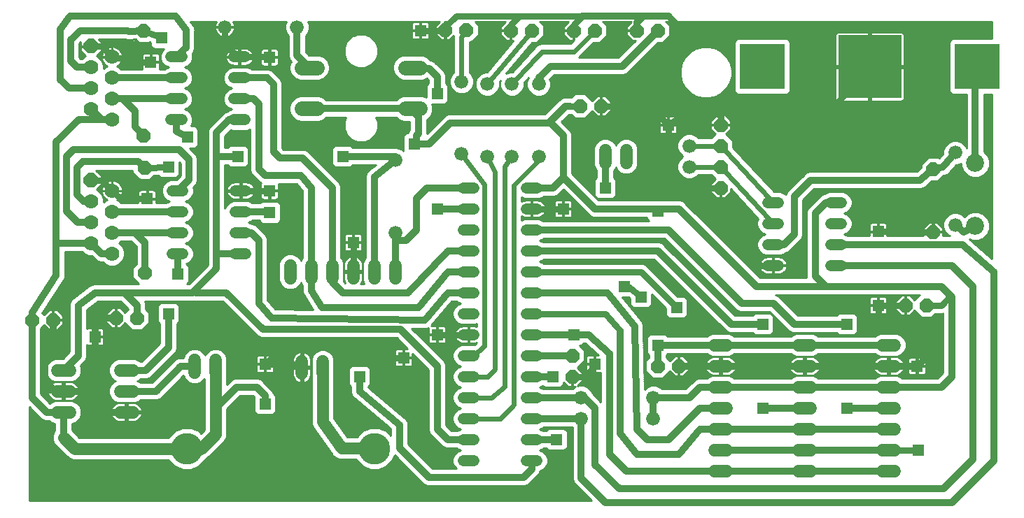
<source format=gbl>
G75*
%MOIN*%
%OFA0B0*%
%FSLAX25Y25*%
%IPPOS*%
%LPD*%
%AMOC8*
5,1,8,0,0,1.08239X$1,22.5*
%
%ADD10OC8,0.06600*%
%ADD11C,0.06600*%
%ADD12C,0.05200*%
%ADD13C,0.07050*%
%ADD14C,0.06000*%
%ADD15R,0.21654X0.21654*%
%ADD16R,0.30000X0.30000*%
%ADD17C,0.07000*%
%ADD18OC8,0.07000*%
%ADD19C,0.15000*%
%ADD20C,0.05937*%
%ADD21C,0.08600*%
%ADD22C,0.03200*%
%ADD23R,0.05600X0.05600*%
%ADD24C,0.03000*%
%ADD25C,0.01000*%
%ADD26C,0.02400*%
%ADD27C,0.05600*%
D10*
X0028093Y0145933D03*
X0038093Y0145933D03*
X0068093Y0146933D03*
X0078093Y0146933D03*
X0081843Y0168433D03*
X0081843Y0218433D03*
X0081343Y0233933D03*
X0081343Y0283933D03*
X0224968Y0284183D03*
X0234968Y0284183D03*
X0256093Y0283933D03*
X0266093Y0283933D03*
X0286093Y0283933D03*
X0296093Y0283933D03*
X0316093Y0283933D03*
X0326093Y0283933D03*
X0299093Y0247933D03*
X0289093Y0247933D03*
X0356093Y0238933D03*
X0356093Y0228933D03*
X0356093Y0218933D03*
X0356093Y0208933D03*
X0457218Y0217808D03*
X0457218Y0187808D03*
X0454093Y0152933D03*
X0444093Y0152933D03*
X0336093Y0123933D03*
X0326093Y0123933D03*
X0285468Y0118933D03*
X0285468Y0128933D03*
D11*
X0289593Y0108933D03*
X0289593Y0098933D03*
X0324043Y0098933D03*
X0324043Y0108933D03*
X0201137Y0187601D03*
X0201137Y0222051D03*
X0232718Y0225058D03*
X0244968Y0223858D03*
X0256718Y0223858D03*
X0269468Y0223858D03*
X0269468Y0258308D03*
X0256718Y0258308D03*
X0244968Y0258308D03*
X0232718Y0259508D03*
X0154343Y0285558D03*
X0119893Y0285558D03*
X0341093Y0228933D03*
X0341093Y0218933D03*
X0467843Y0225633D03*
X0467843Y0191183D03*
D12*
X0413693Y0191933D02*
X0408493Y0191933D01*
X0408493Y0181933D02*
X0413693Y0181933D01*
X0413693Y0171933D02*
X0408493Y0171933D01*
X0383693Y0171933D02*
X0378493Y0171933D01*
X0378493Y0181933D02*
X0383693Y0181933D01*
X0383693Y0191933D02*
X0378493Y0191933D01*
X0378493Y0201933D02*
X0383693Y0201933D01*
X0408493Y0201933D02*
X0413693Y0201933D01*
X0268693Y0198933D02*
X0263493Y0198933D01*
X0263493Y0208933D02*
X0268693Y0208933D01*
X0238693Y0208933D02*
X0233493Y0208933D01*
X0233493Y0198933D02*
X0238693Y0198933D01*
X0238693Y0188933D02*
X0233493Y0188933D01*
X0233493Y0178933D02*
X0238693Y0178933D01*
X0238693Y0168933D02*
X0233493Y0168933D01*
X0233493Y0158933D02*
X0238693Y0158933D01*
X0238693Y0148933D02*
X0233493Y0148933D01*
X0233493Y0138933D02*
X0238693Y0138933D01*
X0238693Y0128933D02*
X0233493Y0128933D01*
X0233493Y0118933D02*
X0238693Y0118933D01*
X0238693Y0108933D02*
X0233493Y0108933D01*
X0233493Y0098933D02*
X0238693Y0098933D01*
X0238693Y0088933D02*
X0233493Y0088933D01*
X0233493Y0078933D02*
X0238693Y0078933D01*
X0263493Y0078933D02*
X0268693Y0078933D01*
X0268693Y0088933D02*
X0263493Y0088933D01*
X0263493Y0098933D02*
X0268693Y0098933D01*
X0268693Y0108933D02*
X0263493Y0108933D01*
X0263493Y0118933D02*
X0268693Y0118933D01*
X0268693Y0128933D02*
X0263493Y0128933D01*
X0263493Y0138933D02*
X0268693Y0138933D01*
X0268693Y0148933D02*
X0263493Y0148933D01*
X0263493Y0158933D02*
X0268693Y0158933D01*
X0268693Y0168933D02*
X0263493Y0168933D01*
X0263493Y0178933D02*
X0268693Y0178933D01*
X0268693Y0188933D02*
X0263493Y0188933D01*
X0130068Y0187558D02*
X0124868Y0187558D01*
X0124868Y0177558D02*
X0130068Y0177558D01*
X0130068Y0197558D02*
X0124868Y0197558D01*
X0124868Y0207558D02*
X0130068Y0207558D01*
X0100068Y0207558D02*
X0094868Y0207558D01*
X0094868Y0197558D02*
X0100068Y0197558D01*
X0100068Y0187558D02*
X0094868Y0187558D01*
X0094868Y0177558D02*
X0100068Y0177558D01*
X0099568Y0241308D02*
X0094368Y0241308D01*
X0094368Y0251308D02*
X0099568Y0251308D01*
X0099568Y0261308D02*
X0094368Y0261308D01*
X0094368Y0271308D02*
X0099568Y0271308D01*
X0124368Y0271308D02*
X0129568Y0271308D01*
X0129568Y0261308D02*
X0124368Y0261308D01*
X0124368Y0251308D02*
X0129568Y0251308D01*
X0129568Y0241308D02*
X0124368Y0241308D01*
D13*
X0156718Y0246633D02*
X0163768Y0246633D01*
X0163768Y0266233D02*
X0156718Y0266233D01*
X0205918Y0266233D02*
X0212968Y0266233D01*
X0212968Y0246633D02*
X0205918Y0246633D01*
D14*
X0301093Y0226933D02*
X0301093Y0220933D01*
X0311093Y0220933D02*
X0311093Y0226933D01*
X0201093Y0171933D02*
X0201093Y0165933D01*
X0191093Y0165933D02*
X0191093Y0171933D01*
X0181093Y0171933D02*
X0181093Y0165933D01*
X0171093Y0165933D02*
X0171093Y0171933D01*
X0161093Y0171933D02*
X0161093Y0165933D01*
X0151093Y0165933D02*
X0151093Y0171933D01*
X0076093Y0121933D02*
X0070093Y0121933D01*
X0070093Y0111933D02*
X0076093Y0111933D01*
X0076093Y0101933D02*
X0070093Y0101933D01*
X0046093Y0101933D02*
X0040093Y0101933D01*
X0040093Y0111933D02*
X0046093Y0111933D01*
X0046093Y0121933D02*
X0040093Y0121933D01*
D15*
X0375911Y0266683D03*
X0478274Y0266683D03*
D16*
X0427093Y0266683D03*
D17*
X0066250Y0271315D03*
X0056250Y0266315D03*
X0066250Y0261315D03*
X0056250Y0256315D03*
X0066250Y0251315D03*
X0056250Y0246315D03*
X0066250Y0241315D03*
X0066250Y0207565D03*
X0056250Y0202565D03*
X0066250Y0197565D03*
X0056250Y0192565D03*
X0066250Y0187565D03*
X0056250Y0182565D03*
X0066250Y0177565D03*
D18*
X0056250Y0212565D03*
X0056250Y0276315D03*
D19*
X0101854Y0084543D03*
X0191224Y0084543D03*
D20*
X0166593Y0120340D02*
X0166593Y0126277D01*
X0156593Y0126277D02*
X0156593Y0120340D01*
X0115593Y0120840D02*
X0115593Y0126777D01*
X0105593Y0126777D02*
X0105593Y0120840D01*
X0353124Y0123933D02*
X0359061Y0123933D01*
X0359061Y0113933D02*
X0353124Y0113933D01*
X0353124Y0103933D02*
X0359061Y0103933D01*
X0359061Y0093933D02*
X0353124Y0093933D01*
X0353124Y0083933D02*
X0359061Y0083933D01*
X0359061Y0073933D02*
X0353124Y0073933D01*
X0393124Y0073933D02*
X0399061Y0073933D01*
X0399061Y0083933D02*
X0393124Y0083933D01*
X0393124Y0093933D02*
X0399061Y0093933D01*
X0399061Y0103933D02*
X0393124Y0103933D01*
X0393124Y0113933D02*
X0399061Y0113933D01*
X0399061Y0123933D02*
X0393124Y0123933D01*
X0393124Y0133933D02*
X0399061Y0133933D01*
X0433124Y0133933D02*
X0439061Y0133933D01*
X0439061Y0123933D02*
X0433124Y0123933D01*
X0433124Y0113933D02*
X0439061Y0113933D01*
X0439061Y0103933D02*
X0433124Y0103933D01*
X0433124Y0093933D02*
X0439061Y0093933D01*
X0439061Y0083933D02*
X0433124Y0083933D01*
X0433124Y0073933D02*
X0439061Y0073933D01*
X0359061Y0133933D02*
X0353124Y0133933D01*
D21*
X0477343Y0190683D03*
X0477343Y0220683D03*
D22*
X0477343Y0254183D01*
X0478343Y0266614D01*
X0478274Y0266683D01*
X0483343Y0271614D01*
X0467843Y0225633D02*
X0461968Y0218808D01*
X0457218Y0217808D01*
X0450968Y0212558D01*
X0398968Y0212558D01*
X0391093Y0204683D01*
X0391093Y0186933D01*
X0386093Y0181933D01*
X0381093Y0181933D01*
X0401093Y0166933D02*
X0406093Y0161933D01*
X0373093Y0161933D01*
X0336093Y0198933D01*
X0325093Y0198933D01*
X0326093Y0197933D01*
X0325093Y0198933D02*
X0296093Y0198933D01*
X0281093Y0213933D01*
X0276093Y0208933D01*
X0266093Y0208933D01*
X0281093Y0213933D02*
X0281093Y0233933D01*
X0275093Y0239933D01*
X0274093Y0239933D01*
X0282093Y0247933D01*
X0284093Y0247933D01*
X0274093Y0239933D02*
X0227093Y0239933D01*
X0217093Y0229933D01*
X0210143Y0229933D01*
X0211093Y0230883D01*
X0211093Y0233933D01*
X0212093Y0234933D01*
X0212093Y0242933D01*
X0209443Y0245583D01*
X0209443Y0246633D01*
X0160243Y0246633D01*
X0143218Y0258183D02*
X0143218Y0226058D01*
X0146093Y0223183D01*
X0156843Y0223183D01*
X0171093Y0208933D01*
X0171093Y0168933D01*
X0171093Y0163933D01*
X0176093Y0158933D01*
X0207093Y0158933D01*
X0226093Y0178933D01*
X0236093Y0178933D01*
X0236093Y0168933D02*
X0226093Y0168933D01*
X0212093Y0151933D01*
X0166093Y0151933D01*
X0161093Y0159933D01*
X0161093Y0168933D01*
X0161093Y0208933D01*
X0156093Y0214933D01*
X0139093Y0214933D01*
X0136093Y0217933D01*
X0136093Y0248933D01*
X0133718Y0251308D01*
X0126968Y0251308D01*
X0126968Y0241308D02*
X0121968Y0241308D01*
X0115843Y0235183D01*
X0115843Y0176683D01*
X0116718Y0177558D01*
X0127468Y0177558D01*
X0136093Y0183933D02*
X0136093Y0153933D01*
X0142093Y0146933D01*
X0215093Y0145933D01*
X0226093Y0158933D01*
X0236093Y0158933D01*
X0266093Y0158933D02*
X0302093Y0158933D01*
X0315093Y0142933D01*
X0316093Y0093933D01*
X0321093Y0088933D01*
X0331093Y0088933D01*
X0346093Y0103933D01*
X0356093Y0103933D01*
X0356093Y0093933D02*
X0346093Y0093933D01*
X0336093Y0081933D01*
X0316093Y0081933D01*
X0308218Y0091808D01*
X0308218Y0140808D01*
X0303093Y0129933D02*
X0293093Y0138933D01*
X0286093Y0138933D01*
X0266093Y0138933D01*
X0266093Y0128933D02*
X0285468Y0128933D01*
X0276093Y0118933D02*
X0266093Y0118933D01*
X0266093Y0108933D02*
X0289593Y0108933D01*
X0291093Y0108933D01*
X0296343Y0103683D01*
X0296343Y0076808D01*
X0307843Y0065308D01*
X0462093Y0065308D01*
X0476093Y0079308D01*
X0476093Y0161933D01*
X0466093Y0171933D01*
X0411093Y0171933D01*
X0401093Y0166933D02*
X0401093Y0196933D01*
X0406093Y0201933D01*
X0411093Y0201933D01*
X0411093Y0181933D02*
X0471093Y0181933D01*
X0486093Y0168933D01*
X0486093Y0078933D01*
X0466093Y0058933D01*
X0301093Y0058933D01*
X0289593Y0070433D01*
X0289593Y0098933D01*
X0266093Y0098933D01*
X0266093Y0088933D02*
X0277843Y0088933D01*
X0266093Y0078933D02*
X0266093Y0074933D01*
X0262093Y0070933D01*
X0217093Y0070933D01*
X0203093Y0084933D01*
X0203093Y0095933D01*
X0184093Y0111933D01*
X0184093Y0118933D01*
X0203468Y0141558D02*
X0221093Y0123933D01*
X0221093Y0093933D01*
X0226093Y0088933D01*
X0236093Y0088933D01*
X0303093Y0081933D02*
X0303093Y0129933D01*
X0326093Y0133933D02*
X0326093Y0123933D01*
X0336093Y0123933D02*
X0356093Y0123933D01*
X0396093Y0123933D01*
X0436093Y0123933D01*
X0449593Y0123933D01*
X0461093Y0113933D02*
X0436093Y0113933D01*
X0396093Y0113933D01*
X0356093Y0113933D01*
X0346093Y0113933D01*
X0341093Y0108933D01*
X0324043Y0108933D01*
X0324043Y0098933D01*
X0303093Y0081933D02*
X0311093Y0073933D01*
X0356093Y0073933D01*
X0396093Y0073933D01*
X0436093Y0073933D01*
X0436093Y0083933D02*
X0396093Y0083933D01*
X0356093Y0083933D01*
X0356093Y0093933D02*
X0396093Y0093933D01*
X0436093Y0093933D01*
X0436093Y0103933D02*
X0416093Y0103933D01*
X0396093Y0103933D02*
X0376093Y0103933D01*
X0356093Y0133933D02*
X0396093Y0133933D01*
X0436093Y0133933D01*
X0416093Y0143933D02*
X0391093Y0143933D01*
X0381093Y0153933D01*
X0366093Y0153933D01*
X0331093Y0188933D01*
X0266093Y0188933D01*
X0266093Y0178933D02*
X0326093Y0178933D01*
X0361093Y0143933D01*
X0376093Y0143933D01*
X0356093Y0133933D02*
X0326093Y0133933D01*
X0406093Y0161933D02*
X0461093Y0161933D01*
X0465593Y0157433D01*
X0466093Y0156933D01*
X0466093Y0118933D01*
X0461093Y0113933D01*
X0471843Y0187683D02*
X0467843Y0191183D01*
X0471843Y0187683D02*
X0477343Y0190683D01*
X0352093Y0246933D02*
X0340093Y0246933D01*
X0335093Y0251933D01*
X0309093Y0266933D02*
X0326093Y0283933D01*
X0331593Y0290433D02*
X0331093Y0290933D01*
X0319093Y0290933D01*
X0316093Y0287933D01*
X0316093Y0283933D01*
X0319093Y0290933D02*
X0290093Y0290933D01*
X0275093Y0266933D02*
X0309093Y0266933D01*
X0275093Y0266933D02*
X0269468Y0261308D01*
X0269468Y0258308D01*
X0221093Y0261933D02*
X0221093Y0253933D01*
X0221093Y0261933D02*
X0217393Y0265633D01*
X0209443Y0266233D01*
X0160243Y0266233D02*
X0154343Y0272133D01*
X0154343Y0285558D01*
X0140093Y0261308D02*
X0126968Y0261308D01*
X0140093Y0261308D02*
X0143218Y0258183D01*
X0101593Y0275933D02*
X0096968Y0271308D01*
X0101593Y0275933D02*
X0101593Y0284058D01*
X0096718Y0290933D01*
X0046093Y0290933D01*
X0041718Y0284558D01*
X0041718Y0260558D01*
X0045961Y0256315D01*
X0056250Y0256315D01*
X0066250Y0261315D02*
X0096961Y0261315D01*
X0096968Y0261308D01*
X0096968Y0251308D02*
X0071093Y0251314D01*
X0077093Y0245314D01*
X0077093Y0238183D01*
X0081343Y0233933D01*
X0096968Y0235933D02*
X0102093Y0233058D01*
X0096968Y0235933D02*
X0096968Y0241308D01*
X0098093Y0227058D02*
X0102843Y0222308D01*
X0102843Y0212933D01*
X0097468Y0207558D01*
X0097468Y0197558D02*
X0085836Y0197565D01*
X0066250Y0197565D01*
X0056250Y0192565D02*
X0049961Y0192565D01*
X0044718Y0197808D01*
X0044718Y0223808D01*
X0047968Y0227058D01*
X0098093Y0227058D01*
X0116093Y0223933D02*
X0126093Y0223933D01*
X0081843Y0218433D02*
X0078718Y0221308D01*
X0052218Y0221308D01*
X0049468Y0218558D01*
X0049468Y0205808D01*
X0052711Y0202565D01*
X0056250Y0202565D01*
X0066250Y0187565D02*
X0077093Y0187565D01*
X0081843Y0182815D01*
X0081843Y0168433D01*
X0072093Y0158933D02*
X0078093Y0152933D01*
X0078093Y0146933D01*
X0068093Y0146933D02*
X0062093Y0146933D01*
X0058093Y0142933D01*
X0058093Y0137933D01*
X0058093Y0117933D01*
X0052093Y0111933D01*
X0043093Y0111933D01*
X0039093Y0111933D01*
X0034093Y0116933D01*
X0034093Y0135933D01*
X0038093Y0139933D01*
X0038093Y0145933D01*
X0028093Y0145933D02*
X0028093Y0149308D01*
X0039718Y0167058D01*
X0039718Y0181933D01*
X0040349Y0182565D01*
X0056250Y0182565D01*
X0061250Y0177565D01*
X0066250Y0177565D01*
X0077093Y0187565D02*
X0078593Y0187565D01*
X0078843Y0187315D01*
X0078593Y0187565D02*
X0097461Y0187565D01*
X0097468Y0187558D01*
X0097468Y0177558D02*
X0097468Y0167808D01*
X0104468Y0158933D02*
X0115843Y0170308D01*
X0115843Y0176683D01*
X0127468Y0187558D02*
X0132468Y0187558D01*
X0136093Y0183933D01*
X0141343Y0197183D02*
X0140968Y0197558D01*
X0127468Y0197558D01*
X0176093Y0223933D02*
X0201093Y0223933D01*
X0201137Y0222051D02*
X0191093Y0214056D01*
X0191093Y0168933D01*
X0201093Y0168933D02*
X0201137Y0168978D01*
X0201137Y0187601D01*
X0201305Y0183933D01*
X0206093Y0183933D01*
X0211093Y0188933D01*
X0211093Y0203933D01*
X0216093Y0208933D01*
X0236093Y0208933D01*
X0236093Y0198933D02*
X0221093Y0198933D01*
X0301093Y0208933D02*
X0301093Y0223933D01*
X0203468Y0141558D02*
X0138093Y0141558D01*
X0120718Y0158933D01*
X0106093Y0158933D01*
X0104468Y0158933D02*
X0072093Y0158933D01*
X0058093Y0158933D01*
X0050093Y0152933D01*
X0050093Y0128933D01*
X0043093Y0121933D01*
X0052093Y0111933D02*
X0062093Y0101933D01*
X0073093Y0101933D01*
X0073093Y0111933D02*
X0087093Y0111933D01*
X0098968Y0123808D01*
X0105593Y0123808D01*
X0115468Y0123683D02*
X0115593Y0123808D01*
X0125468Y0113933D02*
X0115468Y0103933D01*
X0125468Y0113933D02*
X0135093Y0113933D01*
X0139093Y0109933D01*
X0139093Y0105933D01*
X0093093Y0132933D02*
X0082093Y0121933D01*
X0073093Y0121933D01*
X0093093Y0132933D02*
X0093093Y0148933D01*
X0039718Y0181933D02*
X0039718Y0230683D01*
X0050474Y0241315D01*
X0061250Y0241315D01*
X0056250Y0246315D01*
X0066250Y0251315D02*
X0071093Y0251314D01*
X0066250Y0241315D02*
X0061250Y0241315D01*
X0056250Y0266315D02*
X0049586Y0266315D01*
X0046593Y0269308D01*
X0046593Y0279433D01*
X0051093Y0283933D01*
X0073718Y0283933D01*
X0074093Y0283558D01*
X0081343Y0283933D01*
X0028093Y0145933D02*
X0028093Y0108933D01*
X0035093Y0101933D01*
X0043093Y0101933D01*
X0043093Y0089933D01*
D23*
X0058093Y0137933D03*
X0093093Y0148933D03*
X0097468Y0167808D03*
X0141343Y0197183D03*
X0141218Y0207558D03*
X0126093Y0223933D03*
X0102093Y0233058D03*
X0093093Y0218933D03*
X0082968Y0203683D03*
X0176093Y0223933D03*
X0210143Y0229933D03*
X0221093Y0253933D03*
X0213093Y0283933D03*
X0141218Y0271183D03*
X0089968Y0280433D03*
X0084718Y0268933D03*
X0221093Y0198933D03*
X0181093Y0182933D03*
X0221093Y0138933D03*
X0205093Y0127933D03*
X0184093Y0118933D03*
X0139093Y0124933D03*
X0139093Y0105933D03*
X0276093Y0118933D03*
X0296093Y0124933D03*
X0286093Y0138933D03*
X0318093Y0156933D03*
X0310093Y0161933D03*
X0335093Y0151933D03*
X0326093Y0133933D03*
X0376093Y0143933D03*
X0416093Y0143933D03*
X0431093Y0152933D03*
X0449593Y0123933D03*
X0416093Y0103933D03*
X0450093Y0083933D03*
X0376093Y0103933D03*
X0277843Y0088933D03*
X0431093Y0188058D03*
X0331093Y0238933D03*
X0301093Y0208933D03*
X0281093Y0198933D03*
X0326093Y0197933D03*
D24*
X0338593Y0208433D02*
X0339093Y0208933D01*
X0356093Y0208933D01*
X0338593Y0208433D02*
X0331093Y0215933D01*
X0331093Y0238933D01*
X0322093Y0247933D01*
X0299093Y0247933D01*
X0289093Y0247933D02*
X0284093Y0247933D01*
X0331093Y0238933D02*
X0335093Y0241933D01*
X0335093Y0251933D01*
X0335093Y0286933D01*
X0331593Y0290433D01*
X0290093Y0290933D02*
X0286093Y0286933D01*
X0286093Y0283933D01*
X0290093Y0290933D02*
X0260093Y0290933D01*
X0230093Y0290933D01*
X0224968Y0285808D01*
X0224968Y0284183D01*
X0224718Y0283933D01*
X0213093Y0283933D01*
X0256093Y0283933D02*
X0256093Y0286933D01*
X0260093Y0290933D01*
X0352093Y0246933D02*
X0356093Y0242933D01*
X0356093Y0238933D01*
X0352093Y0246933D02*
X0409093Y0246933D01*
X0426843Y0266683D01*
X0427093Y0266683D01*
X0338593Y0208433D02*
X0375093Y0171933D01*
X0381093Y0171933D01*
X0335093Y0151933D02*
X0318093Y0168933D01*
X0266093Y0168933D01*
X0266093Y0148933D02*
X0301093Y0148933D01*
X0308218Y0140808D01*
X0318093Y0156933D02*
X0312093Y0161933D01*
X0310093Y0161933D01*
X0296093Y0124933D02*
X0294093Y0121933D01*
X0291093Y0118933D01*
X0285468Y0118933D01*
X0236093Y0138933D02*
X0221093Y0138933D01*
X0205093Y0127933D02*
X0180093Y0127933D01*
X0171093Y0134933D01*
X0149093Y0134933D01*
X0139093Y0124933D01*
X0152968Y0124933D01*
X0156593Y0123308D01*
X0181093Y0168933D02*
X0181093Y0182933D01*
X0141218Y0207558D02*
X0127468Y0207558D01*
X0093093Y0218933D02*
X0081843Y0218433D01*
X0070132Y0203683D02*
X0066250Y0207565D01*
X0061250Y0212565D01*
X0056250Y0212565D01*
X0070132Y0203683D02*
X0082968Y0203683D01*
X0084718Y0268933D02*
X0079093Y0268933D01*
X0077093Y0270933D01*
X0066632Y0270933D01*
X0066250Y0271315D01*
X0061250Y0276315D01*
X0056250Y0276315D01*
X0081343Y0283933D02*
X0089968Y0280433D01*
X0119893Y0276383D02*
X0126968Y0271308D01*
X0141218Y0271308D01*
X0141218Y0271183D01*
X0119893Y0276383D02*
X0119893Y0285558D01*
X0266093Y0198933D02*
X0281093Y0198933D01*
X0431093Y0188058D02*
X0431718Y0188058D01*
X0457218Y0187808D01*
X0465593Y0157433D02*
X0461093Y0152933D01*
X0454093Y0152933D01*
X0444093Y0152933D02*
X0431093Y0152933D01*
X0431093Y0148933D01*
X0435093Y0141933D01*
X0447093Y0141933D01*
X0452093Y0138933D01*
X0452093Y0126433D01*
X0449593Y0123933D01*
X0450093Y0083933D02*
X0436093Y0083933D01*
D25*
X0026793Y0104435D02*
X0026793Y0059633D01*
X0294594Y0059633D01*
X0286117Y0068111D01*
X0285493Y0069618D01*
X0285493Y0094831D01*
X0285490Y0094833D01*
X0271805Y0094833D01*
X0271581Y0094609D01*
X0269948Y0093933D01*
X0271581Y0093257D01*
X0271805Y0093033D01*
X0272875Y0093033D01*
X0272923Y0093149D01*
X0273626Y0093852D01*
X0274545Y0094233D01*
X0281140Y0094233D01*
X0282059Y0093852D01*
X0282762Y0093149D01*
X0283143Y0092230D01*
X0283143Y0085636D01*
X0282762Y0084717D01*
X0282059Y0084014D01*
X0281140Y0083633D01*
X0274545Y0083633D01*
X0273626Y0084014D01*
X0272923Y0084717D01*
X0272875Y0084833D01*
X0271805Y0084833D01*
X0271581Y0084609D01*
X0269948Y0083933D01*
X0271581Y0083257D01*
X0273016Y0081822D01*
X0273793Y0079948D01*
X0273793Y0077919D01*
X0273016Y0076044D01*
X0271581Y0074609D01*
X0270151Y0074017D01*
X0269568Y0072611D01*
X0265568Y0068611D01*
X0264415Y0067457D01*
X0262908Y0066833D01*
X0216277Y0066833D01*
X0214770Y0067457D01*
X0213617Y0068611D01*
X0213617Y0068611D01*
X0200770Y0081457D01*
X0200770Y0081457D01*
X0200770Y0081457D01*
X0199702Y0078879D01*
X0196889Y0076066D01*
X0193214Y0074543D01*
X0189235Y0074543D01*
X0185560Y0076066D01*
X0182747Y0078879D01*
X0182542Y0079373D01*
X0176049Y0079382D01*
X0175595Y0079281D01*
X0175005Y0079384D01*
X0174406Y0079385D01*
X0173977Y0079563D01*
X0173518Y0079643D01*
X0173012Y0079964D01*
X0172459Y0080194D01*
X0172131Y0080523D01*
X0171738Y0080773D01*
X0171393Y0081263D01*
X0170970Y0081687D01*
X0170793Y0082117D01*
X0162520Y0093885D01*
X0162099Y0094306D01*
X0161920Y0094739D01*
X0161650Y0095123D01*
X0161520Y0095704D01*
X0161293Y0096254D01*
X0161293Y0096723D01*
X0161190Y0097180D01*
X0161293Y0097767D01*
X0161293Y0118845D01*
X0161124Y0119252D01*
X0161124Y0127364D01*
X0161957Y0129374D01*
X0163495Y0130913D01*
X0165505Y0131745D01*
X0167680Y0131745D01*
X0169690Y0130913D01*
X0171228Y0129374D01*
X0172061Y0127364D01*
X0172061Y0119252D01*
X0171893Y0118845D01*
X0171893Y0098985D01*
X0178223Y0089979D01*
X0182650Y0089973D01*
X0182747Y0090208D01*
X0185560Y0093021D01*
X0189235Y0094543D01*
X0193214Y0094543D01*
X0196889Y0093021D01*
X0198993Y0090917D01*
X0198993Y0094026D01*
X0181937Y0108388D01*
X0181770Y0108457D01*
X0181317Y0108910D01*
X0180828Y0109322D01*
X0180745Y0109483D01*
X0180617Y0109611D01*
X0180372Y0110202D01*
X0180077Y0110770D01*
X0180062Y0110951D01*
X0179993Y0111118D01*
X0179993Y0111758D01*
X0179938Y0112395D01*
X0179993Y0112568D01*
X0179993Y0113966D01*
X0179876Y0114014D01*
X0179173Y0114717D01*
X0178793Y0115636D01*
X0178793Y0122230D01*
X0179173Y0123149D01*
X0179876Y0123852D01*
X0180795Y0124233D01*
X0187390Y0124233D01*
X0188309Y0123852D01*
X0189012Y0123149D01*
X0189393Y0122230D01*
X0189393Y0115636D01*
X0189012Y0114717D01*
X0188309Y0114014D01*
X0188193Y0113966D01*
X0188193Y0113841D01*
X0205248Y0099478D01*
X0205415Y0099409D01*
X0205868Y0098956D01*
X0206357Y0098544D01*
X0206440Y0098383D01*
X0206568Y0098256D01*
X0206813Y0097664D01*
X0207108Y0097096D01*
X0207123Y0096916D01*
X0207193Y0096749D01*
X0207193Y0096109D01*
X0207247Y0095471D01*
X0207193Y0095298D01*
X0207193Y0086631D01*
X0218791Y0075033D01*
X0230180Y0075033D01*
X0229169Y0076044D01*
X0228393Y0077919D01*
X0228393Y0079948D01*
X0229169Y0081822D01*
X0230604Y0083257D01*
X0232237Y0083933D01*
X0230604Y0084609D01*
X0230380Y0084833D01*
X0225277Y0084833D01*
X0223770Y0085457D01*
X0222617Y0086611D01*
X0217617Y0091611D01*
X0216993Y0093118D01*
X0216993Y0122235D01*
X0209393Y0129835D01*
X0209393Y0128122D01*
X0205282Y0128122D01*
X0205282Y0127744D01*
X0209393Y0127744D01*
X0209393Y0124936D01*
X0209290Y0124554D01*
X0209093Y0124212D01*
X0208814Y0123933D01*
X0208471Y0123735D01*
X0208090Y0123633D01*
X0205281Y0123633D01*
X0205281Y0127744D01*
X0204904Y0127744D01*
X0204904Y0123633D01*
X0202095Y0123633D01*
X0201714Y0123735D01*
X0201371Y0123933D01*
X0201092Y0124212D01*
X0200895Y0124554D01*
X0200793Y0124936D01*
X0200793Y0127744D01*
X0204903Y0127744D01*
X0204903Y0128122D01*
X0200793Y0128122D01*
X0200793Y0130931D01*
X0200895Y0131312D01*
X0201092Y0131654D01*
X0201371Y0131933D01*
X0201714Y0132131D01*
X0202095Y0132233D01*
X0204904Y0132233D01*
X0204904Y0128122D01*
X0205281Y0128122D01*
X0205281Y0132233D01*
X0206994Y0132233D01*
X0201769Y0137458D01*
X0137277Y0137458D01*
X0135770Y0138082D01*
X0134617Y0139236D01*
X0119019Y0154833D01*
X0081743Y0154833D01*
X0082193Y0153749D01*
X0082193Y0151035D01*
X0083893Y0149335D01*
X0083893Y0144531D01*
X0080495Y0141133D01*
X0075690Y0141133D01*
X0072385Y0144438D01*
X0070081Y0142133D01*
X0068393Y0142133D01*
X0068393Y0146633D01*
X0067792Y0146633D01*
X0063293Y0146633D01*
X0063293Y0144945D01*
X0066104Y0142133D01*
X0067792Y0142133D01*
X0067792Y0146633D01*
X0067792Y0147233D01*
X0063293Y0147233D01*
X0063293Y0148921D01*
X0066104Y0151733D01*
X0067792Y0151733D01*
X0067792Y0147233D01*
X0068393Y0147233D01*
X0068393Y0151733D01*
X0070081Y0151733D01*
X0072385Y0149428D01*
X0073993Y0151035D01*
X0073993Y0151235D01*
X0070394Y0154833D01*
X0059459Y0154833D01*
X0054193Y0150883D01*
X0054193Y0141754D01*
X0054371Y0141933D01*
X0054714Y0142131D01*
X0055095Y0142233D01*
X0057904Y0142233D01*
X0057904Y0138122D01*
X0058281Y0138122D01*
X0058281Y0142233D01*
X0061090Y0142233D01*
X0061471Y0142131D01*
X0061814Y0141933D01*
X0062093Y0141654D01*
X0062290Y0141312D01*
X0062393Y0140931D01*
X0062393Y0138122D01*
X0058282Y0138122D01*
X0058282Y0137744D01*
X0062393Y0137744D01*
X0062393Y0134936D01*
X0062290Y0134554D01*
X0062093Y0134212D01*
X0061814Y0133933D01*
X0061471Y0133735D01*
X0061090Y0133633D01*
X0058281Y0133633D01*
X0058281Y0137744D01*
X0057904Y0137744D01*
X0057904Y0133633D01*
X0055095Y0133633D01*
X0054714Y0133735D01*
X0054371Y0133933D01*
X0054193Y0134112D01*
X0054193Y0128118D01*
X0053568Y0126611D01*
X0051122Y0124164D01*
X0051593Y0123027D01*
X0051593Y0120839D01*
X0050755Y0118818D01*
X0049208Y0117270D01*
X0047187Y0116433D01*
X0038998Y0116433D01*
X0036977Y0117270D01*
X0035430Y0118818D01*
X0034593Y0120839D01*
X0034593Y0123027D01*
X0035430Y0125049D01*
X0036977Y0126596D01*
X0038998Y0127433D01*
X0042794Y0127433D01*
X0045993Y0130631D01*
X0045993Y0152416D01*
X0045918Y0152706D01*
X0045993Y0153224D01*
X0045993Y0153749D01*
X0046107Y0154025D01*
X0046149Y0154320D01*
X0046416Y0154771D01*
X0046617Y0155256D01*
X0046828Y0155467D01*
X0046980Y0155724D01*
X0047399Y0156038D01*
X0047770Y0156409D01*
X0048046Y0156523D01*
X0055399Y0162038D01*
X0055770Y0162409D01*
X0056046Y0162523D01*
X0056285Y0162702D01*
X0056793Y0162832D01*
X0057277Y0163033D01*
X0057576Y0163033D01*
X0057865Y0163107D01*
X0058384Y0163033D01*
X0079040Y0163033D01*
X0076043Y0166031D01*
X0076043Y0170835D01*
X0077743Y0172535D01*
X0077743Y0181117D01*
X0075394Y0183465D01*
X0070635Y0183465D01*
X0069735Y0182565D01*
X0071337Y0180964D01*
X0072250Y0178758D01*
X0072250Y0176371D01*
X0071337Y0174166D01*
X0069649Y0172478D01*
X0067443Y0171565D01*
X0065057Y0171565D01*
X0062851Y0172478D01*
X0061865Y0173465D01*
X0060434Y0173465D01*
X0058928Y0174089D01*
X0056452Y0176565D01*
X0055057Y0176565D01*
X0052851Y0177478D01*
X0051865Y0178465D01*
X0043818Y0178465D01*
X0043818Y0167481D01*
X0043898Y0167097D01*
X0043818Y0166673D01*
X0043818Y0166243D01*
X0043667Y0165880D01*
X0043594Y0165494D01*
X0043358Y0165134D01*
X0043193Y0164736D01*
X0042916Y0164458D01*
X0032964Y0149264D01*
X0033800Y0148428D01*
X0036104Y0150733D01*
X0037792Y0150733D01*
X0037792Y0146233D01*
X0038393Y0146233D01*
X0042893Y0146233D01*
X0042893Y0147921D01*
X0040081Y0150733D01*
X0038393Y0150733D01*
X0038393Y0146233D01*
X0038393Y0145633D01*
X0042892Y0145633D01*
X0042893Y0143945D01*
X0040081Y0141133D01*
X0038393Y0141133D01*
X0038393Y0145633D01*
X0037792Y0145633D01*
X0037792Y0141133D01*
X0036104Y0141133D01*
X0033800Y0143438D01*
X0032193Y0141831D01*
X0032193Y0110631D01*
X0036603Y0106221D01*
X0036977Y0106596D01*
X0038998Y0107433D01*
X0047187Y0107433D01*
X0049208Y0106596D01*
X0050755Y0105049D01*
X0051593Y0103027D01*
X0051593Y0100839D01*
X0050755Y0098818D01*
X0049208Y0097270D01*
X0047193Y0096436D01*
X0047193Y0093328D01*
X0050678Y0089843D01*
X0093226Y0089843D01*
X0093377Y0090208D01*
X0096190Y0093021D01*
X0099865Y0094543D01*
X0103843Y0094543D01*
X0107519Y0093021D01*
X0108602Y0091938D01*
X0110168Y0093503D01*
X0110168Y0117681D01*
X0108690Y0116204D01*
X0106680Y0115371D01*
X0104505Y0115371D01*
X0102495Y0116204D01*
X0100957Y0117742D01*
X0100296Y0119338D01*
X0090568Y0109611D01*
X0089415Y0108457D01*
X0087908Y0107833D01*
X0079771Y0107833D01*
X0079208Y0107270D01*
X0077187Y0106433D01*
X0068998Y0106433D01*
X0066977Y0107270D01*
X0065430Y0108818D01*
X0064593Y0110839D01*
X0064593Y0113027D01*
X0065430Y0115049D01*
X0066977Y0116596D01*
X0067791Y0116933D01*
X0066977Y0117270D01*
X0065430Y0118818D01*
X0064593Y0120839D01*
X0064593Y0123027D01*
X0065430Y0125049D01*
X0066977Y0126596D01*
X0068998Y0127433D01*
X0077187Y0127433D01*
X0079208Y0126596D01*
X0079771Y0126033D01*
X0080394Y0126033D01*
X0088993Y0134631D01*
X0088993Y0143966D01*
X0088876Y0144014D01*
X0088173Y0144717D01*
X0087793Y0145636D01*
X0087793Y0152230D01*
X0088173Y0153149D01*
X0088876Y0153852D01*
X0089795Y0154233D01*
X0096390Y0154233D01*
X0097309Y0153852D01*
X0098012Y0153149D01*
X0098393Y0152230D01*
X0098393Y0145636D01*
X0098012Y0144717D01*
X0097309Y0144014D01*
X0097193Y0143966D01*
X0097193Y0132118D01*
X0096568Y0130611D01*
X0085568Y0119611D01*
X0084415Y0118457D01*
X0082908Y0117833D01*
X0079771Y0117833D01*
X0079208Y0117270D01*
X0078394Y0116933D01*
X0079208Y0116596D01*
X0079771Y0116033D01*
X0085394Y0116033D01*
X0096645Y0127284D01*
X0098152Y0127908D01*
X0100142Y0127908D01*
X0100957Y0129874D01*
X0102495Y0131413D01*
X0104505Y0132245D01*
X0106680Y0132245D01*
X0108690Y0131413D01*
X0110228Y0129874D01*
X0110593Y0128995D01*
X0110957Y0129874D01*
X0112495Y0131413D01*
X0114505Y0132245D01*
X0116680Y0132245D01*
X0118690Y0131413D01*
X0120228Y0129874D01*
X0121061Y0127864D01*
X0121061Y0119752D01*
X0120768Y0119043D01*
X0120768Y0115031D01*
X0123145Y0117409D01*
X0124652Y0118033D01*
X0135908Y0118033D01*
X0137415Y0117409D01*
X0138568Y0116256D01*
X0142568Y0112256D01*
X0143117Y0110932D01*
X0143309Y0110852D01*
X0144012Y0110149D01*
X0144393Y0109230D01*
X0144393Y0102636D01*
X0144012Y0101717D01*
X0143309Y0101014D01*
X0142390Y0100633D01*
X0135795Y0100633D01*
X0134876Y0101014D01*
X0134173Y0101717D01*
X0133793Y0102636D01*
X0133793Y0109230D01*
X0133852Y0109375D01*
X0133394Y0109833D01*
X0127166Y0109833D01*
X0120768Y0103435D01*
X0120768Y0090254D01*
X0119961Y0088306D01*
X0118470Y0086815D01*
X0118470Y0086815D01*
X0111705Y0080050D01*
X0110633Y0079606D01*
X0110332Y0078879D01*
X0107519Y0076066D01*
X0103843Y0074543D01*
X0099865Y0074543D01*
X0096190Y0076066D01*
X0093377Y0078879D01*
X0093226Y0079243D01*
X0047428Y0079243D01*
X0045480Y0080050D01*
X0038599Y0086931D01*
X0037793Y0088879D01*
X0037793Y0090987D01*
X0038599Y0092935D01*
X0038993Y0093328D01*
X0038993Y0096436D01*
X0036977Y0097270D01*
X0036414Y0097833D01*
X0034277Y0097833D01*
X0032770Y0098457D01*
X0031617Y0099611D01*
X0026793Y0104435D01*
X0026793Y0103859D02*
X0027369Y0103859D01*
X0026793Y0102860D02*
X0028367Y0102860D01*
X0029366Y0101862D02*
X0026793Y0101862D01*
X0026793Y0100863D02*
X0030364Y0100863D01*
X0031363Y0099865D02*
X0026793Y0099865D01*
X0026793Y0098866D02*
X0032361Y0098866D01*
X0034194Y0097868D02*
X0026793Y0097868D01*
X0026793Y0096869D02*
X0037946Y0096869D01*
X0038993Y0095871D02*
X0026793Y0095871D01*
X0026793Y0094872D02*
X0038993Y0094872D01*
X0038993Y0093874D02*
X0026793Y0093874D01*
X0026793Y0092875D02*
X0038574Y0092875D01*
X0038161Y0091877D02*
X0026793Y0091877D01*
X0026793Y0090878D02*
X0037793Y0090878D01*
X0037793Y0089879D02*
X0026793Y0089879D01*
X0026793Y0088881D02*
X0037793Y0088881D01*
X0038205Y0087882D02*
X0026793Y0087882D01*
X0026793Y0086884D02*
X0038646Y0086884D01*
X0039645Y0085885D02*
X0026793Y0085885D01*
X0026793Y0084887D02*
X0040643Y0084887D01*
X0041642Y0083888D02*
X0026793Y0083888D01*
X0026793Y0082890D02*
X0042640Y0082890D01*
X0043639Y0081891D02*
X0026793Y0081891D01*
X0026793Y0080893D02*
X0044637Y0080893D01*
X0045856Y0079894D02*
X0026793Y0079894D01*
X0026793Y0078896D02*
X0093370Y0078896D01*
X0094358Y0077897D02*
X0026793Y0077897D01*
X0026793Y0076899D02*
X0095357Y0076899D01*
X0096589Y0075900D02*
X0026793Y0075900D01*
X0026793Y0074902D02*
X0099000Y0074902D01*
X0104709Y0074902D02*
X0188370Y0074902D01*
X0185959Y0075900D02*
X0107120Y0075900D01*
X0108352Y0076899D02*
X0184727Y0076899D01*
X0183728Y0077897D02*
X0109351Y0077897D01*
X0110339Y0078896D02*
X0182740Y0078896D01*
X0173122Y0079894D02*
X0111329Y0079894D01*
X0112548Y0080893D02*
X0171653Y0080893D01*
X0170886Y0081891D02*
X0113546Y0081891D01*
X0114545Y0082890D02*
X0170250Y0082890D01*
X0169548Y0083888D02*
X0115543Y0083888D01*
X0116542Y0084887D02*
X0168846Y0084887D01*
X0168144Y0085885D02*
X0117540Y0085885D01*
X0118539Y0086884D02*
X0167442Y0086884D01*
X0166740Y0087882D02*
X0119537Y0087882D01*
X0120199Y0088881D02*
X0166038Y0088881D01*
X0165336Y0089879D02*
X0120612Y0089879D01*
X0120768Y0090878D02*
X0164634Y0090878D01*
X0163932Y0091877D02*
X0120768Y0091877D01*
X0120768Y0092875D02*
X0163230Y0092875D01*
X0162528Y0093874D02*
X0120768Y0093874D01*
X0120768Y0094872D02*
X0161826Y0094872D01*
X0161451Y0095871D02*
X0120768Y0095871D01*
X0120768Y0096869D02*
X0161260Y0096869D01*
X0161293Y0097868D02*
X0120768Y0097868D01*
X0120768Y0098866D02*
X0161293Y0098866D01*
X0161293Y0099865D02*
X0120768Y0099865D01*
X0120768Y0100863D02*
X0135240Y0100863D01*
X0134113Y0101862D02*
X0120768Y0101862D01*
X0120768Y0102860D02*
X0133793Y0102860D01*
X0133793Y0103859D02*
X0121191Y0103859D01*
X0122190Y0104857D02*
X0133793Y0104857D01*
X0133793Y0105856D02*
X0123188Y0105856D01*
X0124187Y0106854D02*
X0133793Y0106854D01*
X0133793Y0107853D02*
X0125185Y0107853D01*
X0126184Y0108851D02*
X0133793Y0108851D01*
X0139982Y0114842D02*
X0161293Y0114842D01*
X0161293Y0113844D02*
X0140980Y0113844D01*
X0141979Y0112845D02*
X0161293Y0112845D01*
X0161293Y0111847D02*
X0142738Y0111847D01*
X0143313Y0110848D02*
X0161293Y0110848D01*
X0161293Y0109850D02*
X0144136Y0109850D01*
X0144393Y0108851D02*
X0161293Y0108851D01*
X0161293Y0107853D02*
X0144393Y0107853D01*
X0144393Y0106854D02*
X0161293Y0106854D01*
X0161293Y0105856D02*
X0144393Y0105856D01*
X0144393Y0104857D02*
X0161293Y0104857D01*
X0161293Y0103859D02*
X0144393Y0103859D01*
X0144393Y0102860D02*
X0161293Y0102860D01*
X0161293Y0101862D02*
X0144072Y0101862D01*
X0142945Y0100863D02*
X0161293Y0100863D01*
X0171893Y0100863D02*
X0190873Y0100863D01*
X0192059Y0099865D02*
X0171893Y0099865D01*
X0171976Y0098866D02*
X0193244Y0098866D01*
X0194430Y0097868D02*
X0172678Y0097868D01*
X0173380Y0096869D02*
X0195616Y0096869D01*
X0196802Y0095871D02*
X0174082Y0095871D01*
X0174783Y0094872D02*
X0197987Y0094872D01*
X0198993Y0093874D02*
X0194831Y0093874D01*
X0197035Y0092875D02*
X0198993Y0092875D01*
X0198993Y0091877D02*
X0198033Y0091877D01*
X0207193Y0091877D02*
X0217507Y0091877D01*
X0217093Y0092875D02*
X0207193Y0092875D01*
X0207193Y0093874D02*
X0216993Y0093874D01*
X0216993Y0094872D02*
X0207193Y0094872D01*
X0207213Y0095871D02*
X0216993Y0095871D01*
X0216993Y0096869D02*
X0207143Y0096869D01*
X0206729Y0097868D02*
X0216993Y0097868D01*
X0216993Y0098866D02*
X0205975Y0098866D01*
X0204789Y0099865D02*
X0216993Y0099865D01*
X0216993Y0100863D02*
X0203603Y0100863D01*
X0202417Y0101862D02*
X0216993Y0101862D01*
X0216993Y0102860D02*
X0201232Y0102860D01*
X0200046Y0103859D02*
X0216993Y0103859D01*
X0216993Y0104857D02*
X0198860Y0104857D01*
X0197675Y0105856D02*
X0216993Y0105856D01*
X0216993Y0106854D02*
X0196489Y0106854D01*
X0195303Y0107853D02*
X0216993Y0107853D01*
X0216993Y0108851D02*
X0194117Y0108851D01*
X0192932Y0109850D02*
X0216993Y0109850D01*
X0216993Y0110848D02*
X0191746Y0110848D01*
X0190560Y0111847D02*
X0216993Y0111847D01*
X0216993Y0112845D02*
X0189374Y0112845D01*
X0188193Y0113844D02*
X0216993Y0113844D01*
X0216993Y0114842D02*
X0189064Y0114842D01*
X0189393Y0115841D02*
X0216993Y0115841D01*
X0216993Y0116839D02*
X0189393Y0116839D01*
X0189393Y0117838D02*
X0216993Y0117838D01*
X0216993Y0118836D02*
X0189393Y0118836D01*
X0189393Y0119835D02*
X0216993Y0119835D01*
X0216993Y0120833D02*
X0189393Y0120833D01*
X0189393Y0121832D02*
X0216993Y0121832D01*
X0216397Y0122830D02*
X0189144Y0122830D01*
X0188332Y0123829D02*
X0201551Y0123829D01*
X0200822Y0124827D02*
X0172061Y0124827D01*
X0172061Y0123829D02*
X0179853Y0123829D01*
X0179041Y0122830D02*
X0172061Y0122830D01*
X0172061Y0121832D02*
X0178793Y0121832D01*
X0178793Y0120833D02*
X0172061Y0120833D01*
X0172061Y0119835D02*
X0178793Y0119835D01*
X0178793Y0118836D02*
X0171893Y0118836D01*
X0171893Y0117838D02*
X0178793Y0117838D01*
X0178793Y0116839D02*
X0171893Y0116839D01*
X0171893Y0115841D02*
X0178793Y0115841D01*
X0179121Y0114842D02*
X0171893Y0114842D01*
X0171893Y0113844D02*
X0179993Y0113844D01*
X0179993Y0112845D02*
X0171893Y0112845D01*
X0171893Y0111847D02*
X0179985Y0111847D01*
X0180070Y0110848D02*
X0171893Y0110848D01*
X0171893Y0109850D02*
X0180518Y0109850D01*
X0181376Y0108851D02*
X0171893Y0108851D01*
X0171893Y0107853D02*
X0182573Y0107853D01*
X0183759Y0106854D02*
X0171893Y0106854D01*
X0171893Y0105856D02*
X0184944Y0105856D01*
X0186130Y0104857D02*
X0171893Y0104857D01*
X0171893Y0103859D02*
X0187316Y0103859D01*
X0188502Y0102860D02*
X0171893Y0102860D01*
X0171893Y0101862D02*
X0189687Y0101862D01*
X0187618Y0093874D02*
X0175485Y0093874D01*
X0176187Y0092875D02*
X0185414Y0092875D01*
X0184415Y0091877D02*
X0176889Y0091877D01*
X0177591Y0090878D02*
X0183417Y0090878D01*
X0200536Y0080893D02*
X0201334Y0080893D01*
X0202333Y0079894D02*
X0200123Y0079894D01*
X0199709Y0078896D02*
X0203331Y0078896D01*
X0204330Y0077897D02*
X0198721Y0077897D01*
X0197722Y0076899D02*
X0205328Y0076899D01*
X0206327Y0075900D02*
X0196490Y0075900D01*
X0194079Y0074902D02*
X0207326Y0074902D01*
X0208324Y0073903D02*
X0026793Y0073903D01*
X0026793Y0072905D02*
X0209323Y0072905D01*
X0210321Y0071906D02*
X0026793Y0071906D01*
X0026793Y0070908D02*
X0211320Y0070908D01*
X0212318Y0069909D02*
X0026793Y0069909D01*
X0026793Y0068911D02*
X0213317Y0068911D01*
X0214315Y0067912D02*
X0026793Y0067912D01*
X0026793Y0066914D02*
X0216082Y0066914D01*
X0217924Y0075900D02*
X0229313Y0075900D01*
X0228815Y0076899D02*
X0216925Y0076899D01*
X0215926Y0077897D02*
X0228401Y0077897D01*
X0228393Y0078896D02*
X0214928Y0078896D01*
X0213929Y0079894D02*
X0228393Y0079894D01*
X0228784Y0080893D02*
X0212931Y0080893D01*
X0211932Y0081891D02*
X0229238Y0081891D01*
X0230237Y0082890D02*
X0210934Y0082890D01*
X0209935Y0083888D02*
X0232129Y0083888D01*
X0225147Y0084887D02*
X0208937Y0084887D01*
X0207938Y0085885D02*
X0223342Y0085885D01*
X0222343Y0086884D02*
X0207193Y0086884D01*
X0207193Y0087882D02*
X0221345Y0087882D01*
X0220346Y0088881D02*
X0207193Y0088881D01*
X0207193Y0089879D02*
X0219348Y0089879D01*
X0218349Y0090878D02*
X0207193Y0090878D01*
X0225193Y0095631D02*
X0227791Y0093033D01*
X0230380Y0093033D01*
X0230604Y0093257D01*
X0232237Y0093933D01*
X0230604Y0094609D01*
X0229169Y0096044D01*
X0228393Y0097919D01*
X0228393Y0099948D01*
X0229169Y0101822D01*
X0230604Y0103257D01*
X0232237Y0103933D01*
X0230604Y0104609D01*
X0229169Y0106044D01*
X0228393Y0107919D01*
X0228393Y0109948D01*
X0229169Y0111822D01*
X0230604Y0113257D01*
X0232237Y0113933D01*
X0230604Y0114609D01*
X0229169Y0116044D01*
X0228393Y0117919D01*
X0228393Y0119948D01*
X0229169Y0121822D01*
X0230604Y0123257D01*
X0232237Y0123933D01*
X0230604Y0124609D01*
X0229169Y0126044D01*
X0228393Y0127919D01*
X0228393Y0129948D01*
X0229169Y0131822D01*
X0230604Y0133257D01*
X0232478Y0134033D01*
X0238747Y0134033D01*
X0239988Y0135043D01*
X0239653Y0134934D01*
X0239015Y0134833D01*
X0236393Y0134833D01*
X0236393Y0138633D01*
X0235792Y0138633D01*
X0229393Y0138633D01*
X0229393Y0138610D01*
X0229493Y0137973D01*
X0229693Y0137359D01*
X0229986Y0136784D01*
X0230365Y0136262D01*
X0230822Y0135806D01*
X0231344Y0135426D01*
X0231919Y0135133D01*
X0232532Y0134934D01*
X0233170Y0134833D01*
X0235792Y0134833D01*
X0235792Y0138633D01*
X0235792Y0139233D01*
X0229393Y0139233D01*
X0229393Y0139256D01*
X0229493Y0139893D01*
X0229693Y0140507D01*
X0229986Y0141082D01*
X0230365Y0141604D01*
X0230822Y0142060D01*
X0231344Y0142440D01*
X0231919Y0142733D01*
X0232532Y0142932D01*
X0233170Y0143033D01*
X0235792Y0143033D01*
X0235792Y0139233D01*
X0236393Y0139233D01*
X0236393Y0143033D01*
X0239015Y0143033D01*
X0239653Y0142932D01*
X0240018Y0142814D01*
X0240018Y0143962D01*
X0239707Y0143833D01*
X0232478Y0143833D01*
X0230604Y0144609D01*
X0229169Y0146044D01*
X0228393Y0147919D01*
X0228393Y0149948D01*
X0229169Y0151822D01*
X0230604Y0153257D01*
X0232237Y0153933D01*
X0230604Y0154609D01*
X0230380Y0154833D01*
X0227994Y0154833D01*
X0218617Y0143751D01*
X0218536Y0143563D01*
X0218197Y0143233D01*
X0220904Y0143233D01*
X0220904Y0139122D01*
X0221281Y0139122D01*
X0221281Y0143233D01*
X0224090Y0143233D01*
X0224471Y0143131D01*
X0224814Y0142933D01*
X0225093Y0142654D01*
X0225290Y0142312D01*
X0225393Y0141931D01*
X0225393Y0139122D01*
X0221282Y0139122D01*
X0221282Y0138744D01*
X0225393Y0138744D01*
X0225393Y0135936D01*
X0225290Y0135554D01*
X0225093Y0135212D01*
X0224814Y0134933D01*
X0224471Y0134735D01*
X0224090Y0134633D01*
X0221281Y0134633D01*
X0221281Y0138744D01*
X0220904Y0138744D01*
X0220904Y0134633D01*
X0218095Y0134633D01*
X0217714Y0134735D01*
X0217371Y0134933D01*
X0217092Y0135212D01*
X0216895Y0135554D01*
X0216793Y0135936D01*
X0216793Y0138744D01*
X0220903Y0138744D01*
X0220903Y0139122D01*
X0216793Y0139122D01*
X0216793Y0141931D01*
X0216872Y0142229D01*
X0216794Y0142198D01*
X0216246Y0141915D01*
X0216042Y0141898D01*
X0215852Y0141822D01*
X0215235Y0141831D01*
X0214620Y0141780D01*
X0214425Y0141842D01*
X0208906Y0141917D01*
X0223415Y0127409D01*
X0224568Y0126256D01*
X0225193Y0124749D01*
X0225193Y0095631D01*
X0225193Y0095871D02*
X0229343Y0095871D01*
X0228827Y0096869D02*
X0225193Y0096869D01*
X0225193Y0097868D02*
X0228414Y0097868D01*
X0228393Y0098866D02*
X0225193Y0098866D01*
X0225193Y0099865D02*
X0228393Y0099865D01*
X0228772Y0100863D02*
X0225193Y0100863D01*
X0225193Y0101862D02*
X0229209Y0101862D01*
X0230207Y0102860D02*
X0225193Y0102860D01*
X0225193Y0103859D02*
X0232057Y0103859D01*
X0230356Y0104857D02*
X0225193Y0104857D01*
X0225193Y0105856D02*
X0229357Y0105856D01*
X0228833Y0106854D02*
X0225193Y0106854D01*
X0225193Y0107853D02*
X0228420Y0107853D01*
X0228393Y0108851D02*
X0225193Y0108851D01*
X0225193Y0109850D02*
X0228393Y0109850D01*
X0228766Y0110848D02*
X0225193Y0110848D01*
X0225193Y0111847D02*
X0229194Y0111847D01*
X0230192Y0112845D02*
X0225193Y0112845D01*
X0225193Y0113844D02*
X0232021Y0113844D01*
X0230371Y0114842D02*
X0225193Y0114842D01*
X0225193Y0115841D02*
X0229372Y0115841D01*
X0228840Y0116839D02*
X0225193Y0116839D01*
X0225193Y0117838D02*
X0228426Y0117838D01*
X0228393Y0118836D02*
X0225193Y0118836D01*
X0225193Y0119835D02*
X0228393Y0119835D01*
X0228759Y0120833D02*
X0225193Y0120833D01*
X0225193Y0121832D02*
X0229179Y0121832D01*
X0230177Y0122830D02*
X0225193Y0122830D01*
X0225193Y0123829D02*
X0231985Y0123829D01*
X0230386Y0124827D02*
X0225160Y0124827D01*
X0224746Y0125826D02*
X0229387Y0125826D01*
X0228846Y0126824D02*
X0223999Y0126824D01*
X0223001Y0127823D02*
X0228432Y0127823D01*
X0228393Y0128821D02*
X0222002Y0128821D01*
X0221004Y0129820D02*
X0228393Y0129820D01*
X0228753Y0130818D02*
X0220005Y0130818D01*
X0219007Y0131817D02*
X0229167Y0131817D01*
X0230162Y0132815D02*
X0218008Y0132815D01*
X0217010Y0133814D02*
X0231949Y0133814D01*
X0230816Y0135811D02*
X0225359Y0135811D01*
X0225393Y0136810D02*
X0229973Y0136810D01*
X0229547Y0137808D02*
X0225393Y0137808D01*
X0225393Y0139805D02*
X0229480Y0139805D01*
X0229844Y0140804D02*
X0225393Y0140804D01*
X0225393Y0141802D02*
X0230563Y0141802D01*
X0232128Y0142801D02*
X0224946Y0142801D01*
X0221281Y0142801D02*
X0220904Y0142801D01*
X0220904Y0141802D02*
X0221281Y0141802D01*
X0221281Y0140804D02*
X0220904Y0140804D01*
X0220904Y0139805D02*
X0221281Y0139805D01*
X0221282Y0138807D02*
X0235792Y0138807D01*
X0235792Y0139805D02*
X0236393Y0139805D01*
X0236393Y0140804D02*
X0235792Y0140804D01*
X0235792Y0141802D02*
X0236393Y0141802D01*
X0236393Y0142801D02*
X0235792Y0142801D01*
X0240018Y0143799D02*
X0218658Y0143799D01*
X0219503Y0144798D02*
X0230415Y0144798D01*
X0229417Y0145796D02*
X0220347Y0145796D01*
X0221192Y0146795D02*
X0228858Y0146795D01*
X0228444Y0147793D02*
X0222037Y0147793D01*
X0222882Y0148792D02*
X0228393Y0148792D01*
X0228393Y0149790D02*
X0223727Y0149790D01*
X0224572Y0150789D02*
X0228741Y0150789D01*
X0229155Y0151787D02*
X0225417Y0151787D01*
X0226262Y0152786D02*
X0230133Y0152786D01*
X0231877Y0153784D02*
X0227107Y0153784D01*
X0227951Y0154783D02*
X0230430Y0154783D01*
X0216793Y0141802D02*
X0214891Y0141802D01*
X0214550Y0141802D02*
X0209022Y0141802D01*
X0210020Y0140804D02*
X0216793Y0140804D01*
X0216793Y0139805D02*
X0211019Y0139805D01*
X0212017Y0138807D02*
X0220903Y0138807D01*
X0220904Y0137808D02*
X0221281Y0137808D01*
X0221281Y0136810D02*
X0220904Y0136810D01*
X0220904Y0135811D02*
X0221281Y0135811D01*
X0221281Y0134812D02*
X0220904Y0134812D01*
X0217580Y0134812D02*
X0216011Y0134812D01*
X0216826Y0135811D02*
X0215013Y0135811D01*
X0214014Y0136810D02*
X0216793Y0136810D01*
X0216793Y0137808D02*
X0213016Y0137808D01*
X0206412Y0132815D02*
X0097193Y0132815D01*
X0097193Y0133814D02*
X0205413Y0133814D01*
X0204415Y0134812D02*
X0097193Y0134812D01*
X0097193Y0135811D02*
X0203416Y0135811D01*
X0202418Y0136810D02*
X0097193Y0136810D01*
X0097193Y0137808D02*
X0136432Y0137808D01*
X0135046Y0138807D02*
X0097193Y0138807D01*
X0097193Y0139805D02*
X0134047Y0139805D01*
X0133049Y0140804D02*
X0097193Y0140804D01*
X0097193Y0141802D02*
X0132050Y0141802D01*
X0131052Y0142801D02*
X0097193Y0142801D01*
X0097193Y0143799D02*
X0130053Y0143799D01*
X0129055Y0144798D02*
X0098045Y0144798D01*
X0098393Y0145796D02*
X0128056Y0145796D01*
X0127058Y0146795D02*
X0098393Y0146795D01*
X0098393Y0147793D02*
X0126059Y0147793D01*
X0125061Y0148792D02*
X0098393Y0148792D01*
X0098393Y0149790D02*
X0124062Y0149790D01*
X0123064Y0150789D02*
X0098393Y0150789D01*
X0098393Y0151787D02*
X0122065Y0151787D01*
X0121067Y0152786D02*
X0098162Y0152786D01*
X0097377Y0153784D02*
X0120068Y0153784D01*
X0119070Y0154783D02*
X0081764Y0154783D01*
X0082178Y0153784D02*
X0088808Y0153784D01*
X0088023Y0152786D02*
X0082193Y0152786D01*
X0082193Y0151787D02*
X0087793Y0151787D01*
X0087793Y0150789D02*
X0082439Y0150789D01*
X0083438Y0149790D02*
X0087793Y0149790D01*
X0087793Y0148792D02*
X0083893Y0148792D01*
X0083893Y0147793D02*
X0087793Y0147793D01*
X0087793Y0146795D02*
X0083893Y0146795D01*
X0083893Y0145796D02*
X0087793Y0145796D01*
X0088140Y0144798D02*
X0083893Y0144798D01*
X0083161Y0143799D02*
X0088993Y0143799D01*
X0088993Y0142801D02*
X0082162Y0142801D01*
X0081164Y0141802D02*
X0088993Y0141802D01*
X0088993Y0140804D02*
X0062393Y0140804D01*
X0062393Y0139805D02*
X0088993Y0139805D01*
X0088993Y0138807D02*
X0062393Y0138807D01*
X0062393Y0136810D02*
X0088993Y0136810D01*
X0088993Y0137808D02*
X0058282Y0137808D01*
X0058281Y0136810D02*
X0057904Y0136810D01*
X0057904Y0135811D02*
X0058281Y0135811D01*
X0058281Y0134812D02*
X0057904Y0134812D01*
X0057904Y0133814D02*
X0058281Y0133814D01*
X0061608Y0133814D02*
X0088175Y0133814D01*
X0088993Y0134812D02*
X0062360Y0134812D01*
X0062393Y0135811D02*
X0088993Y0135811D01*
X0087177Y0132815D02*
X0054193Y0132815D01*
X0054193Y0131817D02*
X0086178Y0131817D01*
X0085180Y0130818D02*
X0054193Y0130818D01*
X0054193Y0129820D02*
X0084181Y0129820D01*
X0083183Y0128821D02*
X0054193Y0128821D01*
X0054070Y0127823D02*
X0082184Y0127823D01*
X0081186Y0126824D02*
X0078656Y0126824D01*
X0085793Y0119835D02*
X0089196Y0119835D01*
X0090195Y0120833D02*
X0086791Y0120833D01*
X0087790Y0121832D02*
X0091193Y0121832D01*
X0092192Y0122830D02*
X0088788Y0122830D01*
X0089787Y0123829D02*
X0093190Y0123829D01*
X0094189Y0124827D02*
X0090785Y0124827D01*
X0091784Y0125826D02*
X0095187Y0125826D01*
X0096186Y0126824D02*
X0092782Y0126824D01*
X0093781Y0127823D02*
X0097946Y0127823D01*
X0100520Y0128821D02*
X0094779Y0128821D01*
X0095778Y0129820D02*
X0100934Y0129820D01*
X0101901Y0130818D02*
X0096654Y0130818D01*
X0097068Y0131817D02*
X0103471Y0131817D01*
X0107714Y0131817D02*
X0113471Y0131817D01*
X0111901Y0130818D02*
X0109284Y0130818D01*
X0110251Y0129820D02*
X0110934Y0129820D01*
X0117714Y0131817D02*
X0201255Y0131817D01*
X0200793Y0130818D02*
X0169784Y0130818D01*
X0170783Y0129820D02*
X0200793Y0129820D01*
X0200793Y0128821D02*
X0171457Y0128821D01*
X0171871Y0127823D02*
X0204903Y0127823D01*
X0205282Y0127823D02*
X0211404Y0127823D01*
X0210406Y0128821D02*
X0209393Y0128821D01*
X0209393Y0129820D02*
X0209407Y0129820D01*
X0209393Y0126824D02*
X0212403Y0126824D01*
X0213401Y0125826D02*
X0209393Y0125826D01*
X0209364Y0124827D02*
X0214400Y0124827D01*
X0215398Y0123829D02*
X0208634Y0123829D01*
X0205281Y0123829D02*
X0204904Y0123829D01*
X0204904Y0124827D02*
X0205281Y0124827D01*
X0205281Y0125826D02*
X0204904Y0125826D01*
X0204904Y0126824D02*
X0205281Y0126824D01*
X0205281Y0128821D02*
X0204904Y0128821D01*
X0204904Y0129820D02*
X0205281Y0129820D01*
X0205281Y0130818D02*
X0204904Y0130818D01*
X0204904Y0131817D02*
X0205281Y0131817D01*
X0200793Y0126824D02*
X0172061Y0126824D01*
X0172061Y0125826D02*
X0200793Y0125826D01*
X0224605Y0134812D02*
X0239705Y0134812D01*
X0236393Y0135811D02*
X0235792Y0135811D01*
X0235792Y0136810D02*
X0236393Y0136810D01*
X0236393Y0137808D02*
X0235792Y0137808D01*
X0269948Y0113933D02*
X0271369Y0114521D01*
X0271876Y0114014D01*
X0272795Y0113633D01*
X0279390Y0113633D01*
X0280309Y0114014D01*
X0281012Y0114717D01*
X0281393Y0115636D01*
X0281393Y0116220D01*
X0283479Y0114133D01*
X0285279Y0114133D01*
X0285279Y0118744D01*
X0285656Y0118744D01*
X0285656Y0114133D01*
X0286990Y0114133D01*
X0286307Y0113850D01*
X0285490Y0113033D01*
X0271805Y0113033D01*
X0271581Y0113257D01*
X0269948Y0113933D01*
X0270164Y0113844D02*
X0272287Y0113844D01*
X0279898Y0113844D02*
X0286301Y0113844D01*
X0285656Y0114842D02*
X0285279Y0114842D01*
X0285279Y0115841D02*
X0285656Y0115841D01*
X0285656Y0116839D02*
X0285279Y0116839D01*
X0285279Y0117838D02*
X0285656Y0117838D01*
X0285657Y0118744D02*
X0285657Y0119122D01*
X0290268Y0119122D01*
X0290268Y0120921D01*
X0287963Y0123226D01*
X0291268Y0126531D01*
X0291268Y0131335D01*
X0288970Y0133633D01*
X0289390Y0133633D01*
X0290309Y0134014D01*
X0291012Y0134717D01*
X0291060Y0134833D01*
X0291519Y0134833D01*
X0297741Y0129233D01*
X0296281Y0129233D01*
X0296281Y0125122D01*
X0295904Y0125122D01*
X0295904Y0129233D01*
X0293095Y0129233D01*
X0292714Y0129131D01*
X0292371Y0128933D01*
X0292092Y0128654D01*
X0291895Y0128312D01*
X0291793Y0127931D01*
X0291793Y0125122D01*
X0295903Y0125122D01*
X0295903Y0124744D01*
X0291793Y0124744D01*
X0291793Y0121936D01*
X0291895Y0121554D01*
X0292092Y0121212D01*
X0292371Y0120933D01*
X0292714Y0120735D01*
X0293095Y0120633D01*
X0295904Y0120633D01*
X0295904Y0124744D01*
X0296281Y0124744D01*
X0296281Y0120633D01*
X0298993Y0120633D01*
X0298993Y0106831D01*
X0295149Y0110675D01*
X0294510Y0112219D01*
X0292878Y0113850D01*
X0290746Y0114733D01*
X0288439Y0114733D01*
X0287785Y0114462D01*
X0290268Y0116945D01*
X0290268Y0118744D01*
X0285657Y0118744D01*
X0285657Y0118836D02*
X0298993Y0118836D01*
X0298993Y0117838D02*
X0290268Y0117838D01*
X0290162Y0116839D02*
X0298993Y0116839D01*
X0298993Y0115841D02*
X0289163Y0115841D01*
X0288165Y0114842D02*
X0298993Y0114842D01*
X0298993Y0113844D02*
X0292884Y0113844D01*
X0293883Y0112845D02*
X0298993Y0112845D01*
X0298993Y0111847D02*
X0294664Y0111847D01*
X0295077Y0110848D02*
X0298993Y0110848D01*
X0298993Y0109850D02*
X0295974Y0109850D01*
X0296973Y0108851D02*
X0298993Y0108851D01*
X0298993Y0107853D02*
X0297971Y0107853D01*
X0298970Y0106854D02*
X0298993Y0106854D01*
X0282770Y0114842D02*
X0281064Y0114842D01*
X0281393Y0115841D02*
X0281772Y0115841D01*
X0290268Y0119835D02*
X0298993Y0119835D01*
X0296281Y0120833D02*
X0295904Y0120833D01*
X0295904Y0121832D02*
X0296281Y0121832D01*
X0296281Y0122830D02*
X0295904Y0122830D01*
X0295904Y0123829D02*
X0296281Y0123829D01*
X0295903Y0124827D02*
X0289564Y0124827D01*
X0288566Y0123829D02*
X0291793Y0123829D01*
X0291793Y0122830D02*
X0288358Y0122830D01*
X0289357Y0121832D02*
X0291820Y0121832D01*
X0292544Y0120833D02*
X0290268Y0120833D01*
X0290563Y0125826D02*
X0291793Y0125826D01*
X0291793Y0126824D02*
X0291268Y0126824D01*
X0291268Y0127823D02*
X0291793Y0127823D01*
X0292260Y0128821D02*
X0291268Y0128821D01*
X0291268Y0129820D02*
X0297089Y0129820D01*
X0296281Y0128821D02*
X0295904Y0128821D01*
X0295904Y0127823D02*
X0296281Y0127823D01*
X0296281Y0126824D02*
X0295904Y0126824D01*
X0295904Y0125826D02*
X0296281Y0125826D01*
X0295980Y0130818D02*
X0291268Y0130818D01*
X0290786Y0131817D02*
X0294870Y0131817D01*
X0293761Y0132815D02*
X0289788Y0132815D01*
X0289827Y0133814D02*
X0292652Y0133814D01*
X0291542Y0134812D02*
X0291051Y0134812D01*
X0309244Y0156633D02*
X0318115Y0145715D01*
X0318520Y0145326D01*
X0318625Y0145088D01*
X0318789Y0144886D01*
X0318949Y0144347D01*
X0319175Y0143832D01*
X0319180Y0143572D01*
X0319255Y0143322D01*
X0319197Y0142763D01*
X0319806Y0112899D01*
X0320757Y0113850D01*
X0322889Y0114733D01*
X0325196Y0114733D01*
X0327328Y0113850D01*
X0328145Y0113033D01*
X0339394Y0113033D01*
X0342617Y0116256D01*
X0343770Y0117409D01*
X0345277Y0118033D01*
X0349490Y0118033D01*
X0350026Y0118569D01*
X0352036Y0119402D01*
X0360149Y0119402D01*
X0362159Y0118569D01*
X0362695Y0118033D01*
X0389490Y0118033D01*
X0390026Y0118569D01*
X0392036Y0119402D01*
X0400149Y0119402D01*
X0402159Y0118569D01*
X0402695Y0118033D01*
X0429490Y0118033D01*
X0430026Y0118569D01*
X0432036Y0119402D01*
X0440149Y0119402D01*
X0442159Y0118569D01*
X0442695Y0118033D01*
X0459394Y0118033D01*
X0461993Y0120631D01*
X0461993Y0148976D01*
X0461888Y0148933D01*
X0458295Y0148933D01*
X0456495Y0147133D01*
X0451690Y0147133D01*
X0448385Y0150438D01*
X0446081Y0148133D01*
X0444393Y0148133D01*
X0444393Y0152633D01*
X0443792Y0152633D01*
X0439293Y0152633D01*
X0439293Y0150945D01*
X0442104Y0148133D01*
X0443792Y0148133D01*
X0443792Y0152633D01*
X0443792Y0153233D01*
X0439293Y0153233D01*
X0439293Y0154921D01*
X0442104Y0157733D01*
X0443792Y0157733D01*
X0443792Y0153233D01*
X0444393Y0153233D01*
X0444393Y0157733D01*
X0446081Y0157733D01*
X0448385Y0155428D01*
X0450790Y0157833D01*
X0382391Y0157833D01*
X0383415Y0157409D01*
X0392791Y0148033D01*
X0411125Y0148033D01*
X0411173Y0148149D01*
X0411876Y0148852D01*
X0412795Y0149233D01*
X0419390Y0149233D01*
X0420309Y0148852D01*
X0421012Y0148149D01*
X0421393Y0147230D01*
X0421393Y0140636D01*
X0421012Y0139717D01*
X0420309Y0139014D01*
X0419390Y0138633D01*
X0412795Y0138633D01*
X0411876Y0139014D01*
X0411173Y0139717D01*
X0411125Y0139833D01*
X0390277Y0139833D01*
X0388770Y0140457D01*
X0387617Y0141611D01*
X0379394Y0149833D01*
X0365277Y0149833D01*
X0363770Y0150457D01*
X0362617Y0151611D01*
X0329394Y0184833D01*
X0271805Y0184833D01*
X0271581Y0184609D01*
X0269948Y0183933D01*
X0271581Y0183257D01*
X0271805Y0183033D01*
X0326908Y0183033D01*
X0328415Y0182409D01*
X0329568Y0181256D01*
X0362791Y0148033D01*
X0371125Y0148033D01*
X0371173Y0148149D01*
X0371876Y0148852D01*
X0372795Y0149233D01*
X0379390Y0149233D01*
X0380309Y0148852D01*
X0381012Y0148149D01*
X0381393Y0147230D01*
X0381393Y0140636D01*
X0381012Y0139717D01*
X0380309Y0139014D01*
X0379390Y0138633D01*
X0372795Y0138633D01*
X0371876Y0139014D01*
X0371173Y0139717D01*
X0371125Y0139833D01*
X0360277Y0139833D01*
X0358770Y0140457D01*
X0324394Y0174833D01*
X0271805Y0174833D01*
X0271581Y0174609D01*
X0269948Y0173933D01*
X0271581Y0173257D01*
X0271905Y0172933D01*
X0318888Y0172933D01*
X0320358Y0172324D01*
X0335449Y0157233D01*
X0338390Y0157233D01*
X0339309Y0156852D01*
X0340012Y0156149D01*
X0340393Y0155230D01*
X0340393Y0148636D01*
X0340012Y0147717D01*
X0339309Y0147014D01*
X0338390Y0146633D01*
X0331795Y0146633D01*
X0330876Y0147014D01*
X0330173Y0147717D01*
X0329793Y0148636D01*
X0329793Y0151576D01*
X0323393Y0157976D01*
X0323393Y0153636D01*
X0323012Y0152717D01*
X0322309Y0152014D01*
X0321390Y0151633D01*
X0314795Y0151633D01*
X0313876Y0152014D01*
X0313173Y0152717D01*
X0312793Y0153636D01*
X0312793Y0156143D01*
X0312204Y0156633D01*
X0309244Y0156633D01*
X0309936Y0155781D02*
X0312793Y0155781D01*
X0312793Y0154783D02*
X0310747Y0154783D01*
X0311559Y0153784D02*
X0312793Y0153784D01*
X0313145Y0152786D02*
X0312370Y0152786D01*
X0313181Y0151787D02*
X0314423Y0151787D01*
X0313993Y0150789D02*
X0329793Y0150789D01*
X0329793Y0149790D02*
X0314804Y0149790D01*
X0315615Y0148792D02*
X0329793Y0148792D01*
X0330142Y0147793D02*
X0316426Y0147793D01*
X0317238Y0146795D02*
X0331405Y0146795D01*
X0338780Y0146795D02*
X0352433Y0146795D01*
X0351434Y0147793D02*
X0340043Y0147793D01*
X0340393Y0148792D02*
X0350436Y0148792D01*
X0349437Y0149790D02*
X0340393Y0149790D01*
X0340393Y0150789D02*
X0348439Y0150789D01*
X0347440Y0151787D02*
X0340393Y0151787D01*
X0340393Y0152786D02*
X0346442Y0152786D01*
X0345443Y0153784D02*
X0340393Y0153784D01*
X0340393Y0154783D02*
X0344445Y0154783D01*
X0343446Y0155781D02*
X0340164Y0155781D01*
X0339381Y0156780D02*
X0342448Y0156780D01*
X0341449Y0157778D02*
X0334904Y0157778D01*
X0333906Y0158777D02*
X0340451Y0158777D01*
X0339452Y0159775D02*
X0332907Y0159775D01*
X0331909Y0160774D02*
X0338454Y0160774D01*
X0337455Y0161772D02*
X0330910Y0161772D01*
X0329912Y0162771D02*
X0336457Y0162771D01*
X0335458Y0163769D02*
X0328913Y0163769D01*
X0327915Y0164768D02*
X0334459Y0164768D01*
X0333461Y0165766D02*
X0326916Y0165766D01*
X0325918Y0166765D02*
X0332462Y0166765D01*
X0331464Y0167763D02*
X0324919Y0167763D01*
X0323921Y0168762D02*
X0330465Y0168762D01*
X0329467Y0169760D02*
X0322922Y0169760D01*
X0321924Y0170759D02*
X0328468Y0170759D01*
X0327470Y0171757D02*
X0320925Y0171757D01*
X0319316Y0172756D02*
X0326471Y0172756D01*
X0325473Y0173754D02*
X0270380Y0173754D01*
X0271725Y0174753D02*
X0324474Y0174753D01*
X0332077Y0178747D02*
X0335480Y0178747D01*
X0334482Y0179745D02*
X0331078Y0179745D01*
X0330080Y0180744D02*
X0333483Y0180744D01*
X0332485Y0181743D02*
X0329081Y0181743D01*
X0327613Y0182741D02*
X0331486Y0182741D01*
X0330488Y0183740D02*
X0270416Y0183740D01*
X0271710Y0184738D02*
X0329489Y0184738D01*
X0333075Y0177748D02*
X0336479Y0177748D01*
X0337477Y0176750D02*
X0334074Y0176750D01*
X0335072Y0175751D02*
X0338476Y0175751D01*
X0339474Y0174753D02*
X0336071Y0174753D01*
X0337069Y0173754D02*
X0340473Y0173754D01*
X0341471Y0172756D02*
X0338068Y0172756D01*
X0339066Y0171757D02*
X0342470Y0171757D01*
X0343468Y0170759D02*
X0340065Y0170759D01*
X0341063Y0169760D02*
X0344467Y0169760D01*
X0345465Y0168762D02*
X0342062Y0168762D01*
X0343060Y0167763D02*
X0346464Y0167763D01*
X0347462Y0166765D02*
X0344059Y0166765D01*
X0345058Y0165766D02*
X0348461Y0165766D01*
X0349459Y0164768D02*
X0346056Y0164768D01*
X0347055Y0163769D02*
X0350458Y0163769D01*
X0351457Y0162771D02*
X0348053Y0162771D01*
X0349052Y0161772D02*
X0352455Y0161772D01*
X0353454Y0160774D02*
X0350050Y0160774D01*
X0351049Y0159775D02*
X0354452Y0159775D01*
X0355451Y0158777D02*
X0352047Y0158777D01*
X0353046Y0157778D02*
X0356449Y0157778D01*
X0357448Y0156780D02*
X0354044Y0156780D01*
X0355043Y0155781D02*
X0358446Y0155781D01*
X0359445Y0154783D02*
X0356041Y0154783D01*
X0357040Y0153784D02*
X0360443Y0153784D01*
X0361442Y0152786D02*
X0358038Y0152786D01*
X0359037Y0151787D02*
X0362440Y0151787D01*
X0363439Y0150789D02*
X0360035Y0150789D01*
X0361034Y0149790D02*
X0379437Y0149790D01*
X0380369Y0148792D02*
X0380436Y0148792D01*
X0381159Y0147793D02*
X0381434Y0147793D01*
X0381393Y0146795D02*
X0382433Y0146795D01*
X0383431Y0145796D02*
X0381393Y0145796D01*
X0381393Y0144798D02*
X0384430Y0144798D01*
X0385428Y0143799D02*
X0381393Y0143799D01*
X0381393Y0142801D02*
X0386427Y0142801D01*
X0387425Y0141802D02*
X0381393Y0141802D01*
X0381393Y0140804D02*
X0388424Y0140804D01*
X0390026Y0138569D02*
X0389490Y0138033D01*
X0362695Y0138033D01*
X0362159Y0138569D01*
X0360149Y0139402D01*
X0352036Y0139402D01*
X0350026Y0138569D01*
X0349490Y0138033D01*
X0331060Y0138033D01*
X0331012Y0138149D01*
X0330309Y0138852D01*
X0329390Y0139233D01*
X0322795Y0139233D01*
X0321876Y0138852D01*
X0321173Y0138149D01*
X0320793Y0137230D01*
X0320793Y0130636D01*
X0321173Y0129717D01*
X0321876Y0129014D01*
X0321993Y0128966D01*
X0321993Y0128035D01*
X0320293Y0126335D01*
X0320293Y0121531D01*
X0323690Y0118133D01*
X0328495Y0118133D01*
X0331800Y0121438D01*
X0334104Y0119133D01*
X0335792Y0119133D01*
X0335792Y0123633D01*
X0336393Y0123633D01*
X0336393Y0124233D01*
X0340893Y0124233D01*
X0340893Y0125921D01*
X0338081Y0128733D01*
X0336393Y0128733D01*
X0336393Y0124233D01*
X0335792Y0124233D01*
X0335792Y0128733D01*
X0334104Y0128733D01*
X0331800Y0126428D01*
X0330193Y0128035D01*
X0330193Y0128966D01*
X0330309Y0129014D01*
X0331012Y0129717D01*
X0331060Y0129833D01*
X0349490Y0129833D01*
X0350026Y0129297D01*
X0352036Y0128465D01*
X0360149Y0128465D01*
X0362159Y0129297D01*
X0362695Y0129833D01*
X0389490Y0129833D01*
X0390026Y0129297D01*
X0392036Y0128465D01*
X0400149Y0128465D01*
X0402159Y0129297D01*
X0402695Y0129833D01*
X0429490Y0129833D01*
X0430026Y0129297D01*
X0432036Y0128465D01*
X0440149Y0128465D01*
X0442159Y0129297D01*
X0443697Y0130835D01*
X0444530Y0132845D01*
X0444530Y0135021D01*
X0443697Y0137031D01*
X0442159Y0138569D01*
X0440149Y0139402D01*
X0432036Y0139402D01*
X0430026Y0138569D01*
X0429490Y0138033D01*
X0402695Y0138033D01*
X0402159Y0138569D01*
X0400149Y0139402D01*
X0392036Y0139402D01*
X0390026Y0138569D01*
X0390600Y0138807D02*
X0379809Y0138807D01*
X0381048Y0139805D02*
X0411137Y0139805D01*
X0412376Y0138807D02*
X0401585Y0138807D01*
X0402682Y0129820D02*
X0429504Y0129820D01*
X0431175Y0128821D02*
X0401010Y0128821D01*
X0400776Y0128074D02*
X0400107Y0128292D01*
X0399413Y0128402D01*
X0396577Y0128402D01*
X0396577Y0124417D01*
X0403509Y0124417D01*
X0403419Y0124979D01*
X0403202Y0125648D01*
X0402883Y0126275D01*
X0402469Y0126844D01*
X0401972Y0127341D01*
X0401403Y0127755D01*
X0400776Y0128074D01*
X0401270Y0127823D02*
X0430916Y0127823D01*
X0430782Y0127755D02*
X0430213Y0127341D01*
X0429716Y0126844D01*
X0429302Y0126275D01*
X0428983Y0125648D01*
X0428766Y0124979D01*
X0428677Y0124417D01*
X0435608Y0124417D01*
X0435608Y0123449D01*
X0428677Y0123449D01*
X0428766Y0122887D01*
X0428983Y0122218D01*
X0429302Y0121591D01*
X0429716Y0121022D01*
X0430213Y0120525D01*
X0430782Y0120111D01*
X0431409Y0119792D01*
X0432078Y0119575D01*
X0432772Y0119465D01*
X0435608Y0119465D01*
X0435608Y0123449D01*
X0436577Y0123449D01*
X0436577Y0124417D01*
X0443509Y0124417D01*
X0443419Y0124979D01*
X0443202Y0125648D01*
X0442883Y0126275D01*
X0442469Y0126844D01*
X0441972Y0127341D01*
X0441403Y0127755D01*
X0440776Y0128074D01*
X0440107Y0128292D01*
X0439413Y0128402D01*
X0436577Y0128402D01*
X0436577Y0124417D01*
X0435608Y0124417D01*
X0435608Y0128402D01*
X0432772Y0128402D01*
X0432078Y0128292D01*
X0431409Y0128074D01*
X0430782Y0127755D01*
X0429701Y0126824D02*
X0402484Y0126824D01*
X0403112Y0125826D02*
X0429073Y0125826D01*
X0428741Y0124827D02*
X0403444Y0124827D01*
X0403509Y0123449D02*
X0396577Y0123449D01*
X0396577Y0124417D01*
X0395608Y0124417D01*
X0395608Y0123449D01*
X0388677Y0123449D01*
X0388766Y0122887D01*
X0388983Y0122218D01*
X0389302Y0121591D01*
X0389716Y0121022D01*
X0390213Y0120525D01*
X0390782Y0120111D01*
X0391409Y0119792D01*
X0392078Y0119575D01*
X0392772Y0119465D01*
X0395608Y0119465D01*
X0395608Y0123449D01*
X0396577Y0123449D01*
X0396577Y0119465D01*
X0399413Y0119465D01*
X0400107Y0119575D01*
X0400776Y0119792D01*
X0401403Y0120111D01*
X0401972Y0120525D01*
X0402469Y0121022D01*
X0402883Y0121591D01*
X0403202Y0122218D01*
X0403419Y0122887D01*
X0403509Y0123449D01*
X0403401Y0122830D02*
X0428784Y0122830D01*
X0429180Y0121832D02*
X0403005Y0121832D01*
X0402281Y0120833D02*
X0429904Y0120833D01*
X0431325Y0119835D02*
X0400860Y0119835D01*
X0401513Y0118836D02*
X0430672Y0118836D01*
X0435608Y0119835D02*
X0436577Y0119835D01*
X0436577Y0119465D02*
X0439413Y0119465D01*
X0440107Y0119575D01*
X0440776Y0119792D01*
X0441403Y0120111D01*
X0441972Y0120525D01*
X0442469Y0121022D01*
X0442883Y0121591D01*
X0443202Y0122218D01*
X0443419Y0122887D01*
X0443509Y0123449D01*
X0436577Y0123449D01*
X0436577Y0119465D01*
X0436577Y0120833D02*
X0435608Y0120833D01*
X0435608Y0121832D02*
X0436577Y0121832D01*
X0436577Y0122830D02*
X0435608Y0122830D01*
X0435608Y0123829D02*
X0396577Y0123829D01*
X0395608Y0123829D02*
X0356577Y0123829D01*
X0356577Y0123449D02*
X0356577Y0124417D01*
X0363509Y0124417D01*
X0363419Y0124979D01*
X0363202Y0125648D01*
X0362883Y0126275D01*
X0362469Y0126844D01*
X0361972Y0127341D01*
X0361403Y0127755D01*
X0360776Y0128074D01*
X0360107Y0128292D01*
X0359413Y0128402D01*
X0356577Y0128402D01*
X0356577Y0124417D01*
X0355608Y0124417D01*
X0355608Y0123449D01*
X0348677Y0123449D01*
X0348766Y0122887D01*
X0348983Y0122218D01*
X0349302Y0121591D01*
X0349716Y0121022D01*
X0350213Y0120525D01*
X0350782Y0120111D01*
X0351409Y0119792D01*
X0352078Y0119575D01*
X0352772Y0119465D01*
X0355608Y0119465D01*
X0355608Y0123449D01*
X0356577Y0123449D01*
X0363509Y0123449D01*
X0363419Y0122887D01*
X0363202Y0122218D01*
X0362883Y0121591D01*
X0362469Y0121022D01*
X0361972Y0120525D01*
X0361403Y0120111D01*
X0360776Y0119792D01*
X0360107Y0119575D01*
X0359413Y0119465D01*
X0356577Y0119465D01*
X0356577Y0123449D01*
X0356577Y0122830D02*
X0355608Y0122830D01*
X0355608Y0121832D02*
X0356577Y0121832D01*
X0356577Y0120833D02*
X0355608Y0120833D01*
X0355608Y0119835D02*
X0356577Y0119835D01*
X0355608Y0123829D02*
X0336393Y0123829D01*
X0336393Y0123633D02*
X0340892Y0123633D01*
X0340893Y0121945D01*
X0338081Y0119133D01*
X0336393Y0119133D01*
X0336393Y0123633D01*
X0336393Y0122830D02*
X0335792Y0122830D01*
X0335792Y0121832D02*
X0336393Y0121832D01*
X0336393Y0120833D02*
X0335792Y0120833D01*
X0335792Y0119835D02*
X0336393Y0119835D01*
X0338782Y0119835D02*
X0351325Y0119835D01*
X0350672Y0118836D02*
X0329198Y0118836D01*
X0330197Y0119835D02*
X0333403Y0119835D01*
X0332404Y0120833D02*
X0331195Y0120833D01*
X0335792Y0124827D02*
X0336393Y0124827D01*
X0336393Y0125826D02*
X0335792Y0125826D01*
X0335792Y0126824D02*
X0336393Y0126824D01*
X0336393Y0127823D02*
X0335792Y0127823D01*
X0333194Y0127823D02*
X0330405Y0127823D01*
X0330193Y0128821D02*
X0351175Y0128821D01*
X0351409Y0128074D02*
X0350782Y0127755D01*
X0350213Y0127341D01*
X0349716Y0126844D01*
X0349302Y0126275D01*
X0348983Y0125648D01*
X0348766Y0124979D01*
X0348677Y0124417D01*
X0355608Y0124417D01*
X0355608Y0128402D01*
X0352772Y0128402D01*
X0352078Y0128292D01*
X0351409Y0128074D01*
X0350916Y0127823D02*
X0338991Y0127823D01*
X0339989Y0126824D02*
X0349701Y0126824D01*
X0349073Y0125826D02*
X0340893Y0125826D01*
X0340893Y0124827D02*
X0348741Y0124827D01*
X0348784Y0122830D02*
X0340893Y0122830D01*
X0340780Y0121832D02*
X0349180Y0121832D01*
X0349904Y0120833D02*
X0339781Y0120833D01*
X0343200Y0116839D02*
X0319726Y0116839D01*
X0319746Y0115841D02*
X0342202Y0115841D01*
X0341203Y0114842D02*
X0319767Y0114842D01*
X0319787Y0113844D02*
X0320751Y0113844D01*
X0319706Y0117838D02*
X0344806Y0117838D01*
X0340205Y0113844D02*
X0327334Y0113844D01*
X0322987Y0118836D02*
X0319685Y0118836D01*
X0319665Y0119835D02*
X0321988Y0119835D01*
X0320990Y0120833D02*
X0319644Y0120833D01*
X0319624Y0121832D02*
X0320293Y0121832D01*
X0320293Y0122830D02*
X0319604Y0122830D01*
X0319583Y0123829D02*
X0320293Y0123829D01*
X0320293Y0124827D02*
X0319563Y0124827D01*
X0319542Y0125826D02*
X0320293Y0125826D01*
X0320781Y0126824D02*
X0319522Y0126824D01*
X0319502Y0127823D02*
X0321780Y0127823D01*
X0321993Y0128821D02*
X0319481Y0128821D01*
X0319461Y0129820D02*
X0321130Y0129820D01*
X0320793Y0130818D02*
X0319441Y0130818D01*
X0319420Y0131817D02*
X0320793Y0131817D01*
X0320793Y0132815D02*
X0319400Y0132815D01*
X0319379Y0133814D02*
X0320793Y0133814D01*
X0320793Y0134812D02*
X0319359Y0134812D01*
X0319339Y0135811D02*
X0320793Y0135811D01*
X0320793Y0136810D02*
X0319318Y0136810D01*
X0319298Y0137808D02*
X0321032Y0137808D01*
X0321830Y0138807D02*
X0319278Y0138807D01*
X0319257Y0139805D02*
X0371137Y0139805D01*
X0372376Y0138807D02*
X0361585Y0138807D01*
X0358424Y0140804D02*
X0319237Y0140804D01*
X0319216Y0141802D02*
X0357425Y0141802D01*
X0356427Y0142801D02*
X0319201Y0142801D01*
X0319176Y0143799D02*
X0355428Y0143799D01*
X0354430Y0144798D02*
X0318815Y0144798D01*
X0318049Y0145796D02*
X0353431Y0145796D01*
X0362032Y0148792D02*
X0371816Y0148792D01*
X0384044Y0156780D02*
X0427218Y0156780D01*
X0427092Y0156654D02*
X0426895Y0156312D01*
X0426793Y0155931D01*
X0426793Y0153122D01*
X0430903Y0153122D01*
X0430903Y0152744D01*
X0426793Y0152744D01*
X0426793Y0149936D01*
X0426895Y0149554D01*
X0427092Y0149212D01*
X0427371Y0148933D01*
X0427714Y0148735D01*
X0428095Y0148633D01*
X0430904Y0148633D01*
X0430904Y0152744D01*
X0431281Y0152744D01*
X0431281Y0148633D01*
X0434090Y0148633D01*
X0434471Y0148735D01*
X0434814Y0148933D01*
X0435093Y0149212D01*
X0435290Y0149554D01*
X0435393Y0149936D01*
X0435393Y0152744D01*
X0431282Y0152744D01*
X0431282Y0153122D01*
X0435393Y0153122D01*
X0435393Y0155931D01*
X0435290Y0156312D01*
X0435093Y0156654D01*
X0434814Y0156933D01*
X0434471Y0157131D01*
X0434090Y0157233D01*
X0431281Y0157233D01*
X0431281Y0153122D01*
X0430904Y0153122D01*
X0430904Y0157233D01*
X0428095Y0157233D01*
X0427714Y0157131D01*
X0427371Y0156933D01*
X0427092Y0156654D01*
X0426793Y0155781D02*
X0385043Y0155781D01*
X0386041Y0154783D02*
X0426793Y0154783D01*
X0426793Y0153784D02*
X0387040Y0153784D01*
X0388038Y0152786D02*
X0430903Y0152786D01*
X0431282Y0152786D02*
X0443792Y0152786D01*
X0443792Y0153784D02*
X0444393Y0153784D01*
X0444393Y0154783D02*
X0443792Y0154783D01*
X0443792Y0155781D02*
X0444393Y0155781D01*
X0444393Y0156780D02*
X0443792Y0156780D01*
X0441151Y0156780D02*
X0434967Y0156780D01*
X0435393Y0155781D02*
X0440152Y0155781D01*
X0439293Y0154783D02*
X0435393Y0154783D01*
X0435393Y0153784D02*
X0439293Y0153784D01*
X0439293Y0151787D02*
X0435393Y0151787D01*
X0435393Y0150789D02*
X0439449Y0150789D01*
X0440447Y0149790D02*
X0435354Y0149790D01*
X0434569Y0148792D02*
X0441446Y0148792D01*
X0443792Y0148792D02*
X0444393Y0148792D01*
X0444393Y0149790D02*
X0443792Y0149790D01*
X0443792Y0150789D02*
X0444393Y0150789D01*
X0444393Y0151787D02*
X0443792Y0151787D01*
X0446739Y0148792D02*
X0450032Y0148792D01*
X0451030Y0147793D02*
X0421159Y0147793D01*
X0421393Y0146795D02*
X0461993Y0146795D01*
X0461993Y0147793D02*
X0457155Y0147793D01*
X0458154Y0148792D02*
X0461993Y0148792D01*
X0461993Y0145796D02*
X0421393Y0145796D01*
X0421393Y0144798D02*
X0461993Y0144798D01*
X0461993Y0143799D02*
X0421393Y0143799D01*
X0421393Y0142801D02*
X0461993Y0142801D01*
X0461993Y0141802D02*
X0421393Y0141802D01*
X0421393Y0140804D02*
X0461993Y0140804D01*
X0461993Y0139805D02*
X0421048Y0139805D01*
X0419809Y0138807D02*
X0430600Y0138807D01*
X0441585Y0138807D02*
X0461993Y0138807D01*
X0461993Y0137808D02*
X0442920Y0137808D01*
X0443789Y0136810D02*
X0461993Y0136810D01*
X0461993Y0135811D02*
X0444202Y0135811D01*
X0444530Y0134812D02*
X0461993Y0134812D01*
X0461993Y0133814D02*
X0444530Y0133814D01*
X0444517Y0132815D02*
X0461993Y0132815D01*
X0461993Y0131817D02*
X0444104Y0131817D01*
X0443680Y0130818D02*
X0461993Y0130818D01*
X0461993Y0129820D02*
X0442682Y0129820D01*
X0441010Y0128821D02*
X0461993Y0128821D01*
X0461993Y0127823D02*
X0453424Y0127823D01*
X0453314Y0127933D02*
X0452971Y0128131D01*
X0452590Y0128233D01*
X0449781Y0128233D01*
X0449781Y0124122D01*
X0449404Y0124122D01*
X0449404Y0128233D01*
X0446595Y0128233D01*
X0446214Y0128131D01*
X0445871Y0127933D01*
X0445592Y0127654D01*
X0445395Y0127312D01*
X0445293Y0126931D01*
X0445293Y0124122D01*
X0449403Y0124122D01*
X0449403Y0123744D01*
X0445293Y0123744D01*
X0445293Y0120936D01*
X0445395Y0120554D01*
X0445592Y0120212D01*
X0445871Y0119933D01*
X0446214Y0119735D01*
X0446595Y0119633D01*
X0449404Y0119633D01*
X0449404Y0123744D01*
X0449781Y0123744D01*
X0449781Y0119633D01*
X0452590Y0119633D01*
X0452971Y0119735D01*
X0453314Y0119933D01*
X0453593Y0120212D01*
X0453790Y0120554D01*
X0453893Y0120936D01*
X0453893Y0123744D01*
X0449782Y0123744D01*
X0449782Y0124122D01*
X0453893Y0124122D01*
X0453893Y0126931D01*
X0453790Y0127312D01*
X0453593Y0127654D01*
X0453314Y0127933D01*
X0453893Y0126824D02*
X0461993Y0126824D01*
X0461993Y0125826D02*
X0453893Y0125826D01*
X0453893Y0124827D02*
X0461993Y0124827D01*
X0461993Y0123829D02*
X0449782Y0123829D01*
X0449403Y0123829D02*
X0436577Y0123829D01*
X0436577Y0124827D02*
X0435608Y0124827D01*
X0435608Y0125826D02*
X0436577Y0125826D01*
X0436577Y0126824D02*
X0435608Y0126824D01*
X0435608Y0127823D02*
X0436577Y0127823D01*
X0441270Y0127823D02*
X0445761Y0127823D01*
X0445293Y0126824D02*
X0442484Y0126824D01*
X0443112Y0125826D02*
X0445293Y0125826D01*
X0445293Y0124827D02*
X0443444Y0124827D01*
X0443401Y0122830D02*
X0445293Y0122830D01*
X0445293Y0121832D02*
X0443005Y0121832D01*
X0442281Y0120833D02*
X0445320Y0120833D01*
X0446041Y0119835D02*
X0440860Y0119835D01*
X0441513Y0118836D02*
X0460197Y0118836D01*
X0461196Y0119835D02*
X0453144Y0119835D01*
X0453865Y0120833D02*
X0461993Y0120833D01*
X0461993Y0121832D02*
X0453893Y0121832D01*
X0453893Y0122830D02*
X0461993Y0122830D01*
X0449781Y0122830D02*
X0449404Y0122830D01*
X0449404Y0121832D02*
X0449781Y0121832D01*
X0449781Y0120833D02*
X0449404Y0120833D01*
X0449404Y0119835D02*
X0449781Y0119835D01*
X0449781Y0124827D02*
X0449404Y0124827D01*
X0449404Y0125826D02*
X0449781Y0125826D01*
X0449781Y0126824D02*
X0449404Y0126824D01*
X0449404Y0127823D02*
X0449781Y0127823D01*
X0449033Y0149790D02*
X0447738Y0149790D01*
X0448033Y0155781D02*
X0448738Y0155781D01*
X0449737Y0156780D02*
X0447034Y0156780D01*
X0450735Y0157778D02*
X0382523Y0157778D01*
X0389037Y0151787D02*
X0426793Y0151787D01*
X0426793Y0150789D02*
X0390035Y0150789D01*
X0391034Y0149790D02*
X0426831Y0149790D01*
X0427616Y0148792D02*
X0420369Y0148792D01*
X0411816Y0148792D02*
X0392032Y0148792D01*
X0397028Y0166033D02*
X0374791Y0166033D01*
X0339568Y0201256D01*
X0338415Y0202409D01*
X0336908Y0203033D01*
X0329873Y0203033D01*
X0329390Y0203233D01*
X0322795Y0203233D01*
X0322312Y0203033D01*
X0297791Y0203033D01*
X0285193Y0215631D01*
X0285193Y0234749D01*
X0284568Y0236256D01*
X0280391Y0240433D01*
X0283791Y0243833D01*
X0284908Y0243833D01*
X0284966Y0243857D01*
X0286690Y0242133D01*
X0291495Y0242133D01*
X0294800Y0245438D01*
X0297104Y0243133D01*
X0298792Y0243133D01*
X0298792Y0247633D01*
X0299393Y0247633D01*
X0299393Y0248233D01*
X0303893Y0248233D01*
X0303893Y0249921D01*
X0301081Y0252733D01*
X0299393Y0252733D01*
X0299393Y0248233D01*
X0298792Y0248233D01*
X0298792Y0252733D01*
X0297104Y0252733D01*
X0294800Y0250428D01*
X0291495Y0253733D01*
X0286690Y0253733D01*
X0284966Y0252009D01*
X0284908Y0252033D01*
X0281277Y0252033D01*
X0279770Y0251409D01*
X0272394Y0244033D01*
X0226277Y0244033D01*
X0224770Y0243409D01*
X0223617Y0242256D01*
X0216193Y0234831D01*
X0216193Y0241448D01*
X0216380Y0241525D01*
X0218075Y0243220D01*
X0218993Y0245435D01*
X0218993Y0247832D01*
X0218660Y0248633D01*
X0224390Y0248633D01*
X0225309Y0249014D01*
X0226012Y0249717D01*
X0226393Y0250636D01*
X0226393Y0257230D01*
X0226012Y0258149D01*
X0225309Y0258852D01*
X0225193Y0258901D01*
X0225193Y0262749D01*
X0224568Y0264256D01*
X0223415Y0265409D01*
X0220401Y0268423D01*
X0219970Y0268924D01*
X0219828Y0268996D01*
X0219715Y0269109D01*
X0219104Y0269362D01*
X0218514Y0269660D01*
X0218355Y0269672D01*
X0218208Y0269733D01*
X0217988Y0269733D01*
X0216380Y0271341D01*
X0214166Y0272258D01*
X0204719Y0272258D01*
X0202505Y0271341D01*
X0200810Y0269646D01*
X0199893Y0267432D01*
X0199893Y0265035D01*
X0200810Y0262820D01*
X0202505Y0261125D01*
X0204719Y0260208D01*
X0214166Y0260208D01*
X0216184Y0261044D01*
X0216993Y0260235D01*
X0216993Y0258901D01*
X0216876Y0258852D01*
X0216173Y0258149D01*
X0215793Y0257230D01*
X0215793Y0251984D01*
X0214166Y0252658D01*
X0204719Y0252658D01*
X0202505Y0251741D01*
X0201497Y0250733D01*
X0168188Y0250733D01*
X0167180Y0251741D01*
X0164966Y0252658D01*
X0155519Y0252658D01*
X0153305Y0251741D01*
X0151610Y0250046D01*
X0150693Y0247832D01*
X0150693Y0245435D01*
X0151610Y0243220D01*
X0153305Y0241525D01*
X0155519Y0240608D01*
X0164966Y0240608D01*
X0167180Y0241525D01*
X0168188Y0242533D01*
X0177711Y0242533D01*
X0176799Y0240333D01*
X0176799Y0237133D01*
X0178024Y0234177D01*
X0180286Y0231914D01*
X0183243Y0230690D01*
X0186442Y0230690D01*
X0189399Y0231914D01*
X0191661Y0234177D01*
X0192886Y0237133D01*
X0192886Y0240333D01*
X0191974Y0242533D01*
X0201497Y0242533D01*
X0202505Y0241525D01*
X0204719Y0240608D01*
X0207993Y0240608D01*
X0207993Y0236631D01*
X0207617Y0236256D01*
X0207193Y0235233D01*
X0206845Y0235233D01*
X0205926Y0234852D01*
X0205223Y0234149D01*
X0204843Y0233230D01*
X0204843Y0226636D01*
X0204905Y0226486D01*
X0204423Y0226968D01*
X0203456Y0227368D01*
X0203415Y0227409D01*
X0201908Y0228033D01*
X0181060Y0228033D01*
X0181012Y0228149D01*
X0180309Y0228852D01*
X0179390Y0229233D01*
X0172795Y0229233D01*
X0171876Y0228852D01*
X0171173Y0228149D01*
X0170793Y0227230D01*
X0170793Y0220636D01*
X0171173Y0219717D01*
X0171876Y0219014D01*
X0172795Y0218633D01*
X0179390Y0218633D01*
X0180309Y0219014D01*
X0181012Y0219717D01*
X0181060Y0219833D01*
X0191768Y0219833D01*
X0188991Y0217623D01*
X0188770Y0217531D01*
X0188358Y0217119D01*
X0187901Y0216756D01*
X0187786Y0216547D01*
X0187617Y0216378D01*
X0187393Y0215839D01*
X0187111Y0215329D01*
X0187084Y0215092D01*
X0186993Y0214871D01*
X0186993Y0214288D01*
X0186927Y0213708D01*
X0186993Y0213479D01*
X0186993Y0175611D01*
X0186430Y0175049D01*
X0185593Y0173027D01*
X0185593Y0164839D01*
X0186341Y0163033D01*
X0184548Y0163033D01*
X0184941Y0163575D01*
X0185263Y0164206D01*
X0185482Y0164879D01*
X0185593Y0165579D01*
X0185593Y0168433D01*
X0181593Y0168433D01*
X0181593Y0169433D01*
X0185593Y0169433D01*
X0185593Y0172287D01*
X0185482Y0172987D01*
X0185263Y0173660D01*
X0184941Y0174292D01*
X0184525Y0174865D01*
X0184024Y0175365D01*
X0183451Y0175782D01*
X0182820Y0176103D01*
X0182146Y0176322D01*
X0181592Y0176410D01*
X0181592Y0169433D01*
X0180593Y0169433D01*
X0180593Y0176410D01*
X0180039Y0176322D01*
X0179365Y0176103D01*
X0178734Y0175782D01*
X0178161Y0175365D01*
X0177660Y0174865D01*
X0177244Y0174292D01*
X0176922Y0173660D01*
X0176703Y0172987D01*
X0176593Y0172287D01*
X0176593Y0169433D01*
X0180592Y0169433D01*
X0180592Y0168433D01*
X0176593Y0168433D01*
X0176593Y0165579D01*
X0176703Y0164879D01*
X0176922Y0164206D01*
X0177238Y0163586D01*
X0176415Y0164409D01*
X0176593Y0164839D01*
X0176593Y0173027D01*
X0175755Y0175049D01*
X0175193Y0175611D01*
X0175193Y0209749D01*
X0174568Y0211256D01*
X0173415Y0212409D01*
X0159165Y0226659D01*
X0157658Y0227283D01*
X0147791Y0227283D01*
X0147318Y0227756D01*
X0147318Y0258999D01*
X0146693Y0260506D01*
X0145540Y0261659D01*
X0142415Y0264784D01*
X0140908Y0265408D01*
X0132680Y0265408D01*
X0132456Y0265632D01*
X0130582Y0266408D01*
X0123353Y0266408D01*
X0121479Y0265632D01*
X0120044Y0264197D01*
X0119268Y0262323D01*
X0119268Y0260294D01*
X0120044Y0258419D01*
X0121479Y0256984D01*
X0123112Y0256308D01*
X0121479Y0255632D01*
X0120044Y0254197D01*
X0119268Y0252323D01*
X0119268Y0250294D01*
X0120044Y0248419D01*
X0121479Y0246984D01*
X0123112Y0246308D01*
X0121479Y0245632D01*
X0121255Y0245408D01*
X0121152Y0245408D01*
X0119645Y0244784D01*
X0118492Y0243631D01*
X0112367Y0237506D01*
X0111743Y0235999D01*
X0111743Y0172006D01*
X0102769Y0163033D01*
X0101828Y0163033D01*
X0102387Y0163592D01*
X0102768Y0164511D01*
X0102768Y0171105D01*
X0102387Y0172024D01*
X0101698Y0172713D01*
X0102956Y0173234D01*
X0104391Y0174669D01*
X0105168Y0176544D01*
X0105168Y0178573D01*
X0104391Y0180447D01*
X0102956Y0181882D01*
X0101323Y0182558D01*
X0102956Y0183234D01*
X0104391Y0184669D01*
X0105168Y0186544D01*
X0105168Y0188573D01*
X0104391Y0190447D01*
X0102956Y0191882D01*
X0101323Y0192558D01*
X0102956Y0193234D01*
X0104391Y0194669D01*
X0105168Y0196544D01*
X0105168Y0198573D01*
X0104391Y0200447D01*
X0102956Y0201882D01*
X0101323Y0202558D01*
X0102956Y0203234D01*
X0104391Y0204669D01*
X0105168Y0206544D01*
X0105168Y0208573D01*
X0104908Y0209200D01*
X0106318Y0210611D01*
X0106943Y0212118D01*
X0106943Y0223124D01*
X0106318Y0224631D01*
X0105165Y0225784D01*
X0103191Y0227758D01*
X0105390Y0227758D01*
X0106309Y0228139D01*
X0107012Y0228842D01*
X0107393Y0229761D01*
X0107393Y0236355D01*
X0107012Y0237274D01*
X0106309Y0237977D01*
X0105390Y0238358D01*
X0103830Y0238358D01*
X0103891Y0238419D01*
X0104668Y0240294D01*
X0104668Y0242323D01*
X0103891Y0244197D01*
X0102456Y0245632D01*
X0100823Y0246308D01*
X0102456Y0246984D01*
X0103891Y0248419D01*
X0104668Y0250294D01*
X0104668Y0252323D01*
X0103891Y0254197D01*
X0102456Y0255632D01*
X0100823Y0256308D01*
X0102456Y0256984D01*
X0103891Y0258419D01*
X0104668Y0260294D01*
X0104668Y0262323D01*
X0103891Y0264197D01*
X0102456Y0265632D01*
X0100823Y0266308D01*
X0102456Y0266984D01*
X0103891Y0268419D01*
X0104668Y0270294D01*
X0104668Y0272323D01*
X0104408Y0272950D01*
X0105068Y0273611D01*
X0105693Y0275118D01*
X0105693Y0283712D01*
X0105771Y0284174D01*
X0105693Y0284519D01*
X0105693Y0284874D01*
X0105513Y0285307D01*
X0105409Y0285764D01*
X0105204Y0286053D01*
X0105068Y0286381D01*
X0104737Y0286712D01*
X0103658Y0288233D01*
X0115903Y0288233D01*
X0115787Y0288074D01*
X0115444Y0287401D01*
X0115211Y0286682D01*
X0115093Y0285936D01*
X0115093Y0285747D01*
X0119703Y0285747D01*
X0119703Y0285369D01*
X0115093Y0285369D01*
X0115093Y0285180D01*
X0115211Y0284434D01*
X0115444Y0283716D01*
X0115787Y0283042D01*
X0116231Y0282431D01*
X0116766Y0281897D01*
X0117377Y0281453D01*
X0118050Y0281110D01*
X0118769Y0280876D01*
X0119515Y0280758D01*
X0119704Y0280758D01*
X0119704Y0285369D01*
X0120081Y0285369D01*
X0120081Y0280758D01*
X0120270Y0280758D01*
X0121017Y0280876D01*
X0121735Y0281110D01*
X0122408Y0281453D01*
X0123020Y0281897D01*
X0123554Y0282431D01*
X0123998Y0283042D01*
X0124341Y0283716D01*
X0124574Y0284434D01*
X0124693Y0285180D01*
X0124692Y0285369D01*
X0120082Y0285369D01*
X0120082Y0285747D01*
X0124693Y0285747D01*
X0124693Y0285936D01*
X0124574Y0286682D01*
X0124341Y0287401D01*
X0123998Y0288074D01*
X0123882Y0288233D01*
X0149173Y0288233D01*
X0148543Y0286712D01*
X0148543Y0284404D01*
X0149426Y0282273D01*
X0150243Y0281456D01*
X0150243Y0271318D01*
X0150867Y0269811D01*
X0151440Y0269237D01*
X0150693Y0267432D01*
X0150693Y0265035D01*
X0151610Y0262820D01*
X0153305Y0261125D01*
X0155519Y0260208D01*
X0164966Y0260208D01*
X0167180Y0261125D01*
X0168875Y0262820D01*
X0169793Y0265035D01*
X0169793Y0267432D01*
X0168875Y0269646D01*
X0167180Y0271341D01*
X0164966Y0272258D01*
X0160016Y0272258D01*
X0158443Y0273831D01*
X0158443Y0281456D01*
X0159260Y0282273D01*
X0160143Y0284404D01*
X0160143Y0286712D01*
X0159512Y0288233D01*
X0222229Y0288233D01*
X0220168Y0286171D01*
X0220168Y0284483D01*
X0224667Y0284483D01*
X0224667Y0283883D01*
X0220168Y0283883D01*
X0220168Y0282195D01*
X0222979Y0279383D01*
X0224667Y0279383D01*
X0224667Y0283883D01*
X0225268Y0283883D01*
X0225268Y0279383D01*
X0226956Y0279383D01*
X0229018Y0281445D01*
X0229018Y0281328D01*
X0228946Y0280995D01*
X0229018Y0280599D01*
X0229018Y0264011D01*
X0227801Y0262794D01*
X0226918Y0260662D01*
X0226918Y0258354D01*
X0227801Y0256223D01*
X0229432Y0254591D01*
X0231564Y0253708D01*
X0233871Y0253708D01*
X0236003Y0254591D01*
X0237635Y0256223D01*
X0238518Y0258354D01*
X0238518Y0260662D01*
X0237635Y0262794D01*
X0236418Y0264011D01*
X0236418Y0278383D01*
X0237370Y0278383D01*
X0240768Y0281781D01*
X0240768Y0286585D01*
X0239120Y0288233D01*
X0253604Y0288233D01*
X0251293Y0285921D01*
X0251293Y0284233D01*
X0255792Y0284233D01*
X0255792Y0283633D01*
X0251293Y0283633D01*
X0251293Y0281945D01*
X0254104Y0279133D01*
X0255792Y0279133D01*
X0255792Y0283633D01*
X0256393Y0283633D01*
X0256393Y0279133D01*
X0257340Y0279133D01*
X0244954Y0264108D01*
X0243814Y0264108D01*
X0241682Y0263225D01*
X0240051Y0261594D01*
X0239168Y0259462D01*
X0239168Y0257154D01*
X0240051Y0255023D01*
X0241682Y0253391D01*
X0243814Y0252508D01*
X0246121Y0252508D01*
X0248253Y0253391D01*
X0249885Y0255023D01*
X0250768Y0257154D01*
X0250768Y0259462D01*
X0250750Y0259505D01*
X0251123Y0259958D01*
X0250918Y0259462D01*
X0250918Y0257154D01*
X0251801Y0255023D01*
X0253432Y0253391D01*
X0255564Y0252508D01*
X0257871Y0252508D01*
X0260003Y0253391D01*
X0261635Y0255023D01*
X0262518Y0257154D01*
X0262518Y0259207D01*
X0264445Y0261339D01*
X0263668Y0259462D01*
X0263668Y0257154D01*
X0264551Y0255023D01*
X0266182Y0253391D01*
X0268314Y0252508D01*
X0270621Y0252508D01*
X0272753Y0253391D01*
X0274385Y0255023D01*
X0275268Y0257154D01*
X0275268Y0259462D01*
X0274726Y0260769D01*
X0276791Y0262833D01*
X0309908Y0262833D01*
X0311415Y0263457D01*
X0326091Y0278133D01*
X0328495Y0278133D01*
X0331893Y0281531D01*
X0331893Y0286335D01*
X0329995Y0288233D01*
X0485393Y0288233D01*
X0485393Y0280010D01*
X0466950Y0280010D01*
X0466031Y0279629D01*
X0465327Y0278926D01*
X0464947Y0278007D01*
X0464947Y0255359D01*
X0465327Y0254440D01*
X0466031Y0253737D01*
X0466950Y0253356D01*
X0473243Y0253356D01*
X0473243Y0227752D01*
X0472760Y0228919D01*
X0471128Y0230550D01*
X0468996Y0231433D01*
X0466689Y0231433D01*
X0464557Y0230550D01*
X0462926Y0228919D01*
X0462043Y0226787D01*
X0462043Y0225180D01*
X0460195Y0223033D01*
X0459620Y0223608D01*
X0454815Y0223608D01*
X0451418Y0220210D01*
X0451418Y0218291D01*
X0449474Y0216658D01*
X0398152Y0216658D01*
X0396645Y0216034D01*
X0395492Y0214881D01*
X0387617Y0207006D01*
X0387094Y0205744D01*
X0386581Y0206257D01*
X0384707Y0207033D01*
X0381413Y0207033D01*
X0361893Y0228115D01*
X0361893Y0231335D01*
X0358588Y0234640D01*
X0360893Y0236945D01*
X0360893Y0238633D01*
X0356393Y0238633D01*
X0356393Y0239233D01*
X0360893Y0239233D01*
X0360893Y0240921D01*
X0358081Y0243733D01*
X0356393Y0243733D01*
X0356393Y0239233D01*
X0355792Y0239233D01*
X0355792Y0238633D01*
X0351293Y0238633D01*
X0351293Y0236945D01*
X0353597Y0234640D01*
X0351590Y0232633D01*
X0345595Y0232633D01*
X0344378Y0233850D01*
X0342246Y0234733D01*
X0339939Y0234733D01*
X0337807Y0233850D01*
X0336176Y0232219D01*
X0335293Y0230087D01*
X0335293Y0227779D01*
X0336176Y0225648D01*
X0337807Y0224016D01*
X0338007Y0223933D01*
X0337807Y0223850D01*
X0336176Y0222219D01*
X0335293Y0220087D01*
X0335293Y0217779D01*
X0336176Y0215648D01*
X0337807Y0214016D01*
X0339939Y0213133D01*
X0342246Y0213133D01*
X0344378Y0214016D01*
X0345595Y0215233D01*
X0351590Y0215233D01*
X0353597Y0213226D01*
X0351293Y0210921D01*
X0351293Y0209233D01*
X0355792Y0209233D01*
X0355792Y0208633D01*
X0351293Y0208633D01*
X0351293Y0206945D01*
X0354104Y0204133D01*
X0355792Y0204133D01*
X0355792Y0208633D01*
X0356393Y0208633D01*
X0356393Y0204133D01*
X0358081Y0204133D01*
X0360893Y0206945D01*
X0360893Y0208303D01*
X0373924Y0194230D01*
X0373393Y0192948D01*
X0373393Y0190919D01*
X0374169Y0189044D01*
X0375604Y0187609D01*
X0377237Y0186933D01*
X0375604Y0186257D01*
X0374169Y0184822D01*
X0373393Y0182948D01*
X0373393Y0180919D01*
X0374169Y0179044D01*
X0375604Y0177609D01*
X0377478Y0176833D01*
X0384707Y0176833D01*
X0386581Y0177609D01*
X0386805Y0177833D01*
X0386908Y0177833D01*
X0388415Y0178457D01*
X0393415Y0183457D01*
X0394568Y0184611D01*
X0395193Y0186118D01*
X0395193Y0202985D01*
X0400666Y0208458D01*
X0450790Y0208458D01*
X0451425Y0208403D01*
X0451600Y0208458D01*
X0451783Y0208458D01*
X0452372Y0208702D01*
X0452980Y0208894D01*
X0453121Y0209012D01*
X0453290Y0209082D01*
X0453741Y0209533D01*
X0456687Y0212008D01*
X0459620Y0212008D01*
X0462300Y0214688D01*
X0462545Y0214740D01*
X0463087Y0214780D01*
X0463336Y0214906D01*
X0463610Y0214964D01*
X0464058Y0215271D01*
X0464543Y0215515D01*
X0464725Y0215727D01*
X0464956Y0215885D01*
X0465253Y0216340D01*
X0468260Y0219833D01*
X0468996Y0219833D01*
X0470543Y0220474D01*
X0470543Y0219330D01*
X0471578Y0216831D01*
X0473491Y0214918D01*
X0475990Y0213883D01*
X0478695Y0213883D01*
X0481194Y0214918D01*
X0483107Y0216831D01*
X0484143Y0219330D01*
X0484143Y0222036D01*
X0483107Y0224535D01*
X0481443Y0226200D01*
X0481443Y0253356D01*
X0485393Y0253356D01*
X0485393Y0174965D01*
X0474460Y0184440D01*
X0474539Y0184484D01*
X0475990Y0183883D01*
X0478695Y0183883D01*
X0481194Y0184918D01*
X0483107Y0186831D01*
X0484143Y0189330D01*
X0484143Y0192036D01*
X0483107Y0194535D01*
X0481194Y0196448D01*
X0478695Y0197483D01*
X0475990Y0197483D01*
X0473491Y0196448D01*
X0472135Y0195093D01*
X0471128Y0196100D01*
X0468996Y0196983D01*
X0466689Y0196983D01*
X0464557Y0196100D01*
X0462926Y0194469D01*
X0462043Y0192337D01*
X0462043Y0190029D01*
X0462926Y0187898D01*
X0464557Y0186266D01*
X0465120Y0186033D01*
X0462018Y0186033D01*
X0462018Y0187619D01*
X0457407Y0187619D01*
X0457407Y0187997D01*
X0462018Y0187997D01*
X0462018Y0189796D01*
X0459206Y0192608D01*
X0457406Y0192608D01*
X0457406Y0187997D01*
X0457029Y0187997D01*
X0457029Y0192608D01*
X0455229Y0192608D01*
X0452418Y0189796D01*
X0452418Y0187997D01*
X0457028Y0187997D01*
X0457028Y0187619D01*
X0452418Y0187619D01*
X0452418Y0186033D01*
X0435393Y0186033D01*
X0435393Y0187869D01*
X0431282Y0187869D01*
X0431282Y0188247D01*
X0435393Y0188247D01*
X0435393Y0191056D01*
X0435290Y0191437D01*
X0435093Y0191779D01*
X0434814Y0192058D01*
X0434471Y0192256D01*
X0434090Y0192358D01*
X0431281Y0192358D01*
X0431281Y0188247D01*
X0430904Y0188247D01*
X0430904Y0192358D01*
X0428095Y0192358D01*
X0427714Y0192256D01*
X0427371Y0192058D01*
X0427092Y0191779D01*
X0426895Y0191437D01*
X0426793Y0191056D01*
X0426793Y0188247D01*
X0430903Y0188247D01*
X0430903Y0187869D01*
X0426793Y0187869D01*
X0426793Y0186033D01*
X0416805Y0186033D01*
X0416581Y0186257D01*
X0414948Y0186933D01*
X0416581Y0187609D01*
X0418016Y0189044D01*
X0418793Y0190919D01*
X0418793Y0192948D01*
X0418016Y0194822D01*
X0416581Y0196257D01*
X0414948Y0196933D01*
X0416581Y0197609D01*
X0418016Y0199044D01*
X0418793Y0200919D01*
X0418793Y0202948D01*
X0418016Y0204822D01*
X0416581Y0206257D01*
X0414707Y0207033D01*
X0407478Y0207033D01*
X0405604Y0206257D01*
X0405380Y0206033D01*
X0405277Y0206033D01*
X0403770Y0205409D01*
X0398770Y0200409D01*
X0397617Y0199256D01*
X0396993Y0197749D01*
X0396993Y0166118D01*
X0397028Y0166033D01*
X0396993Y0166765D02*
X0374059Y0166765D01*
X0373060Y0167763D02*
X0396993Y0167763D01*
X0396993Y0168762D02*
X0386303Y0168762D01*
X0386363Y0168806D02*
X0386820Y0169262D01*
X0387199Y0169784D01*
X0387492Y0170359D01*
X0387692Y0170973D01*
X0387793Y0171610D01*
X0387793Y0171633D01*
X0381393Y0171633D01*
X0381393Y0172233D01*
X0387793Y0172233D01*
X0387793Y0172256D01*
X0387692Y0172893D01*
X0387492Y0173507D01*
X0387199Y0174082D01*
X0386820Y0174604D01*
X0386363Y0175060D01*
X0385841Y0175440D01*
X0385266Y0175733D01*
X0384653Y0175932D01*
X0384015Y0176033D01*
X0381393Y0176033D01*
X0381393Y0172233D01*
X0380792Y0172233D01*
X0380792Y0171633D01*
X0374393Y0171633D01*
X0374393Y0171610D01*
X0374493Y0170973D01*
X0374693Y0170359D01*
X0374986Y0169784D01*
X0375365Y0169262D01*
X0375822Y0168806D01*
X0376344Y0168426D01*
X0376919Y0168133D01*
X0377532Y0167934D01*
X0378170Y0167833D01*
X0380792Y0167833D01*
X0380792Y0171633D01*
X0381393Y0171633D01*
X0381393Y0167833D01*
X0384015Y0167833D01*
X0384653Y0167934D01*
X0385266Y0168133D01*
X0385841Y0168426D01*
X0386363Y0168806D01*
X0387182Y0169760D02*
X0396993Y0169760D01*
X0396993Y0170759D02*
X0387622Y0170759D01*
X0387713Y0172756D02*
X0396993Y0172756D01*
X0396993Y0173754D02*
X0387366Y0173754D01*
X0386671Y0174753D02*
X0396993Y0174753D01*
X0396993Y0175751D02*
X0385209Y0175751D01*
X0386720Y0177748D02*
X0396993Y0177748D01*
X0396993Y0176750D02*
X0364074Y0176750D01*
X0365072Y0175751D02*
X0376976Y0175751D01*
X0376919Y0175733D02*
X0376344Y0175440D01*
X0375822Y0175060D01*
X0375365Y0174604D01*
X0374986Y0174082D01*
X0374693Y0173507D01*
X0374493Y0172893D01*
X0374393Y0172256D01*
X0374393Y0172233D01*
X0380792Y0172233D01*
X0380792Y0176033D01*
X0378170Y0176033D01*
X0377532Y0175932D01*
X0376919Y0175733D01*
X0375514Y0174753D02*
X0366071Y0174753D01*
X0367069Y0173754D02*
X0374819Y0173754D01*
X0374472Y0172756D02*
X0368068Y0172756D01*
X0369066Y0171757D02*
X0380792Y0171757D01*
X0381393Y0171757D02*
X0396993Y0171757D01*
X0396993Y0178747D02*
X0388705Y0178747D01*
X0389703Y0179745D02*
X0396993Y0179745D01*
X0396993Y0180744D02*
X0390702Y0180744D01*
X0391700Y0181743D02*
X0396993Y0181743D01*
X0396993Y0182741D02*
X0392699Y0182741D01*
X0393697Y0183740D02*
X0396993Y0183740D01*
X0396993Y0184738D02*
X0394621Y0184738D01*
X0395035Y0185737D02*
X0396993Y0185737D01*
X0396993Y0186735D02*
X0395193Y0186735D01*
X0395193Y0187734D02*
X0396993Y0187734D01*
X0396993Y0188732D02*
X0395193Y0188732D01*
X0395193Y0189731D02*
X0396993Y0189731D01*
X0396993Y0190729D02*
X0395193Y0190729D01*
X0395193Y0191728D02*
X0396993Y0191728D01*
X0396993Y0192726D02*
X0395193Y0192726D01*
X0395193Y0193725D02*
X0396993Y0193725D01*
X0396993Y0194723D02*
X0395193Y0194723D01*
X0395193Y0195722D02*
X0396993Y0195722D01*
X0396993Y0196720D02*
X0395193Y0196720D01*
X0395193Y0197719D02*
X0396993Y0197719D01*
X0397394Y0198717D02*
X0395193Y0198717D01*
X0395193Y0199716D02*
X0398077Y0199716D01*
X0399075Y0200714D02*
X0395193Y0200714D01*
X0395193Y0201713D02*
X0400074Y0201713D01*
X0401072Y0202711D02*
X0395193Y0202711D01*
X0395917Y0203710D02*
X0402071Y0203710D01*
X0403069Y0204708D02*
X0396916Y0204708D01*
X0397915Y0205707D02*
X0404489Y0205707D01*
X0406687Y0206705D02*
X0398913Y0206705D01*
X0399912Y0207704D02*
X0485393Y0207704D01*
X0485393Y0208702D02*
X0452373Y0208702D01*
X0453940Y0209701D02*
X0485393Y0209701D01*
X0485393Y0210699D02*
X0455129Y0210699D01*
X0456318Y0211698D02*
X0485393Y0211698D01*
X0485393Y0212696D02*
X0460308Y0212696D01*
X0461307Y0213695D02*
X0485393Y0213695D01*
X0485393Y0214693D02*
X0480651Y0214693D01*
X0481968Y0215692D02*
X0485393Y0215692D01*
X0485393Y0216690D02*
X0482967Y0216690D01*
X0483463Y0217689D02*
X0485393Y0217689D01*
X0485393Y0218687D02*
X0483876Y0218687D01*
X0484143Y0219686D02*
X0485393Y0219686D01*
X0485393Y0220684D02*
X0484143Y0220684D01*
X0484143Y0221683D02*
X0485393Y0221683D01*
X0485393Y0222681D02*
X0483875Y0222681D01*
X0483461Y0223680D02*
X0485393Y0223680D01*
X0485393Y0224679D02*
X0482964Y0224679D01*
X0481965Y0225677D02*
X0485393Y0225677D01*
X0485393Y0226676D02*
X0481443Y0226676D01*
X0481443Y0227674D02*
X0485393Y0227674D01*
X0485393Y0228673D02*
X0481443Y0228673D01*
X0481443Y0229671D02*
X0485393Y0229671D01*
X0485393Y0230670D02*
X0481443Y0230670D01*
X0481443Y0231668D02*
X0485393Y0231668D01*
X0485393Y0232667D02*
X0481443Y0232667D01*
X0481443Y0233665D02*
X0485393Y0233665D01*
X0485393Y0234664D02*
X0481443Y0234664D01*
X0481443Y0235662D02*
X0485393Y0235662D01*
X0485393Y0236661D02*
X0481443Y0236661D01*
X0481443Y0237659D02*
X0485393Y0237659D01*
X0485393Y0238658D02*
X0481443Y0238658D01*
X0481443Y0239656D02*
X0485393Y0239656D01*
X0485393Y0240655D02*
X0481443Y0240655D01*
X0481443Y0241653D02*
X0485393Y0241653D01*
X0485393Y0242652D02*
X0481443Y0242652D01*
X0481443Y0243650D02*
X0485393Y0243650D01*
X0485393Y0244649D02*
X0481443Y0244649D01*
X0481443Y0245647D02*
X0485393Y0245647D01*
X0485393Y0246646D02*
X0481443Y0246646D01*
X0481443Y0247644D02*
X0485393Y0247644D01*
X0485393Y0248643D02*
X0481443Y0248643D01*
X0481443Y0249641D02*
X0485393Y0249641D01*
X0485393Y0250640D02*
X0481443Y0250640D01*
X0481443Y0251638D02*
X0485393Y0251638D01*
X0485393Y0252637D02*
X0481443Y0252637D01*
X0473243Y0252637D02*
X0443593Y0252637D01*
X0443593Y0253635D02*
X0466276Y0253635D01*
X0465247Y0254634D02*
X0443593Y0254634D01*
X0443593Y0255632D02*
X0464947Y0255632D01*
X0464947Y0256631D02*
X0443593Y0256631D01*
X0443593Y0257629D02*
X0464947Y0257629D01*
X0464947Y0258628D02*
X0443593Y0258628D01*
X0443593Y0259626D02*
X0464947Y0259626D01*
X0464947Y0260625D02*
X0443593Y0260625D01*
X0443593Y0261623D02*
X0464947Y0261623D01*
X0464947Y0262622D02*
X0443593Y0262622D01*
X0443593Y0263620D02*
X0464947Y0263620D01*
X0464947Y0264619D02*
X0443593Y0264619D01*
X0443593Y0265617D02*
X0464947Y0265617D01*
X0464947Y0266616D02*
X0427593Y0266616D01*
X0427593Y0266183D02*
X0427593Y0267183D01*
X0443593Y0267183D01*
X0443593Y0281881D01*
X0443490Y0282262D01*
X0443293Y0282604D01*
X0443014Y0282883D01*
X0442671Y0283081D01*
X0442290Y0283183D01*
X0427592Y0283183D01*
X0427592Y0267183D01*
X0426593Y0267183D01*
X0426593Y0283183D01*
X0411895Y0283183D01*
X0411514Y0283081D01*
X0411171Y0282883D01*
X0410892Y0282604D01*
X0410695Y0282262D01*
X0410593Y0281881D01*
X0410593Y0267183D01*
X0426592Y0267183D01*
X0426592Y0266183D01*
X0410593Y0266183D01*
X0410593Y0251486D01*
X0410695Y0251104D01*
X0410892Y0250762D01*
X0411171Y0250483D01*
X0411514Y0250285D01*
X0411895Y0250183D01*
X0426593Y0250183D01*
X0426593Y0266183D01*
X0427592Y0266183D01*
X0427592Y0250183D01*
X0442290Y0250183D01*
X0442671Y0250285D01*
X0443014Y0250483D01*
X0443293Y0250762D01*
X0443490Y0251104D01*
X0443593Y0251486D01*
X0443592Y0266183D01*
X0427593Y0266183D01*
X0427592Y0265617D02*
X0426593Y0265617D01*
X0426593Y0264619D02*
X0427592Y0264619D01*
X0427592Y0263620D02*
X0426593Y0263620D01*
X0426593Y0262622D02*
X0427592Y0262622D01*
X0427592Y0261623D02*
X0426593Y0261623D01*
X0426593Y0260625D02*
X0427592Y0260625D01*
X0427592Y0259626D02*
X0426593Y0259626D01*
X0426593Y0258628D02*
X0427592Y0258628D01*
X0427592Y0257629D02*
X0426593Y0257629D01*
X0426593Y0256631D02*
X0427592Y0256631D01*
X0427592Y0255632D02*
X0426593Y0255632D01*
X0426593Y0254634D02*
X0427592Y0254634D01*
X0427592Y0253635D02*
X0426593Y0253635D01*
X0426593Y0252637D02*
X0427592Y0252637D01*
X0427592Y0251638D02*
X0426593Y0251638D01*
X0426593Y0250640D02*
X0427592Y0250640D01*
X0443171Y0250640D02*
X0473243Y0250640D01*
X0473243Y0251638D02*
X0443593Y0251638D01*
X0443593Y0267614D02*
X0464947Y0267614D01*
X0464947Y0268613D02*
X0443593Y0268613D01*
X0443593Y0269612D02*
X0464947Y0269612D01*
X0464947Y0270610D02*
X0443593Y0270610D01*
X0443593Y0271609D02*
X0464947Y0271609D01*
X0464947Y0272607D02*
X0443593Y0272607D01*
X0443593Y0273606D02*
X0464947Y0273606D01*
X0464947Y0274604D02*
X0443593Y0274604D01*
X0443593Y0275603D02*
X0464947Y0275603D01*
X0464947Y0276601D02*
X0443593Y0276601D01*
X0443593Y0277600D02*
X0464947Y0277600D01*
X0465192Y0278598D02*
X0443593Y0278598D01*
X0443593Y0279597D02*
X0465998Y0279597D01*
X0485393Y0280595D02*
X0443593Y0280595D01*
X0443593Y0281594D02*
X0485393Y0281594D01*
X0485393Y0282592D02*
X0443300Y0282592D01*
X0427592Y0282592D02*
X0426593Y0282592D01*
X0426593Y0281594D02*
X0427592Y0281594D01*
X0427592Y0280595D02*
X0426593Y0280595D01*
X0426593Y0279597D02*
X0427592Y0279597D01*
X0427592Y0278598D02*
X0426593Y0278598D01*
X0426593Y0277600D02*
X0427592Y0277600D01*
X0427592Y0276601D02*
X0426593Y0276601D01*
X0426593Y0275603D02*
X0427592Y0275603D01*
X0427592Y0274604D02*
X0426593Y0274604D01*
X0426593Y0273606D02*
X0427592Y0273606D01*
X0427592Y0272607D02*
X0426593Y0272607D01*
X0426593Y0271609D02*
X0427592Y0271609D01*
X0427592Y0270610D02*
X0426593Y0270610D01*
X0426593Y0269612D02*
X0427592Y0269612D01*
X0427592Y0268613D02*
X0426593Y0268613D01*
X0426593Y0267614D02*
X0427592Y0267614D01*
X0426592Y0266616D02*
X0389238Y0266616D01*
X0389238Y0267614D02*
X0410593Y0267614D01*
X0410593Y0268613D02*
X0389238Y0268613D01*
X0389238Y0269612D02*
X0410593Y0269612D01*
X0410593Y0270610D02*
X0389238Y0270610D01*
X0389238Y0271609D02*
X0410593Y0271609D01*
X0410593Y0272607D02*
X0389238Y0272607D01*
X0389238Y0273606D02*
X0410593Y0273606D01*
X0410593Y0274604D02*
X0389238Y0274604D01*
X0389238Y0275603D02*
X0410593Y0275603D01*
X0410593Y0276601D02*
X0389238Y0276601D01*
X0389238Y0277600D02*
X0410593Y0277600D01*
X0410593Y0278598D02*
X0388993Y0278598D01*
X0388858Y0278926D02*
X0388154Y0279629D01*
X0387235Y0280010D01*
X0364587Y0280010D01*
X0363669Y0279629D01*
X0362965Y0278926D01*
X0362585Y0278007D01*
X0362585Y0255359D01*
X0362965Y0254440D01*
X0363669Y0253737D01*
X0364587Y0253356D01*
X0387235Y0253356D01*
X0388154Y0253737D01*
X0388858Y0254440D01*
X0389238Y0255359D01*
X0389238Y0278007D01*
X0388858Y0278926D01*
X0388187Y0279597D02*
X0410593Y0279597D01*
X0410593Y0280595D02*
X0330957Y0280595D01*
X0331893Y0281594D02*
X0410593Y0281594D01*
X0410885Y0282592D02*
X0331893Y0282592D01*
X0331893Y0283591D02*
X0485393Y0283591D01*
X0485393Y0284589D02*
X0331893Y0284589D01*
X0331893Y0285588D02*
X0485393Y0285588D01*
X0485393Y0286586D02*
X0331642Y0286586D01*
X0330643Y0287585D02*
X0485393Y0287585D01*
X0473243Y0249641D02*
X0303893Y0249641D01*
X0303893Y0248643D02*
X0473243Y0248643D01*
X0473243Y0247644D02*
X0299393Y0247644D01*
X0299393Y0247633D02*
X0303892Y0247633D01*
X0303893Y0245945D01*
X0301081Y0243133D01*
X0299393Y0243133D01*
X0299393Y0247633D01*
X0299393Y0246646D02*
X0298792Y0246646D01*
X0298792Y0245647D02*
X0299393Y0245647D01*
X0299393Y0244649D02*
X0298792Y0244649D01*
X0298792Y0243650D02*
X0299393Y0243650D01*
X0301598Y0243650D02*
X0354021Y0243650D01*
X0354104Y0243733D02*
X0351293Y0240921D01*
X0351293Y0239233D01*
X0355792Y0239233D01*
X0355792Y0243733D01*
X0354104Y0243733D01*
X0353023Y0242652D02*
X0335094Y0242652D01*
X0335093Y0242654D02*
X0334814Y0242933D01*
X0334471Y0243131D01*
X0334090Y0243233D01*
X0331281Y0243233D01*
X0331281Y0239122D01*
X0330904Y0239122D01*
X0330904Y0243233D01*
X0328095Y0243233D01*
X0327714Y0243131D01*
X0327371Y0242933D01*
X0327092Y0242654D01*
X0326895Y0242312D01*
X0326793Y0241931D01*
X0326793Y0239122D01*
X0330903Y0239122D01*
X0330903Y0238744D01*
X0326793Y0238744D01*
X0326793Y0235936D01*
X0326895Y0235554D01*
X0327092Y0235212D01*
X0327371Y0234933D01*
X0327714Y0234735D01*
X0328095Y0234633D01*
X0330904Y0234633D01*
X0330904Y0238744D01*
X0331281Y0238744D01*
X0331281Y0234633D01*
X0334090Y0234633D01*
X0334471Y0234735D01*
X0334814Y0234933D01*
X0335093Y0235212D01*
X0335290Y0235554D01*
X0335393Y0235936D01*
X0335393Y0238744D01*
X0331282Y0238744D01*
X0331282Y0239122D01*
X0335393Y0239122D01*
X0335393Y0241931D01*
X0335290Y0242312D01*
X0335093Y0242654D01*
X0335393Y0241653D02*
X0352024Y0241653D01*
X0351293Y0240655D02*
X0335393Y0240655D01*
X0335393Y0239656D02*
X0351293Y0239656D01*
X0351293Y0237659D02*
X0335393Y0237659D01*
X0335393Y0236661D02*
X0351577Y0236661D01*
X0352575Y0235662D02*
X0335319Y0235662D01*
X0334204Y0234664D02*
X0339771Y0234664D01*
X0337622Y0233665D02*
X0285193Y0233665D01*
X0285193Y0232667D02*
X0336624Y0232667D01*
X0335948Y0231668D02*
X0314033Y0231668D01*
X0314208Y0231596D02*
X0312187Y0232433D01*
X0309998Y0232433D01*
X0307977Y0231596D01*
X0306430Y0230049D01*
X0306093Y0229234D01*
X0305755Y0230049D01*
X0304208Y0231596D01*
X0302187Y0232433D01*
X0299998Y0232433D01*
X0297977Y0231596D01*
X0296430Y0230049D01*
X0295593Y0228027D01*
X0295593Y0219839D01*
X0296430Y0217818D01*
X0296993Y0217255D01*
X0296993Y0213901D01*
X0296876Y0213852D01*
X0296173Y0213149D01*
X0295793Y0212230D01*
X0295793Y0205636D01*
X0296173Y0204717D01*
X0296876Y0204014D01*
X0297795Y0203633D01*
X0304390Y0203633D01*
X0305309Y0204014D01*
X0306012Y0204717D01*
X0306393Y0205636D01*
X0306393Y0212230D01*
X0306012Y0213149D01*
X0305309Y0213852D01*
X0305193Y0213901D01*
X0305193Y0217255D01*
X0305755Y0217818D01*
X0306093Y0218632D01*
X0306430Y0217818D01*
X0307977Y0216270D01*
X0309998Y0215433D01*
X0312187Y0215433D01*
X0314208Y0216270D01*
X0315755Y0217818D01*
X0316593Y0219839D01*
X0316593Y0228027D01*
X0315755Y0230049D01*
X0314208Y0231596D01*
X0315134Y0230670D02*
X0335534Y0230670D01*
X0335293Y0229671D02*
X0315912Y0229671D01*
X0316325Y0228673D02*
X0335293Y0228673D01*
X0335336Y0227674D02*
X0316593Y0227674D01*
X0316593Y0226676D02*
X0335750Y0226676D01*
X0336163Y0225677D02*
X0316593Y0225677D01*
X0316593Y0224679D02*
X0337145Y0224679D01*
X0337637Y0223680D02*
X0316593Y0223680D01*
X0316593Y0222681D02*
X0336638Y0222681D01*
X0335954Y0221683D02*
X0316593Y0221683D01*
X0316593Y0220684D02*
X0335540Y0220684D01*
X0335293Y0219686D02*
X0316529Y0219686D01*
X0316115Y0218687D02*
X0335293Y0218687D01*
X0335330Y0217689D02*
X0315627Y0217689D01*
X0314628Y0216690D02*
X0335744Y0216690D01*
X0336157Y0215692D02*
X0312811Y0215692D01*
X0309374Y0215692D02*
X0305193Y0215692D01*
X0305193Y0216690D02*
X0307557Y0216690D01*
X0306558Y0217689D02*
X0305627Y0217689D01*
X0305193Y0214693D02*
X0337130Y0214693D01*
X0338582Y0213695D02*
X0305466Y0213695D01*
X0306199Y0212696D02*
X0353068Y0212696D01*
X0353128Y0213695D02*
X0343603Y0213695D01*
X0345055Y0214693D02*
X0352130Y0214693D01*
X0352069Y0211698D02*
X0306393Y0211698D01*
X0306393Y0210699D02*
X0351293Y0210699D01*
X0351293Y0209701D02*
X0306393Y0209701D01*
X0306393Y0208702D02*
X0355792Y0208702D01*
X0355792Y0207704D02*
X0356393Y0207704D01*
X0356393Y0206705D02*
X0355792Y0206705D01*
X0355792Y0205707D02*
X0356393Y0205707D01*
X0356393Y0204708D02*
X0355792Y0204708D01*
X0353529Y0204708D02*
X0306003Y0204708D01*
X0306393Y0205707D02*
X0352531Y0205707D01*
X0351532Y0206705D02*
X0306393Y0206705D01*
X0306393Y0207704D02*
X0351293Y0207704D01*
X0358656Y0204708D02*
X0364221Y0204708D01*
X0365146Y0203710D02*
X0304575Y0203710D01*
X0297610Y0203710D02*
X0297114Y0203710D01*
X0296182Y0204708D02*
X0296116Y0204708D01*
X0295793Y0205707D02*
X0295117Y0205707D01*
X0295793Y0206705D02*
X0294119Y0206705D01*
X0293120Y0207704D02*
X0295793Y0207704D01*
X0295793Y0208702D02*
X0292122Y0208702D01*
X0291123Y0209701D02*
X0295793Y0209701D01*
X0295793Y0210699D02*
X0290124Y0210699D01*
X0289126Y0211698D02*
X0295793Y0211698D01*
X0295986Y0212696D02*
X0288127Y0212696D01*
X0287129Y0213695D02*
X0296719Y0213695D01*
X0296993Y0214693D02*
X0286130Y0214693D01*
X0285193Y0215692D02*
X0296993Y0215692D01*
X0296993Y0216690D02*
X0285193Y0216690D01*
X0285193Y0217689D02*
X0296558Y0217689D01*
X0296070Y0218687D02*
X0285193Y0218687D01*
X0285193Y0219686D02*
X0295656Y0219686D01*
X0295593Y0220684D02*
X0285193Y0220684D01*
X0285193Y0221683D02*
X0295593Y0221683D01*
X0295593Y0222681D02*
X0285193Y0222681D01*
X0285193Y0223680D02*
X0295593Y0223680D01*
X0295593Y0224679D02*
X0285193Y0224679D01*
X0285193Y0225677D02*
X0295593Y0225677D01*
X0295593Y0226676D02*
X0285193Y0226676D01*
X0285193Y0227674D02*
X0295593Y0227674D01*
X0295860Y0228673D02*
X0285193Y0228673D01*
X0285193Y0229671D02*
X0296273Y0229671D01*
X0297051Y0230670D02*
X0285193Y0230670D01*
X0285193Y0231668D02*
X0298152Y0231668D01*
X0304033Y0231668D02*
X0308152Y0231668D01*
X0307051Y0230670D02*
X0305134Y0230670D01*
X0305912Y0229671D02*
X0306273Y0229671D01*
X0326866Y0235662D02*
X0284814Y0235662D01*
X0285193Y0234664D02*
X0327981Y0234664D01*
X0326793Y0236661D02*
X0284163Y0236661D01*
X0283165Y0237659D02*
X0326793Y0237659D01*
X0326793Y0238658D02*
X0282166Y0238658D01*
X0281168Y0239656D02*
X0326793Y0239656D01*
X0326793Y0240655D02*
X0280612Y0240655D01*
X0281611Y0241653D02*
X0326793Y0241653D01*
X0327091Y0242652D02*
X0292014Y0242652D01*
X0293012Y0243650D02*
X0296587Y0243650D01*
X0295589Y0244649D02*
X0294011Y0244649D01*
X0298792Y0248643D02*
X0299393Y0248643D01*
X0299393Y0249641D02*
X0298792Y0249641D01*
X0298792Y0250640D02*
X0299393Y0250640D01*
X0299393Y0251638D02*
X0298792Y0251638D01*
X0298792Y0252637D02*
X0299393Y0252637D01*
X0301177Y0252637D02*
X0344033Y0252637D01*
X0344340Y0252460D02*
X0347472Y0251621D01*
X0350713Y0251621D01*
X0353845Y0252460D01*
X0356653Y0254081D01*
X0358945Y0256373D01*
X0360566Y0259181D01*
X0361405Y0262312D01*
X0361405Y0265554D01*
X0360566Y0268686D01*
X0358945Y0271493D01*
X0356653Y0273786D01*
X0353845Y0275406D01*
X0350713Y0276246D01*
X0347472Y0276246D01*
X0344340Y0275406D01*
X0341532Y0273786D01*
X0339240Y0271493D01*
X0337619Y0268686D01*
X0336780Y0265554D01*
X0336780Y0262312D01*
X0337619Y0259181D01*
X0339240Y0256373D01*
X0341532Y0254081D01*
X0344340Y0252460D01*
X0342304Y0253635D02*
X0291593Y0253635D01*
X0292591Y0252637D02*
X0297008Y0252637D01*
X0296010Y0251638D02*
X0293590Y0251638D01*
X0294588Y0250640D02*
X0295011Y0250640D01*
X0286592Y0253635D02*
X0272997Y0253635D01*
X0273996Y0254634D02*
X0340979Y0254634D01*
X0339981Y0255632D02*
X0274637Y0255632D01*
X0275051Y0256631D02*
X0339091Y0256631D01*
X0338515Y0257629D02*
X0275268Y0257629D01*
X0275268Y0258628D02*
X0337938Y0258628D01*
X0337500Y0259626D02*
X0275199Y0259626D01*
X0274786Y0260625D02*
X0337232Y0260625D01*
X0336965Y0261623D02*
X0275581Y0261623D01*
X0276580Y0262622D02*
X0336780Y0262622D01*
X0336780Y0263620D02*
X0311578Y0263620D01*
X0312577Y0264619D02*
X0336780Y0264619D01*
X0336797Y0265617D02*
X0313575Y0265617D01*
X0314574Y0266616D02*
X0337065Y0266616D01*
X0337332Y0267614D02*
X0315572Y0267614D01*
X0316571Y0268613D02*
X0337600Y0268613D01*
X0338154Y0269612D02*
X0317569Y0269612D01*
X0318568Y0270610D02*
X0338730Y0270610D01*
X0339355Y0271609D02*
X0319566Y0271609D01*
X0320565Y0272607D02*
X0340354Y0272607D01*
X0341353Y0273606D02*
X0321563Y0273606D01*
X0322562Y0274604D02*
X0342950Y0274604D01*
X0345072Y0275603D02*
X0323560Y0275603D01*
X0324559Y0276601D02*
X0362585Y0276601D01*
X0362585Y0275603D02*
X0353113Y0275603D01*
X0355235Y0274604D02*
X0362585Y0274604D01*
X0362585Y0273606D02*
X0356833Y0273606D01*
X0357831Y0272607D02*
X0362585Y0272607D01*
X0362585Y0271609D02*
X0358830Y0271609D01*
X0359455Y0270610D02*
X0362585Y0270610D01*
X0362585Y0269612D02*
X0360031Y0269612D01*
X0360585Y0268613D02*
X0362585Y0268613D01*
X0362585Y0267614D02*
X0360853Y0267614D01*
X0361120Y0266616D02*
X0362585Y0266616D01*
X0362585Y0265617D02*
X0361388Y0265617D01*
X0361405Y0264619D02*
X0362585Y0264619D01*
X0362585Y0263620D02*
X0361405Y0263620D01*
X0361405Y0262622D02*
X0362585Y0262622D01*
X0362585Y0261623D02*
X0361220Y0261623D01*
X0360953Y0260625D02*
X0362585Y0260625D01*
X0362585Y0259626D02*
X0360685Y0259626D01*
X0360247Y0258628D02*
X0362585Y0258628D01*
X0362585Y0257629D02*
X0359670Y0257629D01*
X0359094Y0256631D02*
X0362585Y0256631D01*
X0362585Y0255632D02*
X0358204Y0255632D01*
X0357206Y0254634D02*
X0362885Y0254634D01*
X0363914Y0253635D02*
X0355881Y0253635D01*
X0354152Y0252637D02*
X0410593Y0252637D01*
X0410593Y0253635D02*
X0387909Y0253635D01*
X0388938Y0254634D02*
X0410593Y0254634D01*
X0410593Y0255632D02*
X0389238Y0255632D01*
X0389238Y0256631D02*
X0410593Y0256631D01*
X0410593Y0257629D02*
X0389238Y0257629D01*
X0389238Y0258628D02*
X0410593Y0258628D01*
X0410593Y0259626D02*
X0389238Y0259626D01*
X0389238Y0260625D02*
X0410593Y0260625D01*
X0410593Y0261623D02*
X0389238Y0261623D01*
X0389238Y0262622D02*
X0410593Y0262622D01*
X0410593Y0263620D02*
X0389238Y0263620D01*
X0389238Y0264619D02*
X0410593Y0264619D01*
X0410593Y0265617D02*
X0389238Y0265617D01*
X0363636Y0279597D02*
X0329959Y0279597D01*
X0328960Y0278598D02*
X0362829Y0278598D01*
X0362585Y0277600D02*
X0325557Y0277600D01*
X0315494Y0279133D02*
X0307394Y0271033D01*
X0288425Y0271033D01*
X0289229Y0271837D01*
X0295525Y0278133D01*
X0298495Y0278133D01*
X0301893Y0281531D01*
X0301893Y0286335D01*
X0299995Y0288233D01*
X0313604Y0288233D01*
X0311293Y0285921D01*
X0311293Y0284233D01*
X0315792Y0284233D01*
X0315792Y0283633D01*
X0311293Y0283633D01*
X0311293Y0281945D01*
X0314104Y0279133D01*
X0315494Y0279133D01*
X0314959Y0278598D02*
X0298960Y0278598D01*
X0299959Y0279597D02*
X0313641Y0279597D01*
X0312642Y0280595D02*
X0300957Y0280595D01*
X0301893Y0281594D02*
X0311644Y0281594D01*
X0311293Y0282592D02*
X0301893Y0282592D01*
X0301893Y0283591D02*
X0311293Y0283591D01*
X0311293Y0284589D02*
X0301893Y0284589D01*
X0301893Y0285588D02*
X0311293Y0285588D01*
X0311957Y0286586D02*
X0301642Y0286586D01*
X0300643Y0287585D02*
X0312956Y0287585D01*
X0315792Y0287585D02*
X0316393Y0287585D01*
X0316393Y0288233D02*
X0316393Y0284233D01*
X0315792Y0284233D01*
X0315792Y0288233D01*
X0316393Y0288233D01*
X0316393Y0286586D02*
X0315792Y0286586D01*
X0315792Y0285588D02*
X0316393Y0285588D01*
X0316393Y0284589D02*
X0315792Y0284589D01*
X0313961Y0277600D02*
X0294992Y0277600D01*
X0293993Y0276601D02*
X0312962Y0276601D01*
X0311964Y0275603D02*
X0292995Y0275603D01*
X0291996Y0274604D02*
X0310965Y0274604D01*
X0309967Y0273606D02*
X0290998Y0273606D01*
X0289999Y0272607D02*
X0308968Y0272607D01*
X0307970Y0271609D02*
X0289001Y0271609D01*
X0284560Y0277633D02*
X0271482Y0277633D01*
X0271391Y0277665D01*
X0270749Y0277633D01*
X0270107Y0277633D01*
X0270017Y0277596D01*
X0269921Y0277591D01*
X0269341Y0277316D01*
X0268747Y0277070D01*
X0268678Y0277002D01*
X0268591Y0276960D01*
X0268160Y0276483D01*
X0267706Y0276029D01*
X0267669Y0275940D01*
X0256973Y0264108D01*
X0255564Y0264108D01*
X0254015Y0263467D01*
X0266106Y0278133D01*
X0268495Y0278133D01*
X0271893Y0281531D01*
X0271893Y0286335D01*
X0269995Y0288233D01*
X0283604Y0288233D01*
X0281293Y0285921D01*
X0281293Y0284233D01*
X0285792Y0284233D01*
X0285792Y0283633D01*
X0281293Y0283633D01*
X0281293Y0281945D01*
X0284104Y0279133D01*
X0285792Y0279133D01*
X0285792Y0283633D01*
X0286393Y0283633D01*
X0286393Y0279466D01*
X0284560Y0277633D01*
X0285525Y0278598D02*
X0268960Y0278598D01*
X0269959Y0279597D02*
X0283641Y0279597D01*
X0282642Y0280595D02*
X0270957Y0280595D01*
X0271893Y0281594D02*
X0281644Y0281594D01*
X0281293Y0282592D02*
X0271893Y0282592D01*
X0271893Y0283591D02*
X0281293Y0283591D01*
X0281293Y0284589D02*
X0271893Y0284589D01*
X0271893Y0285588D02*
X0281293Y0285588D01*
X0281957Y0286586D02*
X0271642Y0286586D01*
X0270643Y0287585D02*
X0282956Y0287585D01*
X0285792Y0287585D02*
X0286393Y0287585D01*
X0286393Y0288233D02*
X0286393Y0284233D01*
X0285792Y0284233D01*
X0285792Y0288233D01*
X0286393Y0288233D01*
X0286393Y0286586D02*
X0285792Y0286586D01*
X0285792Y0285588D02*
X0286393Y0285588D01*
X0286393Y0284589D02*
X0285792Y0284589D01*
X0285792Y0283591D02*
X0286393Y0283591D01*
X0286393Y0282592D02*
X0285792Y0282592D01*
X0285792Y0281594D02*
X0286393Y0281594D01*
X0286393Y0280595D02*
X0285792Y0280595D01*
X0285792Y0279597D02*
X0286393Y0279597D01*
X0270026Y0277600D02*
X0265666Y0277600D01*
X0264843Y0276601D02*
X0268267Y0276601D01*
X0267364Y0275603D02*
X0264020Y0275603D01*
X0263197Y0274604D02*
X0266461Y0274604D01*
X0265559Y0273606D02*
X0262374Y0273606D01*
X0261551Y0272607D02*
X0264656Y0272607D01*
X0263753Y0271609D02*
X0260727Y0271609D01*
X0259904Y0270610D02*
X0262851Y0270610D01*
X0261948Y0269612D02*
X0259081Y0269612D01*
X0258258Y0268613D02*
X0261045Y0268613D01*
X0260143Y0267614D02*
X0257435Y0267614D01*
X0256612Y0266616D02*
X0259240Y0266616D01*
X0258337Y0265617D02*
X0255788Y0265617D01*
X0254965Y0264619D02*
X0257435Y0264619D01*
X0254387Y0263620D02*
X0254142Y0263620D01*
X0250986Y0259626D02*
X0250850Y0259626D01*
X0250918Y0258628D02*
X0250768Y0258628D01*
X0250768Y0257629D02*
X0250918Y0257629D01*
X0251134Y0256631D02*
X0250551Y0256631D01*
X0250137Y0255632D02*
X0251548Y0255632D01*
X0252189Y0254634D02*
X0249496Y0254634D01*
X0248497Y0253635D02*
X0253188Y0253635D01*
X0255253Y0252637D02*
X0246432Y0252637D01*
X0243503Y0252637D02*
X0226393Y0252637D01*
X0226393Y0253635D02*
X0241438Y0253635D01*
X0240439Y0254634D02*
X0236046Y0254634D01*
X0237044Y0255632D02*
X0239798Y0255632D01*
X0239384Y0256631D02*
X0237804Y0256631D01*
X0238217Y0257629D02*
X0239168Y0257629D01*
X0239168Y0258628D02*
X0238518Y0258628D01*
X0238518Y0259626D02*
X0239236Y0259626D01*
X0239649Y0260625D02*
X0238518Y0260625D01*
X0238119Y0261623D02*
X0240080Y0261623D01*
X0241079Y0262622D02*
X0237706Y0262622D01*
X0236808Y0263620D02*
X0242637Y0263620D01*
X0245375Y0264619D02*
X0236418Y0264619D01*
X0236418Y0265617D02*
X0246198Y0265617D01*
X0247021Y0266616D02*
X0236418Y0266616D01*
X0236418Y0267614D02*
X0247844Y0267614D01*
X0248668Y0268613D02*
X0236418Y0268613D01*
X0236418Y0269612D02*
X0249491Y0269612D01*
X0250314Y0270610D02*
X0236418Y0270610D01*
X0236418Y0271609D02*
X0251137Y0271609D01*
X0251960Y0272607D02*
X0236418Y0272607D01*
X0236418Y0273606D02*
X0252783Y0273606D01*
X0253607Y0274604D02*
X0236418Y0274604D01*
X0236418Y0275603D02*
X0254430Y0275603D01*
X0255253Y0276601D02*
X0236418Y0276601D01*
X0236418Y0277600D02*
X0256076Y0277600D01*
X0256899Y0278598D02*
X0237585Y0278598D01*
X0238584Y0279597D02*
X0253641Y0279597D01*
X0252642Y0280595D02*
X0239582Y0280595D01*
X0240581Y0281594D02*
X0251644Y0281594D01*
X0251293Y0282592D02*
X0240768Y0282592D01*
X0240768Y0283591D02*
X0251293Y0283591D01*
X0251293Y0284589D02*
X0240768Y0284589D01*
X0240768Y0285588D02*
X0251293Y0285588D01*
X0251957Y0286586D02*
X0240767Y0286586D01*
X0239768Y0287585D02*
X0252956Y0287585D01*
X0255792Y0287585D02*
X0256393Y0287585D01*
X0256393Y0288233D02*
X0256393Y0284233D01*
X0255792Y0284233D01*
X0255792Y0288233D01*
X0256393Y0288233D01*
X0256393Y0286586D02*
X0255792Y0286586D01*
X0255792Y0285588D02*
X0256393Y0285588D01*
X0256393Y0284589D02*
X0255792Y0284589D01*
X0255792Y0283591D02*
X0256393Y0283591D01*
X0256393Y0282592D02*
X0255792Y0282592D01*
X0255792Y0281594D02*
X0256393Y0281594D01*
X0256393Y0280595D02*
X0255792Y0280595D01*
X0255792Y0279597D02*
X0256393Y0279597D01*
X0229018Y0279597D02*
X0227169Y0279597D01*
X0228168Y0280595D02*
X0229018Y0280595D01*
X0229018Y0278598D02*
X0191706Y0278598D01*
X0191667Y0278693D02*
X0189402Y0280958D01*
X0186444Y0282183D01*
X0183241Y0282183D01*
X0180283Y0280958D01*
X0178018Y0278693D01*
X0176793Y0275734D01*
X0176793Y0272532D01*
X0178018Y0269573D01*
X0180283Y0267309D01*
X0183241Y0266083D01*
X0186444Y0266083D01*
X0189402Y0267309D01*
X0191667Y0269573D01*
X0192893Y0272532D01*
X0192893Y0275734D01*
X0191667Y0278693D01*
X0192120Y0277600D02*
X0229018Y0277600D01*
X0229018Y0276601D02*
X0192533Y0276601D01*
X0192893Y0275603D02*
X0229018Y0275603D01*
X0229018Y0274604D02*
X0192893Y0274604D01*
X0192893Y0273606D02*
X0229018Y0273606D01*
X0229018Y0272607D02*
X0192893Y0272607D01*
X0192510Y0271609D02*
X0203151Y0271609D01*
X0201774Y0270610D02*
X0192096Y0270610D01*
X0191683Y0269612D02*
X0200796Y0269612D01*
X0200382Y0268613D02*
X0190707Y0268613D01*
X0189708Y0267614D02*
X0199968Y0267614D01*
X0199893Y0266616D02*
X0187730Y0266616D01*
X0181955Y0266616D02*
X0169793Y0266616D01*
X0169793Y0265617D02*
X0199893Y0265617D01*
X0200065Y0264619D02*
X0169620Y0264619D01*
X0169207Y0263620D02*
X0200478Y0263620D01*
X0201008Y0262622D02*
X0168677Y0262622D01*
X0167679Y0261623D02*
X0202007Y0261623D01*
X0203713Y0260625D02*
X0165972Y0260625D01*
X0169717Y0267614D02*
X0179977Y0267614D01*
X0178978Y0268613D02*
X0169303Y0268613D01*
X0168890Y0269612D02*
X0178002Y0269612D01*
X0177589Y0270610D02*
X0167911Y0270610D01*
X0166534Y0271609D02*
X0177175Y0271609D01*
X0176793Y0272607D02*
X0159667Y0272607D01*
X0158668Y0273606D02*
X0176793Y0273606D01*
X0176793Y0274604D02*
X0158443Y0274604D01*
X0158443Y0275603D02*
X0176793Y0275603D01*
X0177152Y0276601D02*
X0158443Y0276601D01*
X0158443Y0277600D02*
X0177565Y0277600D01*
X0177979Y0278598D02*
X0158443Y0278598D01*
X0158443Y0279597D02*
X0178922Y0279597D01*
X0179920Y0280595D02*
X0158443Y0280595D01*
X0158581Y0281594D02*
X0181818Y0281594D01*
X0187867Y0281594D02*
X0208793Y0281594D01*
X0208793Y0280936D02*
X0208895Y0280554D01*
X0209092Y0280212D01*
X0209371Y0279933D01*
X0209714Y0279735D01*
X0210095Y0279633D01*
X0212904Y0279633D01*
X0212904Y0283744D01*
X0213281Y0283744D01*
X0213281Y0279633D01*
X0216090Y0279633D01*
X0216471Y0279735D01*
X0216814Y0279933D01*
X0217093Y0280212D01*
X0217290Y0280554D01*
X0217393Y0280936D01*
X0217393Y0283744D01*
X0213282Y0283744D01*
X0213282Y0284122D01*
X0217393Y0284122D01*
X0217393Y0286931D01*
X0217290Y0287312D01*
X0217093Y0287654D01*
X0216814Y0287933D01*
X0216471Y0288131D01*
X0216090Y0288233D01*
X0213281Y0288233D01*
X0213281Y0284122D01*
X0212904Y0284122D01*
X0212904Y0288233D01*
X0210095Y0288233D01*
X0209714Y0288131D01*
X0209371Y0287933D01*
X0209092Y0287654D01*
X0208895Y0287312D01*
X0208793Y0286931D01*
X0208793Y0284122D01*
X0212903Y0284122D01*
X0212903Y0283744D01*
X0208793Y0283744D01*
X0208793Y0280936D01*
X0208884Y0280595D02*
X0189765Y0280595D01*
X0190763Y0279597D02*
X0222766Y0279597D01*
X0221767Y0280595D02*
X0217301Y0280595D01*
X0217393Y0281594D02*
X0220769Y0281594D01*
X0220168Y0282592D02*
X0217393Y0282592D01*
X0217393Y0283591D02*
X0220168Y0283591D01*
X0220168Y0284589D02*
X0217393Y0284589D01*
X0217393Y0285588D02*
X0220168Y0285588D01*
X0220582Y0286586D02*
X0217393Y0286586D01*
X0217133Y0287585D02*
X0221581Y0287585D01*
X0224667Y0287585D02*
X0225268Y0287585D01*
X0225268Y0288233D02*
X0225268Y0284483D01*
X0224667Y0284483D01*
X0224667Y0288233D01*
X0225268Y0288233D01*
X0225268Y0286586D02*
X0224667Y0286586D01*
X0224667Y0285588D02*
X0225268Y0285588D01*
X0225268Y0284589D02*
X0224667Y0284589D01*
X0224667Y0283591D02*
X0225268Y0283591D01*
X0225268Y0282592D02*
X0224667Y0282592D01*
X0224667Y0281594D02*
X0225268Y0281594D01*
X0225268Y0280595D02*
X0224667Y0280595D01*
X0224667Y0279597D02*
X0225268Y0279597D01*
X0229018Y0271609D02*
X0215734Y0271609D01*
X0217111Y0270610D02*
X0229018Y0270610D01*
X0229018Y0269612D02*
X0218610Y0269612D01*
X0220238Y0268613D02*
X0229018Y0268613D01*
X0229018Y0267614D02*
X0221209Y0267614D01*
X0222208Y0266616D02*
X0229018Y0266616D01*
X0229018Y0265617D02*
X0223206Y0265617D01*
X0224205Y0264619D02*
X0229018Y0264619D01*
X0228627Y0263620D02*
X0224831Y0263620D01*
X0225193Y0262622D02*
X0227729Y0262622D01*
X0227316Y0261623D02*
X0225193Y0261623D01*
X0225193Y0260625D02*
X0226918Y0260625D01*
X0226918Y0259626D02*
X0225193Y0259626D01*
X0225533Y0258628D02*
X0226918Y0258628D01*
X0227218Y0257629D02*
X0226227Y0257629D01*
X0226393Y0256631D02*
X0227631Y0256631D01*
X0228391Y0255632D02*
X0226393Y0255632D01*
X0226393Y0254634D02*
X0229389Y0254634D01*
X0226393Y0251638D02*
X0280324Y0251638D01*
X0279001Y0250640D02*
X0226393Y0250640D01*
X0225936Y0249641D02*
X0278002Y0249641D01*
X0277004Y0248643D02*
X0224413Y0248643D01*
X0225353Y0243650D02*
X0218253Y0243650D01*
X0218667Y0244649D02*
X0273010Y0244649D01*
X0274008Y0245647D02*
X0218993Y0245647D01*
X0218993Y0246646D02*
X0275007Y0246646D01*
X0276005Y0247644D02*
X0218993Y0247644D01*
X0217507Y0242652D02*
X0224013Y0242652D01*
X0223014Y0241653D02*
X0216508Y0241653D01*
X0216193Y0240655D02*
X0222016Y0240655D01*
X0221017Y0239656D02*
X0216193Y0239656D01*
X0216193Y0238658D02*
X0220019Y0238658D01*
X0219020Y0237659D02*
X0216193Y0237659D01*
X0216193Y0236661D02*
X0218022Y0236661D01*
X0217023Y0235662D02*
X0216193Y0235662D01*
X0207993Y0236661D02*
X0192690Y0236661D01*
X0192886Y0237659D02*
X0207993Y0237659D01*
X0207993Y0238658D02*
X0192886Y0238658D01*
X0192886Y0239656D02*
X0207993Y0239656D01*
X0204607Y0240655D02*
X0192753Y0240655D01*
X0192339Y0241653D02*
X0202377Y0241653D01*
X0205738Y0234664D02*
X0191863Y0234664D01*
X0192276Y0235662D02*
X0207371Y0235662D01*
X0205023Y0233665D02*
X0191150Y0233665D01*
X0190151Y0232667D02*
X0204843Y0232667D01*
X0204843Y0231668D02*
X0188804Y0231668D01*
X0180881Y0231668D02*
X0147318Y0231668D01*
X0147318Y0230670D02*
X0204843Y0230670D01*
X0204843Y0229671D02*
X0147318Y0229671D01*
X0147318Y0228673D02*
X0171696Y0228673D01*
X0170976Y0227674D02*
X0147400Y0227674D01*
X0147318Y0232667D02*
X0179534Y0232667D01*
X0178536Y0233665D02*
X0147318Y0233665D01*
X0147318Y0234664D02*
X0177822Y0234664D01*
X0177409Y0235662D02*
X0147318Y0235662D01*
X0147318Y0236661D02*
X0176995Y0236661D01*
X0176799Y0237659D02*
X0147318Y0237659D01*
X0147318Y0238658D02*
X0176799Y0238658D01*
X0176799Y0239656D02*
X0147318Y0239656D01*
X0147318Y0240655D02*
X0155407Y0240655D01*
X0153177Y0241653D02*
X0147318Y0241653D01*
X0147318Y0242652D02*
X0152178Y0242652D01*
X0151432Y0243650D02*
X0147318Y0243650D01*
X0147318Y0244649D02*
X0151018Y0244649D01*
X0150693Y0245647D02*
X0147318Y0245647D01*
X0147318Y0246646D02*
X0150693Y0246646D01*
X0150693Y0247644D02*
X0147318Y0247644D01*
X0147318Y0248643D02*
X0151029Y0248643D01*
X0151442Y0249641D02*
X0147318Y0249641D01*
X0147318Y0250640D02*
X0152204Y0250640D01*
X0153202Y0251638D02*
X0147318Y0251638D01*
X0147318Y0252637D02*
X0155468Y0252637D01*
X0147318Y0253635D02*
X0215793Y0253635D01*
X0215793Y0252637D02*
X0214217Y0252637D01*
X0215793Y0254634D02*
X0147318Y0254634D01*
X0147318Y0255632D02*
X0215793Y0255632D01*
X0215793Y0256631D02*
X0147318Y0256631D01*
X0147318Y0257629D02*
X0215958Y0257629D01*
X0216652Y0258628D02*
X0147318Y0258628D01*
X0147057Y0259626D02*
X0216993Y0259626D01*
X0216602Y0260625D02*
X0215172Y0260625D01*
X0204668Y0252637D02*
X0165017Y0252637D01*
X0167283Y0251638D02*
X0202402Y0251638D01*
X0177346Y0241653D02*
X0167308Y0241653D01*
X0165079Y0240655D02*
X0176932Y0240655D01*
X0180489Y0228673D02*
X0204843Y0228673D01*
X0204843Y0227674D02*
X0202775Y0227674D01*
X0204715Y0226676D02*
X0204843Y0226676D01*
X0191583Y0219686D02*
X0180981Y0219686D01*
X0179521Y0218687D02*
X0190328Y0218687D01*
X0189074Y0217689D02*
X0168135Y0217689D01*
X0169133Y0216690D02*
X0187865Y0216690D01*
X0187312Y0215692D02*
X0170132Y0215692D01*
X0171130Y0214693D02*
X0186993Y0214693D01*
X0186930Y0213695D02*
X0172129Y0213695D01*
X0173127Y0212696D02*
X0186993Y0212696D01*
X0186993Y0211698D02*
X0174126Y0211698D01*
X0174799Y0210699D02*
X0186993Y0210699D01*
X0186993Y0209701D02*
X0175193Y0209701D01*
X0175193Y0208702D02*
X0186993Y0208702D01*
X0186993Y0207704D02*
X0175193Y0207704D01*
X0175193Y0206705D02*
X0186993Y0206705D01*
X0186993Y0205707D02*
X0175193Y0205707D01*
X0175193Y0204708D02*
X0186993Y0204708D01*
X0186993Y0203710D02*
X0175193Y0203710D01*
X0175193Y0202711D02*
X0186993Y0202711D01*
X0186993Y0201713D02*
X0175193Y0201713D01*
X0175193Y0200714D02*
X0186993Y0200714D01*
X0186993Y0199716D02*
X0175193Y0199716D01*
X0175193Y0198717D02*
X0186993Y0198717D01*
X0186993Y0197719D02*
X0175193Y0197719D01*
X0175193Y0196720D02*
X0186993Y0196720D01*
X0186993Y0195722D02*
X0175193Y0195722D01*
X0175193Y0194723D02*
X0186993Y0194723D01*
X0186993Y0193725D02*
X0175193Y0193725D01*
X0175193Y0192726D02*
X0186993Y0192726D01*
X0186993Y0191728D02*
X0175193Y0191728D01*
X0175193Y0190729D02*
X0186993Y0190729D01*
X0186993Y0189731D02*
X0175193Y0189731D01*
X0175193Y0188732D02*
X0186993Y0188732D01*
X0186993Y0187734D02*
X0175193Y0187734D01*
X0175193Y0186735D02*
X0177173Y0186735D01*
X0177092Y0186654D02*
X0176895Y0186312D01*
X0176793Y0185931D01*
X0176793Y0183122D01*
X0180903Y0183122D01*
X0180903Y0182744D01*
X0176793Y0182744D01*
X0176793Y0179936D01*
X0176895Y0179554D01*
X0177092Y0179212D01*
X0177371Y0178933D01*
X0177714Y0178735D01*
X0178095Y0178633D01*
X0180904Y0178633D01*
X0180904Y0182744D01*
X0181281Y0182744D01*
X0181281Y0178633D01*
X0184090Y0178633D01*
X0184471Y0178735D01*
X0184814Y0178933D01*
X0185093Y0179212D01*
X0185290Y0179554D01*
X0185393Y0179936D01*
X0185393Y0182744D01*
X0181282Y0182744D01*
X0181282Y0183122D01*
X0185393Y0183122D01*
X0185393Y0185931D01*
X0185290Y0186312D01*
X0185093Y0186654D01*
X0184814Y0186933D01*
X0184471Y0187131D01*
X0184090Y0187233D01*
X0181281Y0187233D01*
X0181281Y0183122D01*
X0180904Y0183122D01*
X0180904Y0187233D01*
X0178095Y0187233D01*
X0177714Y0187131D01*
X0177371Y0186933D01*
X0177092Y0186654D01*
X0176793Y0185737D02*
X0175193Y0185737D01*
X0175193Y0184738D02*
X0176793Y0184738D01*
X0176793Y0183740D02*
X0175193Y0183740D01*
X0175193Y0182741D02*
X0176793Y0182741D01*
X0176793Y0181743D02*
X0175193Y0181743D01*
X0175193Y0180744D02*
X0176793Y0180744D01*
X0176843Y0179745D02*
X0175193Y0179745D01*
X0175193Y0178747D02*
X0177693Y0178747D01*
X0175193Y0177748D02*
X0186993Y0177748D01*
X0186993Y0176750D02*
X0175193Y0176750D01*
X0175193Y0175751D02*
X0178692Y0175751D01*
X0177579Y0174753D02*
X0175878Y0174753D01*
X0176291Y0173754D02*
X0176970Y0173754D01*
X0176667Y0172756D02*
X0176593Y0172756D01*
X0176593Y0171757D02*
X0176593Y0171757D01*
X0176593Y0170759D02*
X0176593Y0170759D01*
X0176593Y0169760D02*
X0176593Y0169760D01*
X0176593Y0168762D02*
X0180592Y0168762D01*
X0180593Y0169760D02*
X0181592Y0169760D01*
X0181593Y0168762D02*
X0185593Y0168762D01*
X0185593Y0169760D02*
X0185593Y0169760D01*
X0185593Y0170759D02*
X0185593Y0170759D01*
X0185593Y0171757D02*
X0185593Y0171757D01*
X0185593Y0172756D02*
X0185518Y0172756D01*
X0185215Y0173754D02*
X0185894Y0173754D01*
X0186307Y0174753D02*
X0184606Y0174753D01*
X0183493Y0175751D02*
X0186993Y0175751D01*
X0186993Y0178747D02*
X0184492Y0178747D01*
X0185342Y0179745D02*
X0186993Y0179745D01*
X0186993Y0180744D02*
X0185393Y0180744D01*
X0185393Y0181743D02*
X0186993Y0181743D01*
X0186993Y0182741D02*
X0185393Y0182741D01*
X0185393Y0183740D02*
X0186993Y0183740D01*
X0186993Y0184738D02*
X0185393Y0184738D01*
X0185393Y0185737D02*
X0186993Y0185737D01*
X0186993Y0186735D02*
X0185012Y0186735D01*
X0181281Y0186735D02*
X0180904Y0186735D01*
X0180904Y0185737D02*
X0181281Y0185737D01*
X0181281Y0184738D02*
X0180904Y0184738D01*
X0180904Y0183740D02*
X0181281Y0183740D01*
X0181281Y0182741D02*
X0180904Y0182741D01*
X0180904Y0181743D02*
X0181281Y0181743D01*
X0181281Y0180744D02*
X0180904Y0180744D01*
X0180904Y0179745D02*
X0181281Y0179745D01*
X0181281Y0178747D02*
X0180904Y0178747D01*
X0180593Y0175751D02*
X0181592Y0175751D01*
X0181592Y0174753D02*
X0180593Y0174753D01*
X0180593Y0173754D02*
X0181592Y0173754D01*
X0181592Y0172756D02*
X0180593Y0172756D01*
X0180593Y0171757D02*
X0181592Y0171757D01*
X0181592Y0170759D02*
X0180593Y0170759D01*
X0176593Y0167763D02*
X0176593Y0167763D01*
X0176593Y0166765D02*
X0176593Y0166765D01*
X0176593Y0165766D02*
X0176593Y0165766D01*
X0176563Y0164768D02*
X0176740Y0164768D01*
X0177055Y0163769D02*
X0177145Y0163769D01*
X0185040Y0163769D02*
X0186036Y0163769D01*
X0185622Y0164768D02*
X0185445Y0164768D01*
X0185593Y0165766D02*
X0185593Y0165766D01*
X0185593Y0166765D02*
X0185593Y0166765D01*
X0185593Y0167763D02*
X0185593Y0167763D01*
X0160725Y0152786D02*
X0142476Y0152786D01*
X0141620Y0153784D02*
X0160101Y0153784D01*
X0159477Y0154783D02*
X0140764Y0154783D01*
X0140193Y0155450D02*
X0144000Y0151007D01*
X0161990Y0150761D01*
X0157863Y0157364D01*
X0157617Y0157611D01*
X0157435Y0158049D01*
X0157183Y0158452D01*
X0157126Y0158795D01*
X0156993Y0159118D01*
X0156993Y0159592D01*
X0156914Y0160060D01*
X0156993Y0160400D01*
X0156993Y0162255D01*
X0156430Y0162818D01*
X0156093Y0163632D01*
X0155755Y0162818D01*
X0154208Y0161270D01*
X0152187Y0160433D01*
X0149998Y0160433D01*
X0147977Y0161270D01*
X0146430Y0162818D01*
X0145593Y0164839D01*
X0145593Y0173027D01*
X0146430Y0175049D01*
X0147977Y0176596D01*
X0149998Y0177433D01*
X0152187Y0177433D01*
X0154208Y0176596D01*
X0155755Y0175049D01*
X0156093Y0174234D01*
X0156430Y0175049D01*
X0156993Y0175611D01*
X0156993Y0207449D01*
X0154172Y0210833D01*
X0145443Y0210833D01*
X0145518Y0210556D01*
X0145518Y0207747D01*
X0141407Y0207747D01*
X0141407Y0207369D01*
X0145518Y0207369D01*
X0145518Y0204561D01*
X0145415Y0204179D01*
X0145218Y0203837D01*
X0144939Y0203558D01*
X0144596Y0203360D01*
X0144215Y0203258D01*
X0141406Y0203258D01*
X0141406Y0207369D01*
X0141029Y0207369D01*
X0141029Y0203258D01*
X0138220Y0203258D01*
X0137839Y0203360D01*
X0137496Y0203558D01*
X0137217Y0203837D01*
X0137020Y0204179D01*
X0136918Y0204561D01*
X0136918Y0207369D01*
X0141028Y0207369D01*
X0141028Y0207747D01*
X0136918Y0207747D01*
X0136918Y0210556D01*
X0137020Y0210937D01*
X0137214Y0211273D01*
X0136770Y0211457D01*
X0135617Y0212611D01*
X0132617Y0215611D01*
X0131993Y0217118D01*
X0131993Y0236792D01*
X0130582Y0236208D01*
X0123353Y0236208D01*
X0122867Y0236409D01*
X0119943Y0233485D01*
X0119943Y0228033D01*
X0121125Y0228033D01*
X0121173Y0228149D01*
X0121876Y0228852D01*
X0122795Y0229233D01*
X0129390Y0229233D01*
X0130309Y0228852D01*
X0131012Y0228149D01*
X0131393Y0227230D01*
X0131393Y0220636D01*
X0131012Y0219717D01*
X0130309Y0219014D01*
X0129390Y0218633D01*
X0122795Y0218633D01*
X0121876Y0219014D01*
X0121173Y0219717D01*
X0121125Y0219833D01*
X0119943Y0219833D01*
X0119943Y0198995D01*
X0120544Y0200447D01*
X0121979Y0201882D01*
X0123853Y0202658D01*
X0131082Y0202658D01*
X0132956Y0201882D01*
X0133180Y0201658D01*
X0136682Y0201658D01*
X0137126Y0202102D01*
X0138045Y0202483D01*
X0144640Y0202483D01*
X0145559Y0202102D01*
X0146262Y0201399D01*
X0146643Y0200480D01*
X0146643Y0193886D01*
X0146262Y0192967D01*
X0145559Y0192264D01*
X0144640Y0191883D01*
X0138045Y0191883D01*
X0137126Y0192264D01*
X0136423Y0192967D01*
X0136220Y0193458D01*
X0133180Y0193458D01*
X0132956Y0193234D01*
X0131323Y0192558D01*
X0132956Y0191882D01*
X0133180Y0191658D01*
X0133283Y0191658D01*
X0134790Y0191034D01*
X0138415Y0187409D01*
X0139568Y0186256D01*
X0140193Y0184749D01*
X0140193Y0155450D01*
X0140193Y0155781D02*
X0158853Y0155781D01*
X0158228Y0156780D02*
X0140193Y0156780D01*
X0140193Y0157778D02*
X0157547Y0157778D01*
X0157129Y0158777D02*
X0140193Y0158777D01*
X0140193Y0159775D02*
X0156962Y0159775D01*
X0156993Y0160774D02*
X0153009Y0160774D01*
X0154710Y0161772D02*
X0156993Y0161772D01*
X0156477Y0162771D02*
X0155708Y0162771D01*
X0149176Y0160774D02*
X0140193Y0160774D01*
X0140193Y0161772D02*
X0147475Y0161772D01*
X0146477Y0162771D02*
X0140193Y0162771D01*
X0140193Y0163769D02*
X0146036Y0163769D01*
X0145622Y0164768D02*
X0140193Y0164768D01*
X0140193Y0165766D02*
X0145593Y0165766D01*
X0145593Y0166765D02*
X0140193Y0166765D01*
X0140193Y0167763D02*
X0145593Y0167763D01*
X0145593Y0168762D02*
X0140193Y0168762D01*
X0140193Y0169760D02*
X0145593Y0169760D01*
X0145593Y0170759D02*
X0140193Y0170759D01*
X0140193Y0171757D02*
X0145593Y0171757D01*
X0145593Y0172756D02*
X0140193Y0172756D01*
X0140193Y0173754D02*
X0145894Y0173754D01*
X0146307Y0174753D02*
X0140193Y0174753D01*
X0140193Y0175751D02*
X0147133Y0175751D01*
X0148349Y0176750D02*
X0140193Y0176750D01*
X0140193Y0177748D02*
X0156993Y0177748D01*
X0156993Y0176750D02*
X0153836Y0176750D01*
X0155052Y0175751D02*
X0156993Y0175751D01*
X0156307Y0174753D02*
X0155878Y0174753D01*
X0156993Y0178747D02*
X0140193Y0178747D01*
X0140193Y0179745D02*
X0156993Y0179745D01*
X0156993Y0180744D02*
X0140193Y0180744D01*
X0140193Y0181743D02*
X0156993Y0181743D01*
X0156993Y0182741D02*
X0140193Y0182741D01*
X0140193Y0183740D02*
X0156993Y0183740D01*
X0156993Y0184738D02*
X0140193Y0184738D01*
X0139783Y0185737D02*
X0156993Y0185737D01*
X0156993Y0186735D02*
X0139089Y0186735D01*
X0138090Y0187734D02*
X0156993Y0187734D01*
X0156993Y0188732D02*
X0137092Y0188732D01*
X0136093Y0189731D02*
X0156993Y0189731D01*
X0156993Y0190729D02*
X0135095Y0190729D01*
X0133110Y0191728D02*
X0156993Y0191728D01*
X0156993Y0192726D02*
X0146021Y0192726D01*
X0146576Y0193725D02*
X0156993Y0193725D01*
X0156993Y0194723D02*
X0146643Y0194723D01*
X0146643Y0195722D02*
X0156993Y0195722D01*
X0156993Y0196720D02*
X0146643Y0196720D01*
X0146643Y0197719D02*
X0156993Y0197719D01*
X0156993Y0198717D02*
X0146643Y0198717D01*
X0146643Y0199716D02*
X0156993Y0199716D01*
X0156993Y0200714D02*
X0146546Y0200714D01*
X0145948Y0201713D02*
X0156993Y0201713D01*
X0156993Y0202711D02*
X0119943Y0202711D01*
X0119943Y0201713D02*
X0121810Y0201713D01*
X0120811Y0200714D02*
X0119943Y0200714D01*
X0119943Y0199716D02*
X0120241Y0199716D01*
X0119943Y0203710D02*
X0123443Y0203710D01*
X0123294Y0203758D02*
X0123907Y0203559D01*
X0124545Y0203458D01*
X0127167Y0203458D01*
X0127167Y0207258D01*
X0120768Y0207258D01*
X0120768Y0207235D01*
X0120868Y0206598D01*
X0121068Y0205984D01*
X0121361Y0205409D01*
X0121740Y0204887D01*
X0122197Y0204431D01*
X0122719Y0204051D01*
X0123294Y0203758D01*
X0121919Y0204708D02*
X0119943Y0204708D01*
X0119943Y0205707D02*
X0121209Y0205707D01*
X0120851Y0206705D02*
X0119943Y0206705D01*
X0119943Y0207704D02*
X0127167Y0207704D01*
X0127167Y0207858D02*
X0127167Y0207258D01*
X0127768Y0207258D01*
X0127768Y0207858D01*
X0134168Y0207858D01*
X0134168Y0207881D01*
X0134067Y0208518D01*
X0133867Y0209132D01*
X0133574Y0209707D01*
X0133195Y0210229D01*
X0132738Y0210685D01*
X0132216Y0211065D01*
X0131641Y0211358D01*
X0131028Y0211557D01*
X0130390Y0211658D01*
X0127768Y0211658D01*
X0127768Y0207858D01*
X0127167Y0207858D01*
X0120768Y0207858D01*
X0120768Y0207881D01*
X0120868Y0208518D01*
X0121068Y0209132D01*
X0121361Y0209707D01*
X0121740Y0210229D01*
X0122197Y0210685D01*
X0122719Y0211065D01*
X0123294Y0211358D01*
X0123907Y0211557D01*
X0124545Y0211658D01*
X0127167Y0211658D01*
X0127167Y0207858D01*
X0127768Y0207704D02*
X0141028Y0207704D01*
X0141407Y0207704D02*
X0156780Y0207704D01*
X0156993Y0206705D02*
X0145518Y0206705D01*
X0145518Y0205707D02*
X0156993Y0205707D01*
X0156993Y0204708D02*
X0145518Y0204708D01*
X0145091Y0203710D02*
X0156993Y0203710D01*
X0155948Y0208702D02*
X0145518Y0208702D01*
X0145518Y0209701D02*
X0155116Y0209701D01*
X0154284Y0210699D02*
X0145479Y0210699D01*
X0141406Y0206705D02*
X0141029Y0206705D01*
X0141029Y0205707D02*
X0141406Y0205707D01*
X0141406Y0204708D02*
X0141029Y0204708D01*
X0141029Y0203710D02*
X0141406Y0203710D01*
X0137345Y0203710D02*
X0131492Y0203710D01*
X0131641Y0203758D02*
X0132216Y0204051D01*
X0132738Y0204431D01*
X0133195Y0204887D01*
X0133574Y0205409D01*
X0133867Y0205984D01*
X0134067Y0206598D01*
X0134168Y0207235D01*
X0134168Y0207258D01*
X0127768Y0207258D01*
X0127768Y0203458D01*
X0130390Y0203458D01*
X0131028Y0203559D01*
X0131641Y0203758D01*
X0133016Y0204708D02*
X0136918Y0204708D01*
X0136918Y0205707D02*
X0133726Y0205707D01*
X0134084Y0206705D02*
X0136918Y0206705D01*
X0136918Y0208702D02*
X0134007Y0208702D01*
X0133577Y0209701D02*
X0136918Y0209701D01*
X0136956Y0210699D02*
X0132719Y0210699D01*
X0135531Y0212696D02*
X0119943Y0212696D01*
X0119943Y0211698D02*
X0136529Y0211698D01*
X0134532Y0213695D02*
X0119943Y0213695D01*
X0119943Y0214693D02*
X0133534Y0214693D01*
X0132583Y0215692D02*
X0119943Y0215692D01*
X0119943Y0216690D02*
X0132169Y0216690D01*
X0131993Y0217689D02*
X0119943Y0217689D01*
X0119943Y0218687D02*
X0122664Y0218687D01*
X0121204Y0219686D02*
X0119943Y0219686D01*
X0111743Y0219686D02*
X0106943Y0219686D01*
X0106943Y0220684D02*
X0111743Y0220684D01*
X0111743Y0221683D02*
X0106943Y0221683D01*
X0106943Y0222681D02*
X0111743Y0222681D01*
X0111743Y0223680D02*
X0106712Y0223680D01*
X0106270Y0224679D02*
X0111743Y0224679D01*
X0111743Y0225677D02*
X0105272Y0225677D01*
X0104273Y0226676D02*
X0111743Y0226676D01*
X0111743Y0227674D02*
X0103275Y0227674D01*
X0106843Y0228673D02*
X0111743Y0228673D01*
X0111743Y0229671D02*
X0107355Y0229671D01*
X0107393Y0230670D02*
X0111743Y0230670D01*
X0111743Y0231668D02*
X0107393Y0231668D01*
X0107393Y0232667D02*
X0111743Y0232667D01*
X0111743Y0233665D02*
X0107393Y0233665D01*
X0107393Y0234664D02*
X0111743Y0234664D01*
X0111743Y0235662D02*
X0107393Y0235662D01*
X0107266Y0236661D02*
X0112017Y0236661D01*
X0112520Y0237659D02*
X0106627Y0237659D01*
X0103990Y0238658D02*
X0113519Y0238658D01*
X0114517Y0239656D02*
X0104403Y0239656D01*
X0104668Y0240655D02*
X0115516Y0240655D01*
X0116514Y0241653D02*
X0104668Y0241653D01*
X0104531Y0242652D02*
X0117513Y0242652D01*
X0118511Y0243650D02*
X0104118Y0243650D01*
X0103439Y0244649D02*
X0119510Y0244649D01*
X0121516Y0245647D02*
X0102419Y0245647D01*
X0101639Y0246646D02*
X0122296Y0246646D01*
X0120819Y0247644D02*
X0103116Y0247644D01*
X0103984Y0248643D02*
X0119951Y0248643D01*
X0119538Y0249641D02*
X0104397Y0249641D01*
X0104668Y0250640D02*
X0119268Y0250640D01*
X0119268Y0251638D02*
X0104668Y0251638D01*
X0104537Y0252637D02*
X0119398Y0252637D01*
X0119811Y0253635D02*
X0104124Y0253635D01*
X0103454Y0254634D02*
X0120481Y0254634D01*
X0121480Y0255632D02*
X0102455Y0255632D01*
X0101603Y0256631D02*
X0122332Y0256631D01*
X0120834Y0257629D02*
X0103101Y0257629D01*
X0103978Y0258628D02*
X0119957Y0258628D01*
X0119544Y0259626D02*
X0104391Y0259626D01*
X0104668Y0260625D02*
X0119268Y0260625D01*
X0119268Y0261623D02*
X0104668Y0261623D01*
X0104543Y0262622D02*
X0119392Y0262622D01*
X0119805Y0263620D02*
X0104130Y0263620D01*
X0103469Y0264619D02*
X0120466Y0264619D01*
X0121464Y0265617D02*
X0102471Y0265617D01*
X0101567Y0266616D02*
X0150693Y0266616D01*
X0150693Y0265617D02*
X0132471Y0265617D01*
X0131349Y0267614D02*
X0137129Y0267614D01*
X0137217Y0267462D02*
X0137496Y0267183D01*
X0137839Y0266985D01*
X0138220Y0266883D01*
X0141029Y0266883D01*
X0141029Y0270994D01*
X0141406Y0270994D01*
X0141406Y0266883D01*
X0144215Y0266883D01*
X0144596Y0266985D01*
X0144939Y0267183D01*
X0145218Y0267462D01*
X0145415Y0267804D01*
X0145518Y0268186D01*
X0145518Y0270994D01*
X0141407Y0270994D01*
X0141407Y0271372D01*
X0145518Y0271372D01*
X0145518Y0274181D01*
X0145415Y0274562D01*
X0145218Y0274904D01*
X0144939Y0275183D01*
X0144596Y0275381D01*
X0144215Y0275483D01*
X0141406Y0275483D01*
X0141406Y0271372D01*
X0141029Y0271372D01*
X0141029Y0275483D01*
X0138220Y0275483D01*
X0137839Y0275381D01*
X0137496Y0275183D01*
X0137217Y0274904D01*
X0137020Y0274562D01*
X0136918Y0274181D01*
X0136918Y0271372D01*
X0141028Y0271372D01*
X0141028Y0270994D01*
X0136918Y0270994D01*
X0136918Y0268186D01*
X0137020Y0267804D01*
X0137217Y0267462D01*
X0136918Y0268613D02*
X0132671Y0268613D01*
X0132695Y0268637D02*
X0133074Y0269159D01*
X0133367Y0269734D01*
X0133567Y0270348D01*
X0133668Y0270985D01*
X0133668Y0271008D01*
X0127268Y0271008D01*
X0127268Y0271608D01*
X0133668Y0271608D01*
X0133668Y0271631D01*
X0133567Y0272268D01*
X0133367Y0272882D01*
X0133074Y0273457D01*
X0132695Y0273979D01*
X0132238Y0274435D01*
X0131716Y0274815D01*
X0131141Y0275108D01*
X0130528Y0275307D01*
X0129890Y0275408D01*
X0127268Y0275408D01*
X0127268Y0271608D01*
X0126667Y0271608D01*
X0126667Y0271008D01*
X0120268Y0271008D01*
X0120268Y0270985D01*
X0120368Y0270348D01*
X0120568Y0269734D01*
X0120861Y0269159D01*
X0121240Y0268637D01*
X0121697Y0268181D01*
X0122219Y0267801D01*
X0122794Y0267508D01*
X0123407Y0267309D01*
X0124045Y0267208D01*
X0126667Y0267208D01*
X0126667Y0271008D01*
X0127268Y0271008D01*
X0127268Y0267208D01*
X0129890Y0267208D01*
X0130528Y0267309D01*
X0131141Y0267508D01*
X0131716Y0267801D01*
X0132238Y0268181D01*
X0132695Y0268637D01*
X0133305Y0269612D02*
X0136918Y0269612D01*
X0136918Y0270610D02*
X0133608Y0270610D01*
X0133668Y0271609D02*
X0136918Y0271609D01*
X0136918Y0272607D02*
X0133456Y0272607D01*
X0132966Y0273606D02*
X0136918Y0273606D01*
X0137044Y0274604D02*
X0132006Y0274604D01*
X0127268Y0274604D02*
X0126667Y0274604D01*
X0126667Y0275408D02*
X0124045Y0275408D01*
X0123407Y0275307D01*
X0122794Y0275108D01*
X0122219Y0274815D01*
X0121697Y0274435D01*
X0121240Y0273979D01*
X0120861Y0273457D01*
X0120568Y0272882D01*
X0120368Y0272268D01*
X0120268Y0271631D01*
X0120268Y0271608D01*
X0126667Y0271608D01*
X0126667Y0275408D01*
X0126667Y0273606D02*
X0127268Y0273606D01*
X0127268Y0272607D02*
X0126667Y0272607D01*
X0126667Y0271609D02*
X0127268Y0271609D01*
X0127268Y0270610D02*
X0126667Y0270610D01*
X0126667Y0269612D02*
X0127268Y0269612D01*
X0127268Y0268613D02*
X0126667Y0268613D01*
X0126667Y0267614D02*
X0127268Y0267614D01*
X0122586Y0267614D02*
X0103086Y0267614D01*
X0103971Y0268613D02*
X0121264Y0268613D01*
X0120630Y0269612D02*
X0104385Y0269612D01*
X0104668Y0270610D02*
X0120327Y0270610D01*
X0120268Y0271609D02*
X0104668Y0271609D01*
X0104550Y0272607D02*
X0120479Y0272607D01*
X0120969Y0273606D02*
X0105063Y0273606D01*
X0105480Y0274604D02*
X0121929Y0274604D01*
X0122602Y0281594D02*
X0150104Y0281594D01*
X0150243Y0280595D02*
X0105693Y0280595D01*
X0105693Y0279597D02*
X0150243Y0279597D01*
X0150243Y0278598D02*
X0105693Y0278598D01*
X0105693Y0277600D02*
X0150243Y0277600D01*
X0150243Y0276601D02*
X0105693Y0276601D01*
X0105693Y0275603D02*
X0150243Y0275603D01*
X0150243Y0274604D02*
X0145391Y0274604D01*
X0145518Y0273606D02*
X0150243Y0273606D01*
X0150243Y0272607D02*
X0145518Y0272607D01*
X0145518Y0271609D02*
X0150243Y0271609D01*
X0150536Y0270610D02*
X0145518Y0270610D01*
X0145518Y0269612D02*
X0151066Y0269612D01*
X0151182Y0268613D02*
X0145518Y0268613D01*
X0145306Y0267614D02*
X0150768Y0267614D01*
X0150865Y0264619D02*
X0142580Y0264619D01*
X0143578Y0263620D02*
X0151278Y0263620D01*
X0151808Y0262622D02*
X0144577Y0262622D01*
X0145575Y0261623D02*
X0152807Y0261623D01*
X0154513Y0260625D02*
X0146574Y0260625D01*
X0141406Y0267614D02*
X0141029Y0267614D01*
X0141029Y0268613D02*
X0141406Y0268613D01*
X0141406Y0269612D02*
X0141029Y0269612D01*
X0141029Y0270610D02*
X0141406Y0270610D01*
X0141406Y0271609D02*
X0141029Y0271609D01*
X0141029Y0272607D02*
X0141406Y0272607D01*
X0141406Y0273606D02*
X0141029Y0273606D01*
X0141029Y0274604D02*
X0141406Y0274604D01*
X0149293Y0282592D02*
X0123671Y0282592D01*
X0124277Y0283591D02*
X0148880Y0283591D01*
X0148543Y0284589D02*
X0124599Y0284589D01*
X0124590Y0286586D02*
X0148543Y0286586D01*
X0148543Y0285588D02*
X0120082Y0285588D01*
X0119703Y0285588D02*
X0105449Y0285588D01*
X0105693Y0284589D02*
X0115186Y0284589D01*
X0115508Y0283591D02*
X0105693Y0283591D01*
X0105693Y0282592D02*
X0116114Y0282592D01*
X0117183Y0281594D02*
X0105693Y0281594D01*
X0104863Y0286586D02*
X0115196Y0286586D01*
X0115538Y0287585D02*
X0104118Y0287585D01*
X0119704Y0284589D02*
X0120081Y0284589D01*
X0120081Y0283591D02*
X0119704Y0283591D01*
X0119704Y0282592D02*
X0120081Y0282592D01*
X0120081Y0281594D02*
X0119704Y0281594D01*
X0124247Y0287585D02*
X0148904Y0287585D01*
X0159781Y0287585D02*
X0209052Y0287585D01*
X0208793Y0286586D02*
X0160143Y0286586D01*
X0160143Y0285588D02*
X0208793Y0285588D01*
X0208793Y0284589D02*
X0160143Y0284589D01*
X0159805Y0283591D02*
X0208793Y0283591D01*
X0208793Y0282592D02*
X0159392Y0282592D01*
X0212904Y0282592D02*
X0213281Y0282592D01*
X0213281Y0281594D02*
X0212904Y0281594D01*
X0212904Y0280595D02*
X0213281Y0280595D01*
X0213281Y0283591D02*
X0212904Y0283591D01*
X0212904Y0284589D02*
X0213281Y0284589D01*
X0213281Y0285588D02*
X0212904Y0285588D01*
X0212904Y0286586D02*
X0213281Y0286586D01*
X0213281Y0287585D02*
X0212904Y0287585D01*
X0262897Y0259626D02*
X0263736Y0259626D01*
X0263668Y0258628D02*
X0262518Y0258628D01*
X0262518Y0257629D02*
X0263668Y0257629D01*
X0263884Y0256631D02*
X0262301Y0256631D01*
X0261887Y0255632D02*
X0264298Y0255632D01*
X0264939Y0254634D02*
X0261246Y0254634D01*
X0260247Y0253635D02*
X0265938Y0253635D01*
X0268003Y0252637D02*
X0258182Y0252637D01*
X0263800Y0260625D02*
X0264149Y0260625D01*
X0270932Y0252637D02*
X0285594Y0252637D01*
X0285173Y0243650D02*
X0283608Y0243650D01*
X0282609Y0242652D02*
X0286171Y0242652D01*
X0302596Y0244649D02*
X0473243Y0244649D01*
X0473243Y0245647D02*
X0303595Y0245647D01*
X0303893Y0246646D02*
X0473243Y0246646D01*
X0473243Y0243650D02*
X0358164Y0243650D01*
X0359162Y0242652D02*
X0473243Y0242652D01*
X0473243Y0241653D02*
X0360161Y0241653D01*
X0360893Y0240655D02*
X0473243Y0240655D01*
X0473243Y0239656D02*
X0360893Y0239656D01*
X0360893Y0237659D02*
X0473243Y0237659D01*
X0473243Y0236661D02*
X0360608Y0236661D01*
X0359610Y0235662D02*
X0473243Y0235662D01*
X0473243Y0234664D02*
X0358611Y0234664D01*
X0359563Y0233665D02*
X0473243Y0233665D01*
X0473243Y0232667D02*
X0360561Y0232667D01*
X0361560Y0231668D02*
X0473243Y0231668D01*
X0473243Y0230670D02*
X0470839Y0230670D01*
X0472007Y0229671D02*
X0473243Y0229671D01*
X0473243Y0228673D02*
X0472861Y0228673D01*
X0464846Y0230670D02*
X0361893Y0230670D01*
X0361893Y0229671D02*
X0463678Y0229671D01*
X0462824Y0228673D02*
X0361893Y0228673D01*
X0362301Y0227674D02*
X0462410Y0227674D01*
X0462043Y0226676D02*
X0363225Y0226676D01*
X0364150Y0225677D02*
X0462043Y0225677D01*
X0461611Y0224679D02*
X0365074Y0224679D01*
X0365999Y0223680D02*
X0460752Y0223680D01*
X0453889Y0222681D02*
X0366924Y0222681D01*
X0367848Y0221683D02*
X0452890Y0221683D01*
X0451891Y0220684D02*
X0368773Y0220684D01*
X0369697Y0219686D02*
X0451418Y0219686D01*
X0451418Y0218687D02*
X0370622Y0218687D01*
X0371546Y0217689D02*
X0450701Y0217689D01*
X0449513Y0216690D02*
X0372471Y0216690D01*
X0373395Y0215692D02*
X0396303Y0215692D01*
X0395305Y0214693D02*
X0374320Y0214693D01*
X0375244Y0213695D02*
X0394306Y0213695D01*
X0393308Y0212696D02*
X0376169Y0212696D01*
X0377094Y0211698D02*
X0392309Y0211698D01*
X0391311Y0210699D02*
X0378018Y0210699D01*
X0378943Y0209701D02*
X0390312Y0209701D01*
X0389314Y0208702D02*
X0379867Y0208702D01*
X0380792Y0207704D02*
X0388315Y0207704D01*
X0387492Y0206705D02*
X0385498Y0206705D01*
X0369768Y0198717D02*
X0342107Y0198717D01*
X0343105Y0197719D02*
X0370693Y0197719D01*
X0371617Y0196720D02*
X0344104Y0196720D01*
X0345102Y0195722D02*
X0372542Y0195722D01*
X0373467Y0194723D02*
X0346101Y0194723D01*
X0347099Y0193725D02*
X0373714Y0193725D01*
X0373393Y0192726D02*
X0348098Y0192726D01*
X0349096Y0191728D02*
X0373393Y0191728D01*
X0373471Y0190729D02*
X0350095Y0190729D01*
X0351093Y0189731D02*
X0373885Y0189731D01*
X0374481Y0188732D02*
X0352092Y0188732D01*
X0353090Y0187734D02*
X0375480Y0187734D01*
X0376759Y0186735D02*
X0354089Y0186735D01*
X0355087Y0185737D02*
X0375084Y0185737D01*
X0374134Y0184738D02*
X0356086Y0184738D01*
X0357084Y0183740D02*
X0373721Y0183740D01*
X0373393Y0182741D02*
X0358083Y0182741D01*
X0359081Y0181743D02*
X0373393Y0181743D01*
X0373465Y0180744D02*
X0360080Y0180744D01*
X0361078Y0179745D02*
X0373878Y0179745D01*
X0374466Y0178747D02*
X0362077Y0178747D01*
X0363075Y0177748D02*
X0375465Y0177748D01*
X0380792Y0175751D02*
X0381393Y0175751D01*
X0381393Y0174753D02*
X0380792Y0174753D01*
X0380792Y0173754D02*
X0381393Y0173754D01*
X0381393Y0172756D02*
X0380792Y0172756D01*
X0380792Y0170759D02*
X0381393Y0170759D01*
X0381393Y0169760D02*
X0380792Y0169760D01*
X0380792Y0168762D02*
X0381393Y0168762D01*
X0375882Y0168762D02*
X0372062Y0168762D01*
X0371063Y0169760D02*
X0375003Y0169760D01*
X0374563Y0170759D02*
X0370065Y0170759D01*
X0329582Y0151787D02*
X0321762Y0151787D01*
X0323040Y0152786D02*
X0328583Y0152786D01*
X0327585Y0153784D02*
X0323393Y0153784D01*
X0323393Y0154783D02*
X0326586Y0154783D01*
X0325588Y0155781D02*
X0323393Y0155781D01*
X0323393Y0156780D02*
X0324589Y0156780D01*
X0323590Y0157778D02*
X0323393Y0157778D01*
X0330355Y0138807D02*
X0350600Y0138807D01*
X0349504Y0129820D02*
X0331055Y0129820D01*
X0331404Y0126824D02*
X0332196Y0126824D01*
X0355608Y0126824D02*
X0356577Y0126824D01*
X0356577Y0125826D02*
X0355608Y0125826D01*
X0355608Y0124827D02*
X0356577Y0124827D01*
X0356577Y0127823D02*
X0355608Y0127823D01*
X0361010Y0128821D02*
X0391175Y0128821D01*
X0391409Y0128074D02*
X0390782Y0127755D01*
X0390213Y0127341D01*
X0389716Y0126844D01*
X0389302Y0126275D01*
X0388983Y0125648D01*
X0388766Y0124979D01*
X0388677Y0124417D01*
X0395608Y0124417D01*
X0395608Y0128402D01*
X0392772Y0128402D01*
X0392078Y0128292D01*
X0391409Y0128074D01*
X0390916Y0127823D02*
X0361270Y0127823D01*
X0362484Y0126824D02*
X0389701Y0126824D01*
X0389073Y0125826D02*
X0363112Y0125826D01*
X0363444Y0124827D02*
X0388741Y0124827D01*
X0388784Y0122830D02*
X0363401Y0122830D01*
X0363005Y0121832D02*
X0389180Y0121832D01*
X0389904Y0120833D02*
X0362281Y0120833D01*
X0360860Y0119835D02*
X0391325Y0119835D01*
X0390672Y0118836D02*
X0361513Y0118836D01*
X0362682Y0129820D02*
X0389504Y0129820D01*
X0395608Y0127823D02*
X0396577Y0127823D01*
X0396577Y0126824D02*
X0395608Y0126824D01*
X0395608Y0125826D02*
X0396577Y0125826D01*
X0396577Y0124827D02*
X0395608Y0124827D01*
X0395608Y0122830D02*
X0396577Y0122830D01*
X0396577Y0121832D02*
X0395608Y0121832D01*
X0395608Y0120833D02*
X0396577Y0120833D01*
X0396577Y0119835D02*
X0395608Y0119835D01*
X0430904Y0148792D02*
X0431281Y0148792D01*
X0431281Y0149790D02*
X0430904Y0149790D01*
X0430904Y0150789D02*
X0431281Y0150789D01*
X0431281Y0151787D02*
X0430904Y0151787D01*
X0430904Y0153784D02*
X0431281Y0153784D01*
X0431281Y0154783D02*
X0430904Y0154783D01*
X0430904Y0155781D02*
X0431281Y0155781D01*
X0431281Y0156780D02*
X0430904Y0156780D01*
X0477573Y0181743D02*
X0485393Y0181743D01*
X0485393Y0182741D02*
X0476420Y0182741D01*
X0475268Y0183740D02*
X0485393Y0183740D01*
X0485393Y0184738D02*
X0480759Y0184738D01*
X0482013Y0185737D02*
X0485393Y0185737D01*
X0485393Y0186735D02*
X0483011Y0186735D01*
X0483481Y0187734D02*
X0485393Y0187734D01*
X0485393Y0188732D02*
X0483895Y0188732D01*
X0484143Y0189731D02*
X0485393Y0189731D01*
X0485393Y0190729D02*
X0484143Y0190729D01*
X0484143Y0191728D02*
X0485393Y0191728D01*
X0485393Y0192726D02*
X0483857Y0192726D01*
X0483443Y0193725D02*
X0485393Y0193725D01*
X0485393Y0194723D02*
X0482919Y0194723D01*
X0481921Y0195722D02*
X0485393Y0195722D01*
X0485393Y0196720D02*
X0480537Y0196720D01*
X0485393Y0197719D02*
X0416691Y0197719D01*
X0417689Y0198717D02*
X0485393Y0198717D01*
X0485393Y0199716D02*
X0418294Y0199716D01*
X0418708Y0200714D02*
X0485393Y0200714D01*
X0485393Y0201713D02*
X0418793Y0201713D01*
X0418793Y0202711D02*
X0485393Y0202711D01*
X0485393Y0203710D02*
X0418477Y0203710D01*
X0418063Y0204708D02*
X0485393Y0204708D01*
X0485393Y0205707D02*
X0417131Y0205707D01*
X0415498Y0206705D02*
X0485393Y0206705D01*
X0474034Y0214693D02*
X0462325Y0214693D01*
X0464695Y0215692D02*
X0472717Y0215692D01*
X0471719Y0216690D02*
X0465554Y0216690D01*
X0466414Y0217689D02*
X0471222Y0217689D01*
X0470809Y0218687D02*
X0467273Y0218687D01*
X0468133Y0219686D02*
X0470543Y0219686D01*
X0473243Y0238658D02*
X0356393Y0238658D01*
X0355792Y0238658D02*
X0335393Y0238658D01*
X0331281Y0238658D02*
X0330904Y0238658D01*
X0330904Y0239656D02*
X0331281Y0239656D01*
X0331281Y0240655D02*
X0330904Y0240655D01*
X0330904Y0241653D02*
X0331281Y0241653D01*
X0331281Y0242652D02*
X0330904Y0242652D01*
X0330904Y0237659D02*
X0331281Y0237659D01*
X0331281Y0236661D02*
X0330904Y0236661D01*
X0330904Y0235662D02*
X0331281Y0235662D01*
X0331281Y0234664D02*
X0330904Y0234664D01*
X0342414Y0234664D02*
X0353574Y0234664D01*
X0352622Y0233665D02*
X0344563Y0233665D01*
X0345561Y0232667D02*
X0351624Y0232667D01*
X0355792Y0239656D02*
X0356393Y0239656D01*
X0356393Y0240655D02*
X0355792Y0240655D01*
X0355792Y0241653D02*
X0356393Y0241653D01*
X0356393Y0242652D02*
X0355792Y0242652D01*
X0355792Y0243650D02*
X0356393Y0243650D01*
X0350780Y0251638D02*
X0410593Y0251638D01*
X0411014Y0250640D02*
X0303174Y0250640D01*
X0302175Y0251638D02*
X0347405Y0251638D01*
X0293770Y0195457D02*
X0281093Y0208135D01*
X0278415Y0205457D01*
X0276908Y0204833D01*
X0271805Y0204833D01*
X0271581Y0204609D01*
X0269707Y0203833D01*
X0262478Y0203833D01*
X0261168Y0204376D01*
X0261168Y0202312D01*
X0261344Y0202440D01*
X0261919Y0202733D01*
X0262532Y0202932D01*
X0263170Y0203033D01*
X0265792Y0203033D01*
X0265792Y0199233D01*
X0266393Y0199233D01*
X0272793Y0199233D01*
X0272793Y0199256D01*
X0272692Y0199893D01*
X0272492Y0200507D01*
X0272199Y0201082D01*
X0271820Y0201604D01*
X0271363Y0202060D01*
X0270841Y0202440D01*
X0270266Y0202733D01*
X0269653Y0202932D01*
X0269015Y0203033D01*
X0266393Y0203033D01*
X0266393Y0199233D01*
X0266393Y0198633D01*
X0272793Y0198633D01*
X0272793Y0198610D01*
X0272692Y0197973D01*
X0272492Y0197359D01*
X0272199Y0196784D01*
X0271820Y0196262D01*
X0271363Y0195806D01*
X0270841Y0195426D01*
X0270266Y0195133D01*
X0269653Y0194934D01*
X0269015Y0194833D01*
X0266393Y0194833D01*
X0266393Y0198633D01*
X0265792Y0198633D01*
X0265792Y0194833D01*
X0263170Y0194833D01*
X0262532Y0194934D01*
X0261919Y0195133D01*
X0261344Y0195426D01*
X0261168Y0195554D01*
X0261168Y0193490D01*
X0262478Y0194033D01*
X0269707Y0194033D01*
X0271581Y0193257D01*
X0271805Y0193033D01*
X0321857Y0193033D01*
X0321173Y0193717D01*
X0320793Y0194636D01*
X0320793Y0194833D01*
X0295277Y0194833D01*
X0293770Y0195457D01*
X0293506Y0195722D02*
X0285335Y0195722D01*
X0285290Y0195554D02*
X0285393Y0195936D01*
X0285393Y0198744D01*
X0281282Y0198744D01*
X0281282Y0199122D01*
X0285393Y0199122D01*
X0285393Y0201931D01*
X0285290Y0202312D01*
X0285093Y0202654D01*
X0284814Y0202933D01*
X0284471Y0203131D01*
X0284090Y0203233D01*
X0281281Y0203233D01*
X0281281Y0199122D01*
X0280904Y0199122D01*
X0280904Y0203233D01*
X0278095Y0203233D01*
X0277714Y0203131D01*
X0277371Y0202933D01*
X0277092Y0202654D01*
X0276895Y0202312D01*
X0276793Y0201931D01*
X0276793Y0199122D01*
X0280903Y0199122D01*
X0280903Y0198744D01*
X0276793Y0198744D01*
X0276793Y0195936D01*
X0276895Y0195554D01*
X0277092Y0195212D01*
X0277371Y0194933D01*
X0277714Y0194735D01*
X0278095Y0194633D01*
X0280904Y0194633D01*
X0280904Y0198744D01*
X0281281Y0198744D01*
X0281281Y0194633D01*
X0284090Y0194633D01*
X0284471Y0194735D01*
X0284814Y0194933D01*
X0285093Y0195212D01*
X0285290Y0195554D01*
X0285393Y0196720D02*
X0292507Y0196720D01*
X0291509Y0197719D02*
X0285393Y0197719D01*
X0285393Y0198717D02*
X0290510Y0198717D01*
X0289512Y0199716D02*
X0285393Y0199716D01*
X0285393Y0200714D02*
X0288513Y0200714D01*
X0287515Y0201713D02*
X0285393Y0201713D01*
X0285036Y0202711D02*
X0286516Y0202711D01*
X0285518Y0203710D02*
X0261168Y0203710D01*
X0261168Y0202711D02*
X0261877Y0202711D01*
X0265792Y0202711D02*
X0266393Y0202711D01*
X0266393Y0201713D02*
X0265792Y0201713D01*
X0265792Y0200714D02*
X0266393Y0200714D01*
X0266393Y0199716D02*
X0265792Y0199716D01*
X0266393Y0198717D02*
X0276793Y0198717D01*
X0276793Y0197719D02*
X0272609Y0197719D01*
X0272153Y0196720D02*
X0276793Y0196720D01*
X0276850Y0195722D02*
X0271248Y0195722D01*
X0270452Y0193725D02*
X0321170Y0193725D01*
X0320793Y0194723D02*
X0284426Y0194723D01*
X0281281Y0194723D02*
X0280904Y0194723D01*
X0280904Y0195722D02*
X0281281Y0195722D01*
X0281281Y0196720D02*
X0280904Y0196720D01*
X0280904Y0197719D02*
X0281281Y0197719D01*
X0281281Y0198717D02*
X0280904Y0198717D01*
X0280904Y0199716D02*
X0281281Y0199716D01*
X0281281Y0200714D02*
X0280904Y0200714D01*
X0280904Y0201713D02*
X0281281Y0201713D01*
X0281281Y0202711D02*
X0280904Y0202711D01*
X0278664Y0205707D02*
X0283521Y0205707D01*
X0284519Y0204708D02*
X0271680Y0204708D01*
X0270308Y0202711D02*
X0277149Y0202711D01*
X0276793Y0201713D02*
X0271711Y0201713D01*
X0272386Y0200714D02*
X0276793Y0200714D01*
X0276793Y0199716D02*
X0272720Y0199716D01*
X0266393Y0197719D02*
X0265792Y0197719D01*
X0265792Y0196720D02*
X0266393Y0196720D01*
X0266393Y0195722D02*
X0265792Y0195722D01*
X0261734Y0193725D02*
X0261168Y0193725D01*
X0261168Y0194723D02*
X0277759Y0194723D01*
X0279663Y0206705D02*
X0282522Y0206705D01*
X0281523Y0207704D02*
X0280662Y0207704D01*
X0337685Y0202711D02*
X0366070Y0202711D01*
X0366995Y0201713D02*
X0339111Y0201713D01*
X0339568Y0201256D02*
X0339568Y0201256D01*
X0340110Y0200714D02*
X0367919Y0200714D01*
X0368844Y0199716D02*
X0341108Y0199716D01*
X0359654Y0205707D02*
X0363297Y0205707D01*
X0362372Y0206705D02*
X0360653Y0206705D01*
X0360893Y0207704D02*
X0361447Y0207704D01*
X0415462Y0196720D02*
X0466054Y0196720D01*
X0464179Y0195722D02*
X0417116Y0195722D01*
X0418057Y0194723D02*
X0463180Y0194723D01*
X0462617Y0193725D02*
X0418471Y0193725D01*
X0418793Y0192726D02*
X0462204Y0192726D01*
X0462043Y0191728D02*
X0460086Y0191728D01*
X0461085Y0190729D02*
X0462043Y0190729D01*
X0462018Y0189731D02*
X0462166Y0189731D01*
X0462018Y0188732D02*
X0462580Y0188732D01*
X0463090Y0187734D02*
X0457407Y0187734D01*
X0457028Y0187734D02*
X0435393Y0187734D01*
X0435393Y0188732D02*
X0452418Y0188732D01*
X0452418Y0189731D02*
X0435393Y0189731D01*
X0435393Y0190729D02*
X0453350Y0190729D01*
X0454349Y0191728D02*
X0435123Y0191728D01*
X0431281Y0191728D02*
X0430904Y0191728D01*
X0430904Y0190729D02*
X0431281Y0190729D01*
X0431281Y0189731D02*
X0430904Y0189731D01*
X0430904Y0188732D02*
X0431281Y0188732D01*
X0426793Y0188732D02*
X0417704Y0188732D01*
X0418300Y0189731D02*
X0426793Y0189731D01*
X0426793Y0190729D02*
X0418714Y0190729D01*
X0418793Y0191728D02*
X0427063Y0191728D01*
X0426793Y0187734D02*
X0416706Y0187734D01*
X0415426Y0186735D02*
X0426793Y0186735D01*
X0435393Y0186735D02*
X0452418Y0186735D01*
X0457029Y0188732D02*
X0457406Y0188732D01*
X0457406Y0189731D02*
X0457029Y0189731D01*
X0457029Y0190729D02*
X0457406Y0190729D01*
X0457406Y0191728D02*
X0457029Y0191728D01*
X0462018Y0186735D02*
X0464088Y0186735D01*
X0469631Y0196720D02*
X0474148Y0196720D01*
X0472764Y0195722D02*
X0471506Y0195722D01*
X0478725Y0180744D02*
X0485393Y0180744D01*
X0485393Y0179745D02*
X0479877Y0179745D01*
X0481029Y0178747D02*
X0485393Y0178747D01*
X0485393Y0177748D02*
X0482181Y0177748D01*
X0483333Y0176750D02*
X0485393Y0176750D01*
X0485393Y0175751D02*
X0484485Y0175751D01*
X0285493Y0093874D02*
X0282008Y0093874D01*
X0282875Y0092875D02*
X0285493Y0092875D01*
X0285493Y0091877D02*
X0283143Y0091877D01*
X0283143Y0090878D02*
X0285493Y0090878D01*
X0285493Y0089879D02*
X0283143Y0089879D01*
X0283143Y0088881D02*
X0285493Y0088881D01*
X0285493Y0087882D02*
X0283143Y0087882D01*
X0283143Y0086884D02*
X0285493Y0086884D01*
X0285493Y0085885D02*
X0283143Y0085885D01*
X0282832Y0084887D02*
X0285493Y0084887D01*
X0285493Y0083888D02*
X0281756Y0083888D01*
X0285493Y0082890D02*
X0271948Y0082890D01*
X0272947Y0081891D02*
X0285493Y0081891D01*
X0285493Y0080893D02*
X0273401Y0080893D01*
X0273793Y0079894D02*
X0285493Y0079894D01*
X0285493Y0078896D02*
X0273793Y0078896D01*
X0273784Y0077897D02*
X0285493Y0077897D01*
X0285493Y0076899D02*
X0273370Y0076899D01*
X0272872Y0075900D02*
X0285493Y0075900D01*
X0285493Y0074902D02*
X0271874Y0074902D01*
X0270104Y0073903D02*
X0285493Y0073903D01*
X0285493Y0072905D02*
X0269690Y0072905D01*
X0268864Y0071906D02*
X0285493Y0071906D01*
X0285493Y0070908D02*
X0267865Y0070908D01*
X0266867Y0069909D02*
X0285493Y0069909D01*
X0285785Y0068911D02*
X0265868Y0068911D01*
X0264870Y0067912D02*
X0286315Y0067912D01*
X0287314Y0066914D02*
X0263103Y0066914D01*
X0288312Y0065915D02*
X0026793Y0065915D01*
X0026793Y0064917D02*
X0289311Y0064917D01*
X0290309Y0063918D02*
X0026793Y0063918D01*
X0026793Y0062920D02*
X0291308Y0062920D01*
X0292306Y0061921D02*
X0026793Y0061921D01*
X0026793Y0060923D02*
X0293305Y0060923D01*
X0294303Y0059924D02*
X0026793Y0059924D01*
X0050641Y0089879D02*
X0093241Y0089879D01*
X0094047Y0090878D02*
X0049643Y0090878D01*
X0048644Y0091877D02*
X0095045Y0091877D01*
X0096044Y0092875D02*
X0047646Y0092875D01*
X0047193Y0093874D02*
X0098248Y0093874D01*
X0105460Y0093874D02*
X0110168Y0093874D01*
X0110168Y0094872D02*
X0047193Y0094872D01*
X0047193Y0095871D02*
X0110168Y0095871D01*
X0110168Y0096869D02*
X0048239Y0096869D01*
X0049805Y0097868D02*
X0068159Y0097868D01*
X0068365Y0097763D02*
X0069039Y0097544D01*
X0069738Y0097433D01*
X0072593Y0097433D01*
X0072593Y0101433D01*
X0073592Y0101433D01*
X0073592Y0097433D01*
X0076447Y0097433D01*
X0077146Y0097544D01*
X0077820Y0097763D01*
X0078451Y0098084D01*
X0079024Y0098501D01*
X0079525Y0099002D01*
X0079941Y0099575D01*
X0080263Y0100206D01*
X0080482Y0100879D01*
X0080569Y0101433D01*
X0073593Y0101433D01*
X0073593Y0102433D01*
X0080569Y0102433D01*
X0080482Y0102987D01*
X0080263Y0103660D01*
X0079941Y0104292D01*
X0079525Y0104865D01*
X0079024Y0105365D01*
X0078451Y0105782D01*
X0077820Y0106103D01*
X0077146Y0106322D01*
X0076447Y0106433D01*
X0073592Y0106433D01*
X0073592Y0102433D01*
X0072593Y0102433D01*
X0072593Y0106433D01*
X0069738Y0106433D01*
X0069039Y0106322D01*
X0068365Y0106103D01*
X0067734Y0105782D01*
X0067161Y0105365D01*
X0066660Y0104865D01*
X0066244Y0104292D01*
X0065922Y0103660D01*
X0065703Y0102987D01*
X0065616Y0102433D01*
X0072592Y0102433D01*
X0072592Y0101433D01*
X0065616Y0101433D01*
X0065703Y0100879D01*
X0065922Y0100206D01*
X0066244Y0099575D01*
X0066660Y0099002D01*
X0067161Y0098501D01*
X0067734Y0098084D01*
X0068365Y0097763D01*
X0066796Y0098866D02*
X0050775Y0098866D01*
X0051189Y0099865D02*
X0066096Y0099865D01*
X0065709Y0100863D02*
X0051593Y0100863D01*
X0051593Y0101862D02*
X0072592Y0101862D01*
X0072593Y0102860D02*
X0073592Y0102860D01*
X0073593Y0101862D02*
X0110168Y0101862D01*
X0110168Y0102860D02*
X0080502Y0102860D01*
X0080162Y0103859D02*
X0110168Y0103859D01*
X0110168Y0104857D02*
X0079530Y0104857D01*
X0078306Y0105856D02*
X0110168Y0105856D01*
X0110168Y0106854D02*
X0078203Y0106854D01*
X0073592Y0105856D02*
X0072593Y0105856D01*
X0072593Y0104857D02*
X0073592Y0104857D01*
X0073592Y0103859D02*
X0072593Y0103859D01*
X0072593Y0100863D02*
X0073592Y0100863D01*
X0073592Y0099865D02*
X0072593Y0099865D01*
X0072593Y0098866D02*
X0073592Y0098866D01*
X0073592Y0097868D02*
X0072593Y0097868D01*
X0078026Y0097868D02*
X0110168Y0097868D01*
X0110168Y0098866D02*
X0079389Y0098866D01*
X0080089Y0099865D02*
X0110168Y0099865D01*
X0110168Y0100863D02*
X0080476Y0100863D01*
X0087955Y0107853D02*
X0110168Y0107853D01*
X0110168Y0108851D02*
X0089809Y0108851D01*
X0090807Y0109850D02*
X0110168Y0109850D01*
X0110168Y0110848D02*
X0091806Y0110848D01*
X0092804Y0111847D02*
X0110168Y0111847D01*
X0110168Y0112845D02*
X0093803Y0112845D01*
X0094801Y0113844D02*
X0110168Y0113844D01*
X0110168Y0114842D02*
X0095800Y0114842D01*
X0096798Y0115841D02*
X0103371Y0115841D01*
X0101859Y0116839D02*
X0097797Y0116839D01*
X0098795Y0117838D02*
X0100917Y0117838D01*
X0100503Y0118836D02*
X0099794Y0118836D01*
X0107814Y0115841D02*
X0110168Y0115841D01*
X0110168Y0116839D02*
X0109326Y0116839D01*
X0120768Y0116839D02*
X0122575Y0116839D01*
X0121577Y0115841D02*
X0120768Y0115841D01*
X0120768Y0117838D02*
X0124181Y0117838D01*
X0120768Y0118836D02*
X0152382Y0118836D01*
X0152451Y0118624D02*
X0152771Y0117998D01*
X0153184Y0117429D01*
X0153681Y0116931D01*
X0154251Y0116518D01*
X0154877Y0116198D01*
X0155546Y0115981D01*
X0156108Y0115892D01*
X0156108Y0122824D01*
X0152124Y0122824D01*
X0152124Y0119988D01*
X0152234Y0119293D01*
X0152451Y0118624D01*
X0152887Y0117838D02*
X0136379Y0117838D01*
X0137985Y0116839D02*
X0153808Y0116839D01*
X0156108Y0116839D02*
X0157077Y0116839D01*
X0157077Y0115892D02*
X0157639Y0115981D01*
X0158308Y0116198D01*
X0158935Y0116518D01*
X0159504Y0116931D01*
X0160001Y0117429D01*
X0160414Y0117998D01*
X0160734Y0118624D01*
X0160951Y0119293D01*
X0161061Y0119988D01*
X0161061Y0122824D01*
X0157077Y0122824D01*
X0157077Y0123792D01*
X0161061Y0123792D01*
X0161061Y0126628D01*
X0160951Y0127323D01*
X0160734Y0127992D01*
X0160414Y0128619D01*
X0160001Y0129188D01*
X0159504Y0129685D01*
X0158935Y0130098D01*
X0158308Y0130418D01*
X0157639Y0130635D01*
X0157077Y0130724D01*
X0157077Y0123792D01*
X0156108Y0123792D01*
X0156108Y0122824D01*
X0157077Y0122824D01*
X0157077Y0115892D01*
X0157077Y0117838D02*
X0156108Y0117838D01*
X0156108Y0118836D02*
X0157077Y0118836D01*
X0157077Y0119835D02*
X0156108Y0119835D01*
X0156108Y0120833D02*
X0157077Y0120833D01*
X0157077Y0121832D02*
X0156108Y0121832D01*
X0156108Y0122830D02*
X0143393Y0122830D01*
X0143393Y0121936D02*
X0143393Y0124744D01*
X0139282Y0124744D01*
X0139282Y0125122D01*
X0143393Y0125122D01*
X0143393Y0127931D01*
X0143290Y0128312D01*
X0143093Y0128654D01*
X0142814Y0128933D01*
X0142471Y0129131D01*
X0142090Y0129233D01*
X0139281Y0129233D01*
X0139281Y0125122D01*
X0138904Y0125122D01*
X0138904Y0129233D01*
X0136095Y0129233D01*
X0135714Y0129131D01*
X0135371Y0128933D01*
X0135092Y0128654D01*
X0134895Y0128312D01*
X0134793Y0127931D01*
X0134793Y0125122D01*
X0138903Y0125122D01*
X0138903Y0124744D01*
X0134793Y0124744D01*
X0134793Y0121936D01*
X0134895Y0121554D01*
X0135092Y0121212D01*
X0135371Y0120933D01*
X0135714Y0120735D01*
X0136095Y0120633D01*
X0138904Y0120633D01*
X0138904Y0124744D01*
X0139281Y0124744D01*
X0139281Y0120633D01*
X0142090Y0120633D01*
X0142471Y0120735D01*
X0142814Y0120933D01*
X0143093Y0121212D01*
X0143290Y0121554D01*
X0143393Y0121936D01*
X0143365Y0121832D02*
X0152124Y0121832D01*
X0152124Y0120833D02*
X0142641Y0120833D01*
X0143393Y0123829D02*
X0152124Y0123829D01*
X0152124Y0123792D02*
X0156108Y0123792D01*
X0156108Y0130724D01*
X0155546Y0130635D01*
X0154877Y0130418D01*
X0154251Y0130098D01*
X0153681Y0129685D01*
X0153184Y0129188D01*
X0152771Y0128619D01*
X0152451Y0127992D01*
X0152234Y0127323D01*
X0152124Y0126628D01*
X0152124Y0123792D01*
X0152124Y0124827D02*
X0139282Y0124827D01*
X0138903Y0124827D02*
X0121061Y0124827D01*
X0121061Y0123829D02*
X0134793Y0123829D01*
X0134793Y0122830D02*
X0121061Y0122830D01*
X0121061Y0121832D02*
X0134820Y0121832D01*
X0135544Y0120833D02*
X0121061Y0120833D01*
X0121061Y0119835D02*
X0152148Y0119835D01*
X0156108Y0123829D02*
X0157077Y0123829D01*
X0157077Y0124827D02*
X0156108Y0124827D01*
X0156108Y0125826D02*
X0157077Y0125826D01*
X0157077Y0126824D02*
X0156108Y0126824D01*
X0156108Y0127823D02*
X0157077Y0127823D01*
X0157077Y0128821D02*
X0156108Y0128821D01*
X0156108Y0129820D02*
X0157077Y0129820D01*
X0159318Y0129820D02*
X0162402Y0129820D01*
X0161728Y0128821D02*
X0160267Y0128821D01*
X0160789Y0127823D02*
X0161314Y0127823D01*
X0161124Y0126824D02*
X0161030Y0126824D01*
X0161061Y0125826D02*
X0161124Y0125826D01*
X0161124Y0124827D02*
X0161061Y0124827D01*
X0161061Y0123829D02*
X0161124Y0123829D01*
X0161124Y0122830D02*
X0157077Y0122830D01*
X0161061Y0121832D02*
X0161124Y0121832D01*
X0161124Y0120833D02*
X0161061Y0120833D01*
X0161037Y0119835D02*
X0161124Y0119835D01*
X0161293Y0118836D02*
X0160803Y0118836D01*
X0161293Y0117838D02*
X0160298Y0117838D01*
X0159377Y0116839D02*
X0161293Y0116839D01*
X0161293Y0115841D02*
X0138983Y0115841D01*
X0138904Y0120833D02*
X0139281Y0120833D01*
X0139281Y0121832D02*
X0138904Y0121832D01*
X0138904Y0122830D02*
X0139281Y0122830D01*
X0139281Y0123829D02*
X0138904Y0123829D01*
X0138904Y0125826D02*
X0139281Y0125826D01*
X0139281Y0126824D02*
X0138904Y0126824D01*
X0138904Y0127823D02*
X0139281Y0127823D01*
X0139281Y0128821D02*
X0138904Y0128821D01*
X0135260Y0128821D02*
X0120665Y0128821D01*
X0121061Y0127823D02*
X0134793Y0127823D01*
X0134793Y0126824D02*
X0121061Y0126824D01*
X0121061Y0125826D02*
X0134793Y0125826D01*
X0143393Y0125826D02*
X0152124Y0125826D01*
X0152155Y0126824D02*
X0143393Y0126824D01*
X0143393Y0127823D02*
X0152396Y0127823D01*
X0152918Y0128821D02*
X0142925Y0128821D01*
X0153867Y0129820D02*
X0120251Y0129820D01*
X0119284Y0130818D02*
X0163401Y0130818D01*
X0161973Y0150789D02*
X0159961Y0150789D01*
X0161349Y0151787D02*
X0143332Y0151787D01*
X0111494Y0171757D02*
X0102497Y0171757D01*
X0102768Y0170759D02*
X0110495Y0170759D01*
X0109497Y0169760D02*
X0102768Y0169760D01*
X0102768Y0168762D02*
X0108498Y0168762D01*
X0107500Y0167763D02*
X0102768Y0167763D01*
X0102768Y0166765D02*
X0106501Y0166765D01*
X0105503Y0165766D02*
X0102768Y0165766D01*
X0102768Y0164768D02*
X0104504Y0164768D01*
X0103505Y0163769D02*
X0102460Y0163769D01*
X0101801Y0172756D02*
X0111743Y0172756D01*
X0111743Y0173754D02*
X0103476Y0173754D01*
X0104426Y0174753D02*
X0111743Y0174753D01*
X0111743Y0175751D02*
X0104839Y0175751D01*
X0105168Y0176750D02*
X0111743Y0176750D01*
X0111743Y0177748D02*
X0105168Y0177748D01*
X0105095Y0178747D02*
X0111743Y0178747D01*
X0111743Y0179745D02*
X0104682Y0179745D01*
X0104094Y0180744D02*
X0111743Y0180744D01*
X0111743Y0181743D02*
X0103096Y0181743D01*
X0101765Y0182741D02*
X0111743Y0182741D01*
X0111743Y0183740D02*
X0103461Y0183740D01*
X0104420Y0184738D02*
X0111743Y0184738D01*
X0111743Y0185737D02*
X0104833Y0185737D01*
X0105168Y0186735D02*
X0111743Y0186735D01*
X0111743Y0187734D02*
X0105168Y0187734D01*
X0105101Y0188732D02*
X0111743Y0188732D01*
X0111743Y0189731D02*
X0104688Y0189731D01*
X0104109Y0190729D02*
X0111743Y0190729D01*
X0111743Y0191728D02*
X0103110Y0191728D01*
X0101729Y0192726D02*
X0111743Y0192726D01*
X0111743Y0193725D02*
X0103447Y0193725D01*
X0104413Y0194723D02*
X0111743Y0194723D01*
X0111743Y0195722D02*
X0104827Y0195722D01*
X0105168Y0196720D02*
X0111743Y0196720D01*
X0111743Y0197719D02*
X0105168Y0197719D01*
X0105108Y0198717D02*
X0111743Y0198717D01*
X0111743Y0199716D02*
X0104694Y0199716D01*
X0104124Y0200714D02*
X0111743Y0200714D01*
X0111743Y0201713D02*
X0103125Y0201713D01*
X0101693Y0202711D02*
X0111743Y0202711D01*
X0111743Y0203710D02*
X0103432Y0203710D01*
X0104407Y0204708D02*
X0111743Y0204708D01*
X0111743Y0205707D02*
X0104821Y0205707D01*
X0105168Y0206705D02*
X0111743Y0206705D01*
X0111743Y0207704D02*
X0105168Y0207704D01*
X0105114Y0208702D02*
X0111743Y0208702D01*
X0111743Y0209701D02*
X0105409Y0209701D01*
X0106355Y0210699D02*
X0111743Y0210699D01*
X0111743Y0211698D02*
X0106769Y0211698D01*
X0106943Y0212696D02*
X0111743Y0212696D01*
X0111743Y0213695D02*
X0106943Y0213695D01*
X0106943Y0214693D02*
X0111743Y0214693D01*
X0111743Y0215692D02*
X0106943Y0215692D01*
X0106943Y0216690D02*
X0111743Y0216690D01*
X0111743Y0217689D02*
X0106943Y0217689D01*
X0106943Y0218687D02*
X0111743Y0218687D01*
X0098743Y0218687D02*
X0098393Y0218687D01*
X0098393Y0217689D02*
X0098743Y0217689D01*
X0098743Y0216690D02*
X0098393Y0216690D01*
X0098393Y0215692D02*
X0098743Y0215692D01*
X0098393Y0215636D02*
X0098393Y0220960D01*
X0098743Y0220610D01*
X0098743Y0214631D01*
X0096769Y0212658D01*
X0093853Y0212658D01*
X0091979Y0211882D01*
X0090544Y0210447D01*
X0089768Y0208573D01*
X0089768Y0206544D01*
X0090544Y0204669D01*
X0091979Y0203234D01*
X0093612Y0202558D01*
X0091979Y0201882D01*
X0091758Y0201661D01*
X0087268Y0201664D01*
X0087268Y0203494D01*
X0083157Y0203494D01*
X0083157Y0203872D01*
X0087268Y0203872D01*
X0087268Y0206681D01*
X0087165Y0207062D01*
X0086968Y0207404D01*
X0086689Y0207683D01*
X0086346Y0207881D01*
X0085965Y0207983D01*
X0083156Y0207983D01*
X0083156Y0203872D01*
X0082779Y0203872D01*
X0082779Y0207983D01*
X0079970Y0207983D01*
X0079589Y0207881D01*
X0079246Y0207683D01*
X0078967Y0207404D01*
X0078770Y0207062D01*
X0078668Y0206681D01*
X0078668Y0203872D01*
X0082778Y0203872D01*
X0082778Y0203494D01*
X0078668Y0203494D01*
X0078668Y0201665D01*
X0070635Y0201665D01*
X0069649Y0202652D01*
X0068530Y0203115D01*
X0068871Y0203289D01*
X0069507Y0203751D01*
X0070064Y0204308D01*
X0070526Y0204944D01*
X0070884Y0205646D01*
X0071127Y0206394D01*
X0071250Y0207171D01*
X0071250Y0207514D01*
X0066301Y0207514D01*
X0066301Y0207616D01*
X0066199Y0207616D01*
X0066199Y0212565D01*
X0065856Y0212565D01*
X0065079Y0212442D01*
X0064331Y0212199D01*
X0063629Y0211841D01*
X0062993Y0211379D01*
X0062436Y0210822D01*
X0061974Y0210186D01*
X0061616Y0209484D01*
X0061373Y0208736D01*
X0061250Y0207958D01*
X0061250Y0207616D01*
X0066199Y0207616D01*
X0066199Y0207514D01*
X0061250Y0207514D01*
X0061250Y0207171D01*
X0061373Y0206394D01*
X0061616Y0205646D01*
X0061974Y0204944D01*
X0062436Y0204308D01*
X0062993Y0203751D01*
X0063629Y0203289D01*
X0063970Y0203115D01*
X0062851Y0202652D01*
X0062250Y0202050D01*
X0062250Y0203758D01*
X0061337Y0205964D01*
X0059649Y0207652D01*
X0058771Y0208015D01*
X0061250Y0210494D01*
X0061250Y0212514D01*
X0056301Y0212514D01*
X0056301Y0212616D01*
X0061250Y0212616D01*
X0061250Y0214636D01*
X0058678Y0217208D01*
X0076043Y0217208D01*
X0076043Y0216031D01*
X0079440Y0212633D01*
X0084245Y0212633D01*
X0086236Y0214624D01*
X0088179Y0214711D01*
X0088876Y0214014D01*
X0089795Y0213633D01*
X0096390Y0213633D01*
X0097309Y0214014D01*
X0098012Y0214717D01*
X0098393Y0215636D01*
X0098743Y0214693D02*
X0097988Y0214693D01*
X0097806Y0213695D02*
X0096539Y0213695D01*
X0096808Y0212696D02*
X0084308Y0212696D01*
X0085307Y0213695D02*
X0089646Y0213695D01*
X0088197Y0214693D02*
X0087789Y0214693D01*
X0091795Y0211698D02*
X0069068Y0211698D01*
X0068871Y0211841D02*
X0068169Y0212199D01*
X0067421Y0212442D01*
X0066644Y0212565D01*
X0066301Y0212565D01*
X0066301Y0207616D01*
X0071250Y0207616D01*
X0071250Y0207958D01*
X0071127Y0208736D01*
X0070884Y0209484D01*
X0070526Y0210186D01*
X0070064Y0210822D01*
X0069507Y0211379D01*
X0068871Y0211841D01*
X0070153Y0210699D02*
X0090796Y0210699D01*
X0090235Y0209701D02*
X0070773Y0209701D01*
X0071132Y0208702D02*
X0089821Y0208702D01*
X0089768Y0207704D02*
X0086653Y0207704D01*
X0087261Y0206705D02*
X0089768Y0206705D01*
X0090114Y0205707D02*
X0087268Y0205707D01*
X0087268Y0204708D02*
X0090528Y0204708D01*
X0091503Y0203710D02*
X0083157Y0203710D01*
X0082778Y0203710D02*
X0069450Y0203710D01*
X0069504Y0202711D02*
X0078668Y0202711D01*
X0078668Y0201713D02*
X0070587Y0201713D01*
X0070355Y0204708D02*
X0078668Y0204708D01*
X0078668Y0205707D02*
X0070904Y0205707D01*
X0071176Y0206705D02*
X0078674Y0206705D01*
X0079282Y0207704D02*
X0071250Y0207704D01*
X0066301Y0207704D02*
X0066199Y0207704D01*
X0066199Y0208702D02*
X0066301Y0208702D01*
X0066301Y0209701D02*
X0066199Y0209701D01*
X0066199Y0210699D02*
X0066301Y0210699D01*
X0066301Y0211698D02*
X0066199Y0211698D01*
X0063432Y0211698D02*
X0061250Y0211698D01*
X0061250Y0212696D02*
X0079377Y0212696D01*
X0078378Y0213695D02*
X0061250Y0213695D01*
X0061193Y0214693D02*
X0077380Y0214693D01*
X0076381Y0215692D02*
X0060194Y0215692D01*
X0059196Y0216690D02*
X0076043Y0216690D01*
X0062347Y0210699D02*
X0061250Y0210699D01*
X0061727Y0209701D02*
X0060457Y0209701D01*
X0061368Y0208702D02*
X0059458Y0208702D01*
X0059522Y0207704D02*
X0061250Y0207704D01*
X0061324Y0206705D02*
X0060595Y0206705D01*
X0061443Y0205707D02*
X0061596Y0205707D01*
X0061857Y0204708D02*
X0062145Y0204708D01*
X0062250Y0203710D02*
X0063050Y0203710D01*
X0062996Y0202711D02*
X0062250Y0202711D01*
X0082779Y0204708D02*
X0083156Y0204708D01*
X0083156Y0205707D02*
X0082779Y0205707D01*
X0082779Y0206705D02*
X0083156Y0206705D01*
X0083156Y0207704D02*
X0082779Y0207704D01*
X0087268Y0202711D02*
X0093242Y0202711D01*
X0091810Y0201713D02*
X0087268Y0201713D01*
X0098393Y0219686D02*
X0098743Y0219686D01*
X0098668Y0220684D02*
X0098393Y0220684D01*
X0119943Y0228673D02*
X0121696Y0228673D01*
X0119943Y0229671D02*
X0131993Y0229671D01*
X0131993Y0228673D02*
X0130489Y0228673D01*
X0131209Y0227674D02*
X0131993Y0227674D01*
X0131993Y0226676D02*
X0131393Y0226676D01*
X0131393Y0225677D02*
X0131993Y0225677D01*
X0131993Y0224679D02*
X0131393Y0224679D01*
X0131393Y0223680D02*
X0131993Y0223680D01*
X0131993Y0222681D02*
X0131393Y0222681D01*
X0131393Y0221683D02*
X0131993Y0221683D01*
X0131993Y0220684D02*
X0131393Y0220684D01*
X0130981Y0219686D02*
X0131993Y0219686D01*
X0131993Y0218687D02*
X0129521Y0218687D01*
X0127768Y0210699D02*
X0127167Y0210699D01*
X0127167Y0209701D02*
X0127768Y0209701D01*
X0127768Y0208702D02*
X0127167Y0208702D01*
X0127167Y0206705D02*
X0127768Y0206705D01*
X0127768Y0205707D02*
X0127167Y0205707D01*
X0127167Y0204708D02*
X0127768Y0204708D01*
X0127768Y0203710D02*
X0127167Y0203710D01*
X0133125Y0201713D02*
X0136737Y0201713D01*
X0136664Y0192726D02*
X0131729Y0192726D01*
X0120928Y0208702D02*
X0119943Y0208702D01*
X0119943Y0209701D02*
X0121358Y0209701D01*
X0122216Y0210699D02*
X0119943Y0210699D01*
X0119943Y0230670D02*
X0131993Y0230670D01*
X0131993Y0231668D02*
X0119943Y0231668D01*
X0119943Y0232667D02*
X0131993Y0232667D01*
X0131993Y0233665D02*
X0120123Y0233665D01*
X0121121Y0234664D02*
X0131993Y0234664D01*
X0131993Y0235662D02*
X0122120Y0235662D01*
X0131675Y0236661D02*
X0131993Y0236661D01*
X0159125Y0226676D02*
X0170793Y0226676D01*
X0170793Y0225677D02*
X0160147Y0225677D01*
X0161145Y0224679D02*
X0170793Y0224679D01*
X0170793Y0223680D02*
X0162144Y0223680D01*
X0163142Y0222681D02*
X0170793Y0222681D01*
X0170793Y0221683D02*
X0164141Y0221683D01*
X0165139Y0220684D02*
X0170793Y0220684D01*
X0171204Y0219686D02*
X0166138Y0219686D01*
X0167136Y0218687D02*
X0172664Y0218687D01*
X0093112Y0266308D02*
X0091479Y0265632D01*
X0091262Y0265415D01*
X0088835Y0265415D01*
X0088915Y0265554D01*
X0089018Y0265936D01*
X0089018Y0268744D01*
X0084907Y0268744D01*
X0084907Y0269122D01*
X0089018Y0269122D01*
X0089018Y0271931D01*
X0088915Y0272312D01*
X0088718Y0272654D01*
X0088439Y0272933D01*
X0088096Y0273131D01*
X0087715Y0273233D01*
X0084906Y0273233D01*
X0084906Y0269122D01*
X0084529Y0269122D01*
X0084529Y0273233D01*
X0081720Y0273233D01*
X0081339Y0273131D01*
X0080996Y0272933D01*
X0080717Y0272654D01*
X0080520Y0272312D01*
X0080418Y0271931D01*
X0080418Y0269122D01*
X0084528Y0269122D01*
X0084528Y0268744D01*
X0080418Y0268744D01*
X0080418Y0265936D01*
X0080520Y0265554D01*
X0080600Y0265415D01*
X0070635Y0265415D01*
X0069649Y0266402D01*
X0068530Y0266865D01*
X0068871Y0267039D01*
X0069507Y0267501D01*
X0070064Y0268058D01*
X0070526Y0268694D01*
X0070884Y0269396D01*
X0071127Y0270144D01*
X0071250Y0270921D01*
X0071250Y0271264D01*
X0066301Y0271264D01*
X0066301Y0271366D01*
X0066199Y0271366D01*
X0066199Y0276315D01*
X0065856Y0276315D01*
X0065079Y0276192D01*
X0064331Y0275949D01*
X0063629Y0275591D01*
X0062993Y0275129D01*
X0062436Y0274572D01*
X0061974Y0273936D01*
X0061616Y0273234D01*
X0061373Y0272486D01*
X0061250Y0271708D01*
X0061250Y0271366D01*
X0066199Y0271366D01*
X0066199Y0271264D01*
X0061250Y0271264D01*
X0061250Y0270921D01*
X0061373Y0270144D01*
X0061616Y0269396D01*
X0061974Y0268694D01*
X0062436Y0268058D01*
X0062993Y0267501D01*
X0063629Y0267039D01*
X0063970Y0266865D01*
X0062851Y0266402D01*
X0062250Y0265800D01*
X0062250Y0267508D01*
X0061337Y0269714D01*
X0059649Y0271402D01*
X0058771Y0271765D01*
X0061250Y0274244D01*
X0061250Y0276264D01*
X0056301Y0276264D01*
X0056301Y0276366D01*
X0061250Y0276366D01*
X0061250Y0278386D01*
X0059803Y0279833D01*
X0072330Y0279833D01*
X0072621Y0279730D01*
X0073277Y0279458D01*
X0073387Y0279458D01*
X0073490Y0279421D01*
X0074198Y0279458D01*
X0074908Y0279458D01*
X0075009Y0279500D01*
X0077447Y0279626D01*
X0078940Y0278133D01*
X0083745Y0278133D01*
X0084107Y0278495D01*
X0084668Y0278267D01*
X0084668Y0277136D01*
X0085048Y0276217D01*
X0085751Y0275514D01*
X0086670Y0275133D01*
X0090980Y0275133D01*
X0090044Y0274197D01*
X0089268Y0272323D01*
X0089268Y0270294D01*
X0090044Y0268419D01*
X0091479Y0266984D01*
X0093112Y0266308D01*
X0092368Y0266616D02*
X0089018Y0266616D01*
X0089018Y0267614D02*
X0090849Y0267614D01*
X0089964Y0268613D02*
X0089018Y0268613D01*
X0089018Y0269612D02*
X0089550Y0269612D01*
X0089268Y0270610D02*
X0089018Y0270610D01*
X0089018Y0271609D02*
X0089268Y0271609D01*
X0089385Y0272607D02*
X0088745Y0272607D01*
X0089799Y0273606D02*
X0070695Y0273606D01*
X0070526Y0273936D02*
X0070064Y0274572D01*
X0069507Y0275129D01*
X0068871Y0275591D01*
X0068169Y0275949D01*
X0067421Y0276192D01*
X0066644Y0276315D01*
X0066301Y0276315D01*
X0066301Y0271366D01*
X0071250Y0271366D01*
X0071250Y0271708D01*
X0071127Y0272486D01*
X0070884Y0273234D01*
X0070526Y0273936D01*
X0070032Y0274604D02*
X0090451Y0274604D01*
X0085662Y0275603D02*
X0068849Y0275603D01*
X0066301Y0275603D02*
X0066199Y0275603D01*
X0066199Y0274604D02*
X0066301Y0274604D01*
X0066301Y0273606D02*
X0066199Y0273606D01*
X0066199Y0272607D02*
X0066301Y0272607D01*
X0066301Y0271609D02*
X0066199Y0271609D01*
X0063651Y0275603D02*
X0061250Y0275603D01*
X0061250Y0276601D02*
X0084889Y0276601D01*
X0084668Y0277600D02*
X0061250Y0277600D01*
X0061038Y0278598D02*
X0078475Y0278598D01*
X0077477Y0279597D02*
X0076877Y0279597D01*
X0072942Y0279597D02*
X0060039Y0279597D01*
X0056199Y0276366D02*
X0051250Y0276366D01*
X0051250Y0278292D01*
X0050693Y0277735D01*
X0050693Y0271006D01*
X0051284Y0270415D01*
X0051865Y0270415D01*
X0052851Y0271402D01*
X0053729Y0271765D01*
X0051250Y0274244D01*
X0051250Y0276264D01*
X0056199Y0276264D01*
X0056199Y0276366D01*
X0051250Y0276601D02*
X0050693Y0276601D01*
X0050693Y0275603D02*
X0051250Y0275603D01*
X0051250Y0274604D02*
X0050693Y0274604D01*
X0050693Y0273606D02*
X0051888Y0273606D01*
X0052887Y0272607D02*
X0050693Y0272607D01*
X0050693Y0271609D02*
X0053351Y0271609D01*
X0052060Y0270610D02*
X0051089Y0270610D01*
X0059149Y0271609D02*
X0061250Y0271609D01*
X0061299Y0270610D02*
X0060440Y0270610D01*
X0061379Y0269612D02*
X0061546Y0269612D01*
X0061792Y0268613D02*
X0062033Y0268613D01*
X0062206Y0267614D02*
X0062879Y0267614D01*
X0063369Y0266616D02*
X0062250Y0266616D01*
X0069131Y0266616D02*
X0080418Y0266616D01*
X0080418Y0267614D02*
X0069621Y0267614D01*
X0070467Y0268613D02*
X0080418Y0268613D01*
X0080418Y0269612D02*
X0070954Y0269612D01*
X0071201Y0270610D02*
X0080418Y0270610D01*
X0080418Y0271609D02*
X0071250Y0271609D01*
X0071087Y0272607D02*
X0080690Y0272607D01*
X0084529Y0272607D02*
X0084906Y0272607D01*
X0084906Y0271609D02*
X0084529Y0271609D01*
X0084529Y0270610D02*
X0084906Y0270610D01*
X0084906Y0269612D02*
X0084529Y0269612D01*
X0080503Y0265617D02*
X0070433Y0265617D01*
X0061413Y0272607D02*
X0059613Y0272607D01*
X0060612Y0273606D02*
X0061805Y0273606D01*
X0061250Y0274604D02*
X0062468Y0274604D01*
X0051250Y0277600D02*
X0050693Y0277600D01*
X0088932Y0265617D02*
X0091464Y0265617D01*
X0076118Y0182741D02*
X0069911Y0182741D01*
X0070558Y0181743D02*
X0077117Y0181743D01*
X0077743Y0180744D02*
X0071428Y0180744D01*
X0071841Y0179745D02*
X0077743Y0179745D01*
X0077743Y0178747D02*
X0072250Y0178747D01*
X0072250Y0177748D02*
X0077743Y0177748D01*
X0077743Y0176750D02*
X0072250Y0176750D01*
X0071993Y0175751D02*
X0077743Y0175751D01*
X0077743Y0174753D02*
X0071580Y0174753D01*
X0070925Y0173754D02*
X0077743Y0173754D01*
X0077743Y0172756D02*
X0069926Y0172756D01*
X0067908Y0171757D02*
X0076964Y0171757D01*
X0076043Y0170759D02*
X0043818Y0170759D01*
X0043818Y0171757D02*
X0064592Y0171757D01*
X0062574Y0172756D02*
X0043818Y0172756D01*
X0043818Y0173754D02*
X0059736Y0173754D01*
X0058264Y0174753D02*
X0043818Y0174753D01*
X0043818Y0175751D02*
X0057265Y0175751D01*
X0054610Y0176750D02*
X0043818Y0176750D01*
X0043818Y0177748D02*
X0052581Y0177748D01*
X0043818Y0169760D02*
X0076043Y0169760D01*
X0076043Y0168762D02*
X0043818Y0168762D01*
X0043818Y0167763D02*
X0076043Y0167763D01*
X0076043Y0166765D02*
X0043835Y0166765D01*
X0043646Y0165766D02*
X0076307Y0165766D01*
X0077305Y0164768D02*
X0043207Y0164768D01*
X0042465Y0163769D02*
X0078304Y0163769D01*
X0070445Y0154783D02*
X0059392Y0154783D01*
X0058061Y0153784D02*
X0071443Y0153784D01*
X0072442Y0152786D02*
X0056729Y0152786D01*
X0055398Y0151787D02*
X0073440Y0151787D01*
X0073746Y0150789D02*
X0071025Y0150789D01*
X0072024Y0149790D02*
X0072747Y0149790D01*
X0068393Y0149790D02*
X0067792Y0149790D01*
X0067792Y0148792D02*
X0068393Y0148792D01*
X0068393Y0147793D02*
X0067792Y0147793D01*
X0067792Y0146795D02*
X0054193Y0146795D01*
X0054193Y0147793D02*
X0063293Y0147793D01*
X0063293Y0148792D02*
X0054193Y0148792D01*
X0054193Y0149790D02*
X0064161Y0149790D01*
X0065160Y0150789D02*
X0054193Y0150789D01*
X0054193Y0145796D02*
X0063293Y0145796D01*
X0063440Y0144798D02*
X0054193Y0144798D01*
X0054193Y0143799D02*
X0064438Y0143799D01*
X0065437Y0142801D02*
X0054193Y0142801D01*
X0054193Y0141802D02*
X0054240Y0141802D01*
X0057904Y0141802D02*
X0058281Y0141802D01*
X0058281Y0140804D02*
X0057904Y0140804D01*
X0057904Y0139805D02*
X0058281Y0139805D01*
X0058281Y0138807D02*
X0057904Y0138807D01*
X0061945Y0141802D02*
X0075021Y0141802D01*
X0074023Y0142801D02*
X0070748Y0142801D01*
X0071747Y0143799D02*
X0073024Y0143799D01*
X0068393Y0143799D02*
X0067792Y0143799D01*
X0067792Y0142801D02*
X0068393Y0142801D01*
X0068393Y0144798D02*
X0067792Y0144798D01*
X0067792Y0145796D02*
X0068393Y0145796D01*
X0068393Y0150789D02*
X0067792Y0150789D01*
X0052382Y0159775D02*
X0039849Y0159775D01*
X0039195Y0158777D02*
X0051051Y0158777D01*
X0049719Y0157778D02*
X0038541Y0157778D01*
X0037887Y0156780D02*
X0048388Y0156780D01*
X0047057Y0155781D02*
X0037233Y0155781D01*
X0036579Y0154783D02*
X0046421Y0154783D01*
X0046007Y0153784D02*
X0035925Y0153784D01*
X0035271Y0152786D02*
X0045930Y0152786D01*
X0045993Y0151787D02*
X0034617Y0151787D01*
X0033963Y0150789D02*
X0045993Y0150789D01*
X0045993Y0149790D02*
X0041024Y0149790D01*
X0042022Y0148792D02*
X0045993Y0148792D01*
X0045993Y0147793D02*
X0042893Y0147793D01*
X0042893Y0146795D02*
X0045993Y0146795D01*
X0045993Y0145796D02*
X0038393Y0145796D01*
X0038393Y0144798D02*
X0037792Y0144798D01*
X0037792Y0143799D02*
X0038393Y0143799D01*
X0038393Y0142801D02*
X0037792Y0142801D01*
X0037792Y0141802D02*
X0038393Y0141802D01*
X0040750Y0141802D02*
X0045993Y0141802D01*
X0045993Y0140804D02*
X0032193Y0140804D01*
X0032193Y0141802D02*
X0035435Y0141802D01*
X0034437Y0142801D02*
X0033162Y0142801D01*
X0032193Y0139805D02*
X0045993Y0139805D01*
X0045993Y0138807D02*
X0032193Y0138807D01*
X0032193Y0137808D02*
X0045993Y0137808D01*
X0045993Y0136810D02*
X0032193Y0136810D01*
X0032193Y0135811D02*
X0045993Y0135811D01*
X0045993Y0134812D02*
X0032193Y0134812D01*
X0032193Y0133814D02*
X0045993Y0133814D01*
X0045993Y0132815D02*
X0032193Y0132815D01*
X0032193Y0131817D02*
X0045993Y0131817D01*
X0045993Y0130818D02*
X0032193Y0130818D01*
X0032193Y0129820D02*
X0045181Y0129820D01*
X0044183Y0128821D02*
X0032193Y0128821D01*
X0032193Y0127823D02*
X0043184Y0127823D01*
X0037529Y0126824D02*
X0032193Y0126824D01*
X0032193Y0125826D02*
X0036207Y0125826D01*
X0035338Y0124827D02*
X0032193Y0124827D01*
X0032193Y0123829D02*
X0034925Y0123829D01*
X0034593Y0122830D02*
X0032193Y0122830D01*
X0032193Y0121832D02*
X0034593Y0121832D01*
X0034595Y0120833D02*
X0032193Y0120833D01*
X0032193Y0119835D02*
X0035008Y0119835D01*
X0035422Y0118836D02*
X0032193Y0118836D01*
X0032193Y0117838D02*
X0036410Y0117838D01*
X0038018Y0116839D02*
X0032193Y0116839D01*
X0032193Y0115841D02*
X0037850Y0115841D01*
X0037734Y0115782D02*
X0037161Y0115365D01*
X0036660Y0114865D01*
X0036244Y0114292D01*
X0035922Y0113660D01*
X0035703Y0112987D01*
X0035616Y0112433D01*
X0042592Y0112433D01*
X0042592Y0111433D01*
X0035616Y0111433D01*
X0035703Y0110879D01*
X0035922Y0110206D01*
X0036244Y0109575D01*
X0036660Y0109002D01*
X0037161Y0108501D01*
X0037734Y0108084D01*
X0038365Y0107763D01*
X0039039Y0107544D01*
X0039738Y0107433D01*
X0042593Y0107433D01*
X0042593Y0111433D01*
X0043592Y0111433D01*
X0043592Y0107433D01*
X0046447Y0107433D01*
X0047146Y0107544D01*
X0047820Y0107763D01*
X0048451Y0108084D01*
X0049024Y0108501D01*
X0049525Y0109002D01*
X0049941Y0109575D01*
X0050263Y0110206D01*
X0050482Y0110879D01*
X0050569Y0111433D01*
X0043593Y0111433D01*
X0043593Y0112433D01*
X0050569Y0112433D01*
X0050482Y0112987D01*
X0050263Y0113660D01*
X0049941Y0114292D01*
X0049525Y0114865D01*
X0049024Y0115365D01*
X0048451Y0115782D01*
X0047820Y0116103D01*
X0047146Y0116322D01*
X0046447Y0116433D01*
X0043592Y0116433D01*
X0043592Y0112433D01*
X0042593Y0112433D01*
X0042593Y0116433D01*
X0039738Y0116433D01*
X0039039Y0116322D01*
X0038365Y0116103D01*
X0037734Y0115782D01*
X0036644Y0114842D02*
X0032193Y0114842D01*
X0032193Y0113844D02*
X0036016Y0113844D01*
X0035681Y0112845D02*
X0032193Y0112845D01*
X0032193Y0111847D02*
X0042592Y0111847D01*
X0042593Y0112845D02*
X0043592Y0112845D01*
X0043593Y0111847D02*
X0064593Y0111847D01*
X0064593Y0112845D02*
X0050504Y0112845D01*
X0050169Y0113844D02*
X0064931Y0113844D01*
X0065344Y0114842D02*
X0049541Y0114842D01*
X0048335Y0115841D02*
X0066222Y0115841D01*
X0067565Y0116839D02*
X0048167Y0116839D01*
X0049775Y0117838D02*
X0066410Y0117838D01*
X0065422Y0118836D02*
X0050763Y0118836D01*
X0051177Y0119835D02*
X0065008Y0119835D01*
X0064595Y0120833D02*
X0051590Y0120833D01*
X0051593Y0121832D02*
X0064593Y0121832D01*
X0064593Y0122830D02*
X0051593Y0122830D01*
X0051260Y0123829D02*
X0064925Y0123829D01*
X0065338Y0124827D02*
X0051785Y0124827D01*
X0052784Y0125826D02*
X0066207Y0125826D01*
X0067529Y0126824D02*
X0053657Y0126824D01*
X0054193Y0133814D02*
X0054577Y0133814D01*
X0045993Y0142801D02*
X0041748Y0142801D01*
X0042747Y0143799D02*
X0045993Y0143799D01*
X0045993Y0144798D02*
X0042893Y0144798D01*
X0038393Y0146795D02*
X0037792Y0146795D01*
X0037792Y0147793D02*
X0038393Y0147793D01*
X0038393Y0148792D02*
X0037792Y0148792D01*
X0037792Y0149790D02*
X0038393Y0149790D01*
X0035161Y0149790D02*
X0033309Y0149790D01*
X0033436Y0148792D02*
X0034163Y0148792D01*
X0040503Y0160774D02*
X0053713Y0160774D01*
X0055045Y0161772D02*
X0041157Y0161772D01*
X0041811Y0162771D02*
X0056552Y0162771D01*
X0078620Y0116839D02*
X0086200Y0116839D01*
X0087199Y0117838D02*
X0082919Y0117838D01*
X0084794Y0118836D02*
X0088197Y0118836D01*
X0067982Y0106854D02*
X0048584Y0106854D01*
X0047996Y0107853D02*
X0066395Y0107853D01*
X0065416Y0108851D02*
X0049375Y0108851D01*
X0050081Y0109850D02*
X0065002Y0109850D01*
X0064593Y0110848D02*
X0050472Y0110848D01*
X0049948Y0105856D02*
X0067879Y0105856D01*
X0066655Y0104857D02*
X0050834Y0104857D01*
X0051248Y0103859D02*
X0066023Y0103859D01*
X0065683Y0102860D02*
X0051593Y0102860D01*
X0043592Y0107853D02*
X0042593Y0107853D01*
X0042593Y0108851D02*
X0043592Y0108851D01*
X0043592Y0109850D02*
X0042593Y0109850D01*
X0042593Y0110848D02*
X0043592Y0110848D01*
X0043592Y0113844D02*
X0042593Y0113844D01*
X0042593Y0114842D02*
X0043592Y0114842D01*
X0043592Y0115841D02*
X0042593Y0115841D01*
X0035713Y0110848D02*
X0032193Y0110848D01*
X0032974Y0109850D02*
X0036104Y0109850D01*
X0036810Y0108851D02*
X0033973Y0108851D01*
X0034971Y0107853D02*
X0038189Y0107853D01*
X0037601Y0106854D02*
X0035970Y0106854D01*
X0107665Y0092875D02*
X0109539Y0092875D01*
X0225952Y0094872D02*
X0230341Y0094872D01*
X0232093Y0093874D02*
X0226950Y0093874D01*
X0270092Y0093874D02*
X0273677Y0093874D01*
X0273929Y0083888D02*
X0270056Y0083888D01*
D26*
X0251093Y0098933D02*
X0236093Y0098933D01*
X0251093Y0098933D02*
X0257468Y0105308D01*
X0257468Y0210183D01*
X0269093Y0221808D01*
X0269468Y0223858D01*
X0256718Y0223858D02*
X0253093Y0219183D01*
X0253093Y0114058D01*
X0246968Y0108933D01*
X0236093Y0108933D01*
X0236093Y0118933D02*
X0245093Y0118933D01*
X0248468Y0122558D01*
X0248468Y0216308D01*
X0244968Y0223858D01*
X0232718Y0225058D02*
X0243718Y0210558D01*
X0243718Y0133308D01*
X0238343Y0128933D01*
X0236093Y0128933D01*
X0356093Y0218933D02*
X0381093Y0191933D01*
X0381093Y0201933D02*
X0356093Y0228933D01*
X0341093Y0228933D01*
X0341093Y0218933D02*
X0356093Y0218933D01*
X0375911Y0266683D02*
X0382093Y0270433D01*
X0296093Y0283933D02*
X0286093Y0273933D01*
X0270843Y0273933D01*
X0256718Y0258308D01*
X0244968Y0258308D02*
X0266093Y0283933D01*
X0234968Y0284183D02*
X0232718Y0280933D01*
X0232718Y0259508D01*
D27*
X0166593Y0123308D02*
X0166593Y0097308D01*
X0175468Y0084683D01*
X0191343Y0084661D01*
X0191224Y0084543D01*
X0115468Y0091308D02*
X0115468Y0103933D01*
X0115468Y0123683D01*
X0115468Y0091308D02*
X0108703Y0084543D01*
X0101854Y0084543D01*
X0048482Y0084543D01*
X0043093Y0089933D01*
M02*

</source>
